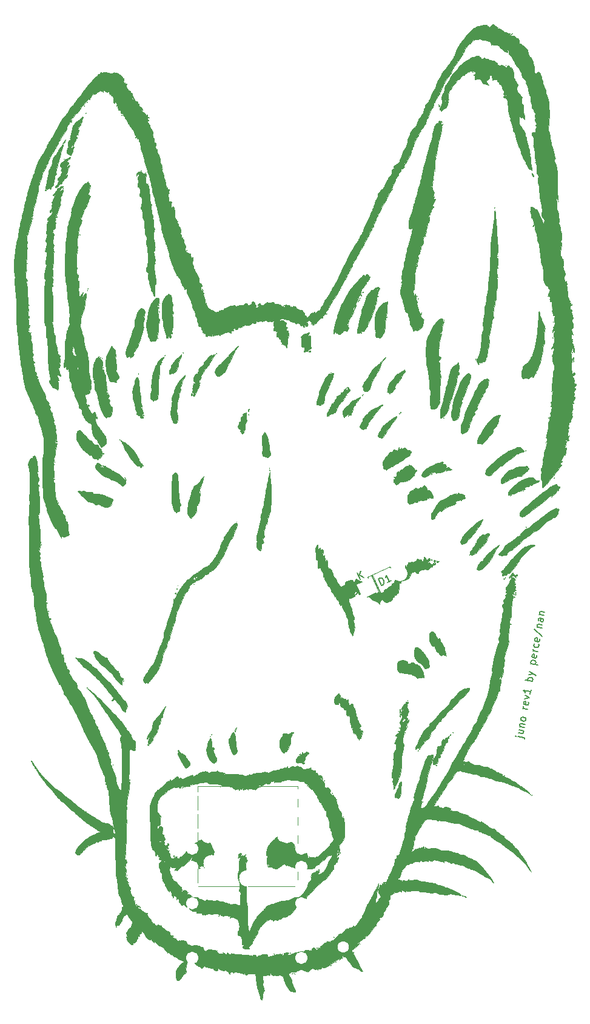
<source format=gto>
G04 #@! TF.GenerationSoftware,KiCad,Pcbnew,(5.1.5)-1*
G04 #@! TF.CreationDate,2021-06-10T20:45:23-04:00*
G04 #@! TF.ProjectId,meishi2,6d656973-6869-4322-9e6b-696361645f70,rev?*
G04 #@! TF.SameCoordinates,Original*
G04 #@! TF.FileFunction,Legend,Top*
G04 #@! TF.FilePolarity,Positive*
%FSLAX46Y46*%
G04 Gerber Fmt 4.6, Leading zero omitted, Abs format (unit mm)*
G04 Created by KiCad (PCBNEW (5.1.5)-1) date 2021-06-10 20:45:23*
%MOMM*%
%LPD*%
G04 APERTURE LIST*
%ADD10C,0.150000*%
%ADD11C,0.010000*%
%ADD12C,0.120000*%
%ADD13C,1.702000*%
%ADD14R,1.702000X1.702000*%
%ADD15C,0.100000*%
%ADD16C,2.102000*%
%ADD17C,2.302000*%
%ADD18C,4.102000*%
%ADD19C,1.802000*%
%ADD20C,2.002000*%
%ADD21C,1.602000*%
G04 APERTURE END LIST*
D10*
X165636943Y-122477372D02*
X166481063Y-122626213D01*
X166566586Y-122689647D01*
X166596943Y-122791707D01*
X166588674Y-122838603D01*
X165308673Y-122419489D02*
X165347300Y-122474654D01*
X165402465Y-122436027D01*
X165363838Y-122380863D01*
X165308673Y-122419489D01*
X165402465Y-122436027D01*
X165794053Y-121586356D02*
X166450591Y-121702121D01*
X165719632Y-122008416D02*
X166235484Y-122099375D01*
X166337544Y-122069017D01*
X166400978Y-121983495D01*
X166425784Y-121842808D01*
X166395427Y-121740748D01*
X166356800Y-121685583D01*
X165876742Y-121117400D02*
X166533281Y-121233165D01*
X165970534Y-121133937D02*
X165931907Y-121078773D01*
X165901549Y-120976713D01*
X165926356Y-120836026D01*
X165989790Y-120750504D01*
X166091850Y-120720146D01*
X166607702Y-120811105D01*
X166715198Y-120201462D02*
X166651765Y-120286984D01*
X166596600Y-120325611D01*
X166494540Y-120355968D01*
X166213166Y-120306354D01*
X166127644Y-120242921D01*
X166089017Y-120187756D01*
X166058660Y-120085696D01*
X166083466Y-119945009D01*
X166146900Y-119859487D01*
X166202065Y-119820860D01*
X166304125Y-119790503D01*
X166585498Y-119840117D01*
X166671021Y-119903550D01*
X166709647Y-119958715D01*
X166740005Y-120060775D01*
X166715198Y-120201462D01*
X166979805Y-118700802D02*
X166323266Y-118585037D01*
X166510849Y-118618113D02*
X166425326Y-118554679D01*
X166386700Y-118499514D01*
X166356342Y-118397454D01*
X166372880Y-118303663D01*
X167106557Y-117707725D02*
X167136915Y-117809786D01*
X167103839Y-117997368D01*
X167040406Y-118082890D01*
X166938346Y-118113248D01*
X166563181Y-118047096D01*
X166477658Y-117983663D01*
X166447301Y-117881603D01*
X166480377Y-117694020D01*
X166543810Y-117608498D01*
X166645870Y-117578140D01*
X166739661Y-117594678D01*
X166750763Y-118080172D01*
X166563066Y-117225064D02*
X167260949Y-117106352D01*
X166645756Y-116756108D01*
X167459405Y-115980857D02*
X167360177Y-116543604D01*
X167409791Y-116262231D02*
X166424983Y-116088582D01*
X166549132Y-116207181D01*
X166626385Y-116317510D01*
X166656743Y-116419570D01*
X167666129Y-114808467D02*
X166681321Y-114634819D01*
X167056486Y-114700970D02*
X167026128Y-114598910D01*
X167059204Y-114411328D01*
X167122637Y-114325805D01*
X167177802Y-114287179D01*
X167279862Y-114256821D01*
X167561236Y-114306435D01*
X167646758Y-114369868D01*
X167685385Y-114425033D01*
X167715742Y-114527093D01*
X167682666Y-114714676D01*
X167619233Y-114800198D01*
X167150162Y-113895476D02*
X167848046Y-113776763D01*
X167232852Y-113426520D02*
X167848046Y-113776763D01*
X168065986Y-113911899D01*
X168104612Y-113967064D01*
X168134970Y-114069124D01*
X167431307Y-112301025D02*
X168416115Y-112474674D01*
X167478203Y-112309294D02*
X167447845Y-112207234D01*
X167480921Y-112019652D01*
X167544354Y-111934129D01*
X167599519Y-111895503D01*
X167701579Y-111865145D01*
X167982953Y-111914759D01*
X168068475Y-111978192D01*
X168107102Y-112033357D01*
X168137459Y-112135417D01*
X168104383Y-112323000D01*
X168040950Y-112408522D01*
X168264212Y-111142340D02*
X168294570Y-111244401D01*
X168261494Y-111431983D01*
X168198060Y-111517505D01*
X168096000Y-111547863D01*
X167720835Y-111481711D01*
X167635313Y-111418278D01*
X167604955Y-111316218D01*
X167638031Y-111128635D01*
X167701465Y-111043113D01*
X167803525Y-111012755D01*
X167897316Y-111029293D01*
X167908418Y-111514787D01*
X168393797Y-110681653D02*
X167737259Y-110565888D01*
X167924841Y-110598964D02*
X167839319Y-110535530D01*
X167800692Y-110480366D01*
X167770334Y-110378305D01*
X167786872Y-110284514D01*
X168528819Y-109641681D02*
X168559176Y-109743741D01*
X168526100Y-109931324D01*
X168462667Y-110016846D01*
X168407502Y-110055473D01*
X168305442Y-110085830D01*
X168024069Y-110036216D01*
X167938546Y-109972783D01*
X167899920Y-109917618D01*
X167869562Y-109815558D01*
X167902638Y-109627976D01*
X167966071Y-109542453D01*
X168669391Y-108844456D02*
X168699749Y-108946516D01*
X168666673Y-109134098D01*
X168603239Y-109219621D01*
X168501179Y-109249978D01*
X168126014Y-109183827D01*
X168040492Y-109120393D01*
X168010134Y-109018333D01*
X168043210Y-108830750D01*
X168106644Y-108745228D01*
X168208704Y-108714870D01*
X168302495Y-108731408D01*
X168313597Y-109216902D01*
X167891307Y-107498417D02*
X169008647Y-108565800D01*
X168324355Y-107236300D02*
X168980893Y-107352065D01*
X168418146Y-107252838D02*
X168379519Y-107197673D01*
X168349162Y-107095613D01*
X168373969Y-106954926D01*
X168437402Y-106869404D01*
X168539462Y-106839046D01*
X169055314Y-106930005D01*
X169212424Y-106038988D02*
X168696573Y-105948030D01*
X168594512Y-105978387D01*
X168531079Y-106063910D01*
X168498003Y-106251492D01*
X168528361Y-106353552D01*
X169165529Y-106030719D02*
X169195886Y-106132779D01*
X169154542Y-106367257D01*
X169091108Y-106452780D01*
X168989048Y-106483137D01*
X168895257Y-106466599D01*
X168809734Y-106403166D01*
X168779377Y-106301106D01*
X168820721Y-106066628D01*
X168790364Y-105964568D01*
X168638575Y-105454267D02*
X169295114Y-105570032D01*
X168732367Y-105470805D02*
X168693740Y-105415640D01*
X168663382Y-105313580D01*
X168688189Y-105172893D01*
X168751623Y-105087371D01*
X168853683Y-105057013D01*
X169369534Y-105147972D01*
D11*
G36*
X124133428Y-129467429D02*
G01*
X124097142Y-129503715D01*
X124060857Y-129467429D01*
X124097142Y-129431143D01*
X124133428Y-129467429D01*
G37*
X124133428Y-129467429D02*
X124097142Y-129503715D01*
X124060857Y-129467429D01*
X124097142Y-129431143D01*
X124133428Y-129467429D01*
G36*
X118908285Y-129540000D02*
G01*
X118872000Y-129576286D01*
X118835714Y-129540000D01*
X118872000Y-129503715D01*
X118908285Y-129540000D01*
G37*
X118908285Y-129540000D02*
X118872000Y-129576286D01*
X118835714Y-129540000D01*
X118872000Y-129503715D01*
X118908285Y-129540000D01*
G36*
X118738952Y-129600477D02*
G01*
X118747637Y-129686602D01*
X118738952Y-129697238D01*
X118695808Y-129687277D01*
X118690571Y-129648857D01*
X118717124Y-129589123D01*
X118738952Y-129600477D01*
G37*
X118738952Y-129600477D02*
X118747637Y-129686602D01*
X118738952Y-129697238D01*
X118695808Y-129687277D01*
X118690571Y-129648857D01*
X118717124Y-129589123D01*
X118738952Y-129600477D01*
G36*
X127979714Y-129902857D02*
G01*
X127943428Y-129939143D01*
X127907142Y-129902857D01*
X127943428Y-129866572D01*
X127979714Y-129902857D01*
G37*
X127979714Y-129902857D02*
X127943428Y-129939143D01*
X127907142Y-129902857D01*
X127943428Y-129866572D01*
X127979714Y-129902857D01*
G36*
X126746000Y-129975429D02*
G01*
X126709714Y-130011715D01*
X126673428Y-129975429D01*
X126709714Y-129939143D01*
X126746000Y-129975429D01*
G37*
X126746000Y-129975429D02*
X126709714Y-130011715D01*
X126673428Y-129975429D01*
X126709714Y-129939143D01*
X126746000Y-129975429D01*
G36*
X121883714Y-136869715D02*
G01*
X121847428Y-136906000D01*
X121811142Y-136869715D01*
X121847428Y-136833429D01*
X121883714Y-136869715D01*
G37*
X121883714Y-136869715D02*
X121847428Y-136906000D01*
X121811142Y-136869715D01*
X121847428Y-136833429D01*
X121883714Y-136869715D01*
G36*
X134075714Y-137232572D02*
G01*
X134039428Y-137268857D01*
X134003142Y-137232572D01*
X134039428Y-137196286D01*
X134075714Y-137232572D01*
G37*
X134075714Y-137232572D02*
X134039428Y-137268857D01*
X134003142Y-137232572D01*
X134039428Y-137196286D01*
X134075714Y-137232572D01*
G36*
X134581605Y-137904654D02*
G01*
X134583714Y-137922000D01*
X134528489Y-137992463D01*
X134511142Y-137994572D01*
X134440680Y-137939347D01*
X134438571Y-137922000D01*
X134493796Y-137851538D01*
X134511142Y-137849429D01*
X134581605Y-137904654D01*
G37*
X134581605Y-137904654D02*
X134583714Y-137922000D01*
X134528489Y-137992463D01*
X134511142Y-137994572D01*
X134440680Y-137939347D01*
X134438571Y-137922000D01*
X134493796Y-137851538D01*
X134511142Y-137849429D01*
X134581605Y-137904654D01*
G36*
X116779523Y-138091334D02*
G01*
X116769562Y-138134477D01*
X116731143Y-138139715D01*
X116671408Y-138113162D01*
X116682762Y-138091334D01*
X116768887Y-138082648D01*
X116779523Y-138091334D01*
G37*
X116779523Y-138091334D02*
X116769562Y-138134477D01*
X116731143Y-138139715D01*
X116671408Y-138113162D01*
X116682762Y-138091334D01*
X116768887Y-138082648D01*
X116779523Y-138091334D01*
G36*
X134917112Y-138247468D02*
G01*
X134910285Y-138284857D01*
X134817506Y-138354661D01*
X134797145Y-138357429D01*
X134730811Y-138302076D01*
X134728857Y-138284857D01*
X134787927Y-138221168D01*
X134841997Y-138212286D01*
X134917112Y-138247468D01*
G37*
X134917112Y-138247468D02*
X134910285Y-138284857D01*
X134817506Y-138354661D01*
X134797145Y-138357429D01*
X134730811Y-138302076D01*
X134728857Y-138284857D01*
X134787927Y-138221168D01*
X134841997Y-138212286D01*
X134917112Y-138247468D01*
G36*
X136470571Y-139264572D02*
G01*
X136434285Y-139300857D01*
X136398000Y-139264572D01*
X136434285Y-139228286D01*
X136470571Y-139264572D01*
G37*
X136470571Y-139264572D02*
X136434285Y-139300857D01*
X136398000Y-139264572D01*
X136434285Y-139228286D01*
X136470571Y-139264572D01*
G36*
X118037428Y-139264572D02*
G01*
X118001143Y-139300857D01*
X117964857Y-139264572D01*
X118001143Y-139228286D01*
X118037428Y-139264572D01*
G37*
X118037428Y-139264572D02*
X118001143Y-139300857D01*
X117964857Y-139264572D01*
X118001143Y-139228286D01*
X118037428Y-139264572D01*
G36*
X117631709Y-139084344D02*
G01*
X117658030Y-139193214D01*
X117652489Y-139340968D01*
X117611192Y-139361784D01*
X117553800Y-139259694D01*
X117550097Y-139125501D01*
X117576635Y-139079479D01*
X117631709Y-139084344D01*
G37*
X117631709Y-139084344D02*
X117658030Y-139193214D01*
X117652489Y-139340968D01*
X117611192Y-139361784D01*
X117553800Y-139259694D01*
X117550097Y-139125501D01*
X117576635Y-139079479D01*
X117631709Y-139084344D01*
G36*
X130737428Y-140425715D02*
G01*
X130701142Y-140462000D01*
X130664857Y-140425715D01*
X130701142Y-140389429D01*
X130737428Y-140425715D01*
G37*
X130737428Y-140425715D02*
X130701142Y-140462000D01*
X130664857Y-140425715D01*
X130701142Y-140389429D01*
X130737428Y-140425715D01*
G36*
X118835714Y-140570857D02*
G01*
X118799428Y-140607143D01*
X118763143Y-140570857D01*
X118799428Y-140534572D01*
X118835714Y-140570857D01*
G37*
X118835714Y-140570857D02*
X118799428Y-140607143D01*
X118763143Y-140570857D01*
X118799428Y-140534572D01*
X118835714Y-140570857D01*
G36*
X121811142Y-140788572D02*
G01*
X121774857Y-140824857D01*
X121738571Y-140788572D01*
X121774857Y-140752286D01*
X121811142Y-140788572D01*
G37*
X121811142Y-140788572D02*
X121774857Y-140824857D01*
X121738571Y-140788572D01*
X121774857Y-140752286D01*
X121811142Y-140788572D01*
G36*
X121164134Y-140805434D02*
G01*
X121261367Y-140848438D01*
X121224270Y-140902699D01*
X121218563Y-140906386D01*
X121076572Y-140965261D01*
X121016017Y-140907064D01*
X121012857Y-140867937D01*
X121066046Y-140796888D01*
X121164134Y-140805434D01*
G37*
X121164134Y-140805434D02*
X121261367Y-140848438D01*
X121224270Y-140902699D01*
X121218563Y-140906386D01*
X121076572Y-140965261D01*
X121016017Y-140907064D01*
X121012857Y-140867937D01*
X121066046Y-140796888D01*
X121164134Y-140805434D01*
G36*
X117747143Y-141151429D02*
G01*
X117710857Y-141187715D01*
X117674571Y-141151429D01*
X117710857Y-141115143D01*
X117747143Y-141151429D01*
G37*
X117747143Y-141151429D02*
X117710857Y-141187715D01*
X117674571Y-141151429D01*
X117710857Y-141115143D01*
X117747143Y-141151429D01*
G36*
X119561428Y-144272000D02*
G01*
X119525143Y-144308286D01*
X119488857Y-144272000D01*
X119525143Y-144235715D01*
X119561428Y-144272000D01*
G37*
X119561428Y-144272000D02*
X119525143Y-144308286D01*
X119488857Y-144272000D01*
X119525143Y-144235715D01*
X119561428Y-144272000D01*
G36*
X164828243Y-24383478D02*
G01*
X164775821Y-24456572D01*
X164686675Y-24578914D01*
X164648821Y-24631953D01*
X164629270Y-24608100D01*
X164628285Y-24586410D01*
X164679699Y-24485291D01*
X164755285Y-24411029D01*
X164840163Y-24349190D01*
X164828243Y-24383478D01*
G37*
X164828243Y-24383478D02*
X164775821Y-24456572D01*
X164686675Y-24578914D01*
X164648821Y-24631953D01*
X164629270Y-24608100D01*
X164628285Y-24586410D01*
X164679699Y-24485291D01*
X164755285Y-24411029D01*
X164840163Y-24349190D01*
X164828243Y-24383478D01*
G36*
X163950952Y-28798762D02*
G01*
X163959637Y-28884888D01*
X163950952Y-28895524D01*
X163907808Y-28885562D01*
X163902571Y-28847143D01*
X163929124Y-28787409D01*
X163950952Y-28798762D01*
G37*
X163950952Y-28798762D02*
X163959637Y-28884888D01*
X163950952Y-28895524D01*
X163907808Y-28885562D01*
X163902571Y-28847143D01*
X163929124Y-28787409D01*
X163950952Y-28798762D01*
G36*
X159330571Y-29754286D02*
G01*
X159294285Y-29790572D01*
X159258000Y-29754286D01*
X159294285Y-29718000D01*
X159330571Y-29754286D01*
G37*
X159330571Y-29754286D02*
X159294285Y-29790572D01*
X159258000Y-29754286D01*
X159294285Y-29718000D01*
X159330571Y-29754286D01*
G36*
X159524095Y-30105048D02*
G01*
X159532780Y-30191173D01*
X159524095Y-30201810D01*
X159480951Y-30191848D01*
X159475714Y-30153429D01*
X159502267Y-30093694D01*
X159524095Y-30105048D01*
G37*
X159524095Y-30105048D02*
X159532780Y-30191173D01*
X159524095Y-30201810D01*
X159480951Y-30191848D01*
X159475714Y-30153429D01*
X159502267Y-30093694D01*
X159524095Y-30105048D01*
G36*
X107732285Y-32512000D02*
G01*
X107696000Y-32548286D01*
X107659714Y-32512000D01*
X107696000Y-32475715D01*
X107732285Y-32512000D01*
G37*
X107732285Y-32512000D02*
X107696000Y-32548286D01*
X107659714Y-32512000D01*
X107696000Y-32475715D01*
X107732285Y-32512000D01*
G36*
X105895231Y-33538592D02*
G01*
X105881714Y-33564286D01*
X105813336Y-33633592D01*
X105800577Y-33636857D01*
X105795625Y-33589980D01*
X105809142Y-33564286D01*
X105877520Y-33494980D01*
X105890280Y-33491715D01*
X105895231Y-33538592D01*
G37*
X105895231Y-33538592D02*
X105881714Y-33564286D01*
X105813336Y-33633592D01*
X105800577Y-33636857D01*
X105795625Y-33589980D01*
X105809142Y-33564286D01*
X105877520Y-33494980D01*
X105890280Y-33491715D01*
X105895231Y-33538592D01*
G36*
X155918882Y-33910720D02*
G01*
X155919714Y-33927143D01*
X155863924Y-33996926D01*
X155842860Y-33999715D01*
X155799517Y-33955255D01*
X155810857Y-33927143D01*
X155876070Y-33857911D01*
X155887711Y-33854572D01*
X155918882Y-33910720D01*
G37*
X155918882Y-33910720D02*
X155919714Y-33927143D01*
X155863924Y-33996926D01*
X155842860Y-33999715D01*
X155799517Y-33955255D01*
X155810857Y-33927143D01*
X155876070Y-33857911D01*
X155887711Y-33854572D01*
X155918882Y-33910720D01*
G36*
X105482571Y-33963429D02*
G01*
X105446285Y-33999715D01*
X105410000Y-33963429D01*
X105446285Y-33927143D01*
X105482571Y-33963429D01*
G37*
X105482571Y-33963429D02*
X105446285Y-33999715D01*
X105410000Y-33963429D01*
X105446285Y-33927143D01*
X105482571Y-33963429D01*
G36*
X154613428Y-34326286D02*
G01*
X154577143Y-34362572D01*
X154540857Y-34326286D01*
X154577143Y-34290000D01*
X154613428Y-34326286D01*
G37*
X154613428Y-34326286D02*
X154577143Y-34362572D01*
X154540857Y-34326286D01*
X154577143Y-34290000D01*
X154613428Y-34326286D01*
G36*
X109666768Y-34407032D02*
G01*
X109655428Y-34435143D01*
X109590215Y-34504375D01*
X109578574Y-34507715D01*
X109547403Y-34451567D01*
X109546571Y-34435143D01*
X109602361Y-34365361D01*
X109623425Y-34362572D01*
X109666768Y-34407032D01*
G37*
X109666768Y-34407032D02*
X109655428Y-34435143D01*
X109590215Y-34504375D01*
X109578574Y-34507715D01*
X109547403Y-34451567D01*
X109546571Y-34435143D01*
X109602361Y-34365361D01*
X109623425Y-34362572D01*
X109666768Y-34407032D01*
G36*
X105119714Y-34471429D02*
G01*
X105083428Y-34507715D01*
X105047142Y-34471429D01*
X105083428Y-34435143D01*
X105119714Y-34471429D01*
G37*
X105119714Y-34471429D02*
X105083428Y-34507715D01*
X105047142Y-34471429D01*
X105083428Y-34435143D01*
X105119714Y-34471429D01*
G36*
X154729112Y-34470325D02*
G01*
X154722285Y-34507715D01*
X154629506Y-34577518D01*
X154609145Y-34580286D01*
X154542811Y-34524933D01*
X154540857Y-34507715D01*
X154599927Y-34444025D01*
X154653997Y-34435143D01*
X154729112Y-34470325D01*
G37*
X154729112Y-34470325D02*
X154722285Y-34507715D01*
X154629506Y-34577518D01*
X154609145Y-34580286D01*
X154542811Y-34524933D01*
X154540857Y-34507715D01*
X154599927Y-34444025D01*
X154653997Y-34435143D01*
X154729112Y-34470325D01*
G36*
X153815143Y-34689143D02*
G01*
X153778857Y-34725429D01*
X153742571Y-34689143D01*
X153778857Y-34652857D01*
X153815143Y-34689143D01*
G37*
X153815143Y-34689143D02*
X153778857Y-34725429D01*
X153742571Y-34689143D01*
X153778857Y-34652857D01*
X153815143Y-34689143D01*
G36*
X105337428Y-35487429D02*
G01*
X105301142Y-35523715D01*
X105264857Y-35487429D01*
X105301142Y-35451143D01*
X105337428Y-35487429D01*
G37*
X105337428Y-35487429D02*
X105301142Y-35523715D01*
X105264857Y-35487429D01*
X105301142Y-35451143D01*
X105337428Y-35487429D01*
G36*
X110344857Y-35777715D02*
G01*
X110308571Y-35814000D01*
X110272285Y-35777715D01*
X110308571Y-35741429D01*
X110344857Y-35777715D01*
G37*
X110344857Y-35777715D02*
X110308571Y-35814000D01*
X110272285Y-35777715D01*
X110308571Y-35741429D01*
X110344857Y-35777715D01*
G36*
X112280095Y-38813619D02*
G01*
X112288780Y-38899745D01*
X112280095Y-38910381D01*
X112236951Y-38900419D01*
X112231714Y-38862000D01*
X112258267Y-38802266D01*
X112280095Y-38813619D01*
G37*
X112280095Y-38813619D02*
X112288780Y-38899745D01*
X112280095Y-38910381D01*
X112236951Y-38900419D01*
X112231714Y-38862000D01*
X112258267Y-38802266D01*
X112280095Y-38813619D01*
G36*
X102387689Y-39470431D02*
G01*
X102286611Y-39636769D01*
X102189265Y-39727315D01*
X102167130Y-39732857D01*
X102079312Y-39707317D01*
X102071714Y-39690989D01*
X102118423Y-39618591D01*
X102235746Y-39486491D01*
X102292273Y-39428563D01*
X102512831Y-39208004D01*
X102387689Y-39470431D01*
G37*
X102387689Y-39470431D02*
X102286611Y-39636769D01*
X102189265Y-39727315D01*
X102167130Y-39732857D01*
X102079312Y-39707317D01*
X102071714Y-39690989D01*
X102118423Y-39618591D01*
X102235746Y-39486491D01*
X102292273Y-39428563D01*
X102512831Y-39208004D01*
X102387689Y-39470431D01*
G36*
X104930179Y-36020637D02*
G01*
X104920209Y-36131968D01*
X104875051Y-36235405D01*
X104799024Y-36421687D01*
X104717412Y-36674750D01*
X104681092Y-36808257D01*
X104595716Y-37060730D01*
X104485243Y-37278957D01*
X104427536Y-37356682D01*
X104267689Y-37555312D01*
X104160414Y-37739180D01*
X104125148Y-37871500D01*
X104138066Y-37904543D01*
X104208672Y-37895914D01*
X104242703Y-37855957D01*
X104300653Y-37805909D01*
X104346783Y-37879970D01*
X104355576Y-37960220D01*
X104310075Y-37947841D01*
X104257096Y-37956488D01*
X104264886Y-38090899D01*
X104265650Y-38094934D01*
X104262104Y-38270747D01*
X104197516Y-38333534D01*
X104130699Y-38380741D01*
X104188343Y-38435560D01*
X104226795Y-38482782D01*
X104129796Y-38498000D01*
X104126140Y-38498032D01*
X103950845Y-38554019D01*
X103855563Y-38725043D01*
X103838265Y-38825715D01*
X103840113Y-38904671D01*
X103860356Y-38880143D01*
X103945610Y-38799423D01*
X104050016Y-38805502D01*
X104103616Y-38893165D01*
X104103714Y-38898286D01*
X104046789Y-38994526D01*
X103997134Y-39007143D01*
X103923328Y-39056589D01*
X103929510Y-39108660D01*
X103920729Y-39226435D01*
X103889763Y-39258817D01*
X103842880Y-39345637D01*
X103852813Y-39375015D01*
X103842114Y-39438211D01*
X103817711Y-39442572D01*
X103749553Y-39501283D01*
X103740857Y-39551429D01*
X103697571Y-39647939D01*
X103660521Y-39660286D01*
X103610466Y-39712480D01*
X103619251Y-39762089D01*
X103610351Y-39895469D01*
X103556752Y-39997946D01*
X103477375Y-40076259D01*
X103452879Y-40032400D01*
X103430836Y-39970292D01*
X103347488Y-40018397D01*
X103340075Y-40024503D01*
X103264823Y-40170967D01*
X103275279Y-40260191D01*
X103288360Y-40359655D01*
X103233391Y-40350045D01*
X103183494Y-40337146D01*
X103213777Y-40421903D01*
X103234475Y-40461595D01*
X103323145Y-40627277D01*
X103419640Y-40397781D01*
X103505089Y-40243209D01*
X103586146Y-40169343D01*
X103594074Y-40168286D01*
X103620844Y-40223155D01*
X103566635Y-40371767D01*
X103558326Y-40388132D01*
X103492097Y-40554567D01*
X103482193Y-40667299D01*
X103485217Y-40673634D01*
X103486960Y-40785513D01*
X103433605Y-40964737D01*
X103348387Y-41156461D01*
X103254539Y-41305837D01*
X103196238Y-41355800D01*
X103073379Y-41338947D01*
X103011562Y-41288830D01*
X102890816Y-41199170D01*
X102829718Y-41184286D01*
X102729372Y-41122521D01*
X102679544Y-40962453D01*
X102680441Y-40741926D01*
X102732272Y-40498781D01*
X102824799Y-40288186D01*
X102869321Y-40167107D01*
X102825798Y-40119880D01*
X102777201Y-40033784D01*
X102782513Y-39864241D01*
X102787605Y-39841715D01*
X103450571Y-39841715D01*
X103486857Y-39878000D01*
X103523142Y-39841715D01*
X103486857Y-39805429D01*
X103450571Y-39841715D01*
X102787605Y-39841715D01*
X102829377Y-39656935D01*
X102905436Y-39457553D01*
X102998332Y-39311779D01*
X103055816Y-39269501D01*
X103122588Y-39179974D01*
X103110443Y-39106843D01*
X103099769Y-39023770D01*
X103129810Y-39024673D01*
X103147087Y-39007143D01*
X103305428Y-39007143D01*
X103331981Y-39066878D01*
X103353809Y-39055524D01*
X103362495Y-38969399D01*
X103353809Y-38958762D01*
X103310666Y-38968724D01*
X103305428Y-39007143D01*
X103147087Y-39007143D01*
X103167824Y-38986104D01*
X103179403Y-38898286D01*
X103668285Y-38898286D01*
X103704571Y-38934572D01*
X103740857Y-38898286D01*
X103704571Y-38862000D01*
X103668285Y-38898286D01*
X103179403Y-38898286D01*
X103187260Y-38838705D01*
X103187786Y-38736551D01*
X103204368Y-38487362D01*
X103256477Y-38267109D01*
X103278053Y-38217259D01*
X103353307Y-38007329D01*
X103377553Y-37838687D01*
X103400101Y-37639996D01*
X103455528Y-37433630D01*
X103526772Y-37268499D01*
X103596773Y-37193516D01*
X103602813Y-37192858D01*
X103657759Y-37132647D01*
X103668285Y-37061362D01*
X103721108Y-36949501D01*
X103846888Y-36806157D01*
X103996595Y-36678494D01*
X104121196Y-36613675D01*
X104135151Y-36612286D01*
X104201717Y-36564923D01*
X104338869Y-36441240D01*
X104502414Y-36282338D01*
X104709354Y-36097325D01*
X104855918Y-36009591D01*
X104930179Y-36020637D01*
G37*
X104930179Y-36020637D02*
X104920209Y-36131968D01*
X104875051Y-36235405D01*
X104799024Y-36421687D01*
X104717412Y-36674750D01*
X104681092Y-36808257D01*
X104595716Y-37060730D01*
X104485243Y-37278957D01*
X104427536Y-37356682D01*
X104267689Y-37555312D01*
X104160414Y-37739180D01*
X104125148Y-37871500D01*
X104138066Y-37904543D01*
X104208672Y-37895914D01*
X104242703Y-37855957D01*
X104300653Y-37805909D01*
X104346783Y-37879970D01*
X104355576Y-37960220D01*
X104310075Y-37947841D01*
X104257096Y-37956488D01*
X104264886Y-38090899D01*
X104265650Y-38094934D01*
X104262104Y-38270747D01*
X104197516Y-38333534D01*
X104130699Y-38380741D01*
X104188343Y-38435560D01*
X104226795Y-38482782D01*
X104129796Y-38498000D01*
X104126140Y-38498032D01*
X103950845Y-38554019D01*
X103855563Y-38725043D01*
X103838265Y-38825715D01*
X103840113Y-38904671D01*
X103860356Y-38880143D01*
X103945610Y-38799423D01*
X104050016Y-38805502D01*
X104103616Y-38893165D01*
X104103714Y-38898286D01*
X104046789Y-38994526D01*
X103997134Y-39007143D01*
X103923328Y-39056589D01*
X103929510Y-39108660D01*
X103920729Y-39226435D01*
X103889763Y-39258817D01*
X103842880Y-39345637D01*
X103852813Y-39375015D01*
X103842114Y-39438211D01*
X103817711Y-39442572D01*
X103749553Y-39501283D01*
X103740857Y-39551429D01*
X103697571Y-39647939D01*
X103660521Y-39660286D01*
X103610466Y-39712480D01*
X103619251Y-39762089D01*
X103610351Y-39895469D01*
X103556752Y-39997946D01*
X103477375Y-40076259D01*
X103452879Y-40032400D01*
X103430836Y-39970292D01*
X103347488Y-40018397D01*
X103340075Y-40024503D01*
X103264823Y-40170967D01*
X103275279Y-40260191D01*
X103288360Y-40359655D01*
X103233391Y-40350045D01*
X103183494Y-40337146D01*
X103213777Y-40421903D01*
X103234475Y-40461595D01*
X103323145Y-40627277D01*
X103419640Y-40397781D01*
X103505089Y-40243209D01*
X103586146Y-40169343D01*
X103594074Y-40168286D01*
X103620844Y-40223155D01*
X103566635Y-40371767D01*
X103558326Y-40388132D01*
X103492097Y-40554567D01*
X103482193Y-40667299D01*
X103485217Y-40673634D01*
X103486960Y-40785513D01*
X103433605Y-40964737D01*
X103348387Y-41156461D01*
X103254539Y-41305837D01*
X103196238Y-41355800D01*
X103073379Y-41338947D01*
X103011562Y-41288830D01*
X102890816Y-41199170D01*
X102829718Y-41184286D01*
X102729372Y-41122521D01*
X102679544Y-40962453D01*
X102680441Y-40741926D01*
X102732272Y-40498781D01*
X102824799Y-40288186D01*
X102869321Y-40167107D01*
X102825798Y-40119880D01*
X102777201Y-40033784D01*
X102782513Y-39864241D01*
X102787605Y-39841715D01*
X103450571Y-39841715D01*
X103486857Y-39878000D01*
X103523142Y-39841715D01*
X103486857Y-39805429D01*
X103450571Y-39841715D01*
X102787605Y-39841715D01*
X102829377Y-39656935D01*
X102905436Y-39457553D01*
X102998332Y-39311779D01*
X103055816Y-39269501D01*
X103122588Y-39179974D01*
X103110443Y-39106843D01*
X103099769Y-39023770D01*
X103129810Y-39024673D01*
X103147087Y-39007143D01*
X103305428Y-39007143D01*
X103331981Y-39066878D01*
X103353809Y-39055524D01*
X103362495Y-38969399D01*
X103353809Y-38958762D01*
X103310666Y-38968724D01*
X103305428Y-39007143D01*
X103147087Y-39007143D01*
X103167824Y-38986104D01*
X103179403Y-38898286D01*
X103668285Y-38898286D01*
X103704571Y-38934572D01*
X103740857Y-38898286D01*
X103704571Y-38862000D01*
X103668285Y-38898286D01*
X103179403Y-38898286D01*
X103187260Y-38838705D01*
X103187786Y-38736551D01*
X103204368Y-38487362D01*
X103256477Y-38267109D01*
X103278053Y-38217259D01*
X103353307Y-38007329D01*
X103377553Y-37838687D01*
X103400101Y-37639996D01*
X103455528Y-37433630D01*
X103526772Y-37268499D01*
X103596773Y-37193516D01*
X103602813Y-37192858D01*
X103657759Y-37132647D01*
X103668285Y-37061362D01*
X103721108Y-36949501D01*
X103846888Y-36806157D01*
X103996595Y-36678494D01*
X104121196Y-36613675D01*
X104135151Y-36612286D01*
X104201717Y-36564923D01*
X104338869Y-36441240D01*
X104502414Y-36282338D01*
X104709354Y-36097325D01*
X104855918Y-36009591D01*
X104930179Y-36020637D01*
G36*
X102337809Y-41861619D02*
G01*
X102327847Y-41904763D01*
X102289428Y-41910000D01*
X102229694Y-41883448D01*
X102241047Y-41861619D01*
X102327173Y-41852934D01*
X102337809Y-41861619D01*
G37*
X102337809Y-41861619D02*
X102327847Y-41904763D01*
X102289428Y-41910000D01*
X102229694Y-41883448D01*
X102241047Y-41861619D01*
X102327173Y-41852934D01*
X102337809Y-41861619D01*
G36*
X168111714Y-42381715D02*
G01*
X168075428Y-42418000D01*
X168039142Y-42381715D01*
X168075428Y-42345429D01*
X168111714Y-42381715D01*
G37*
X168111714Y-42381715D02*
X168075428Y-42418000D01*
X168039142Y-42381715D01*
X168075428Y-42345429D01*
X168111714Y-42381715D01*
G36*
X115932857Y-42744572D02*
G01*
X115896571Y-42780857D01*
X115860285Y-42744572D01*
X115896571Y-42708286D01*
X115932857Y-42744572D01*
G37*
X115932857Y-42744572D02*
X115896571Y-42780857D01*
X115860285Y-42744572D01*
X115896571Y-42708286D01*
X115932857Y-42744572D01*
G36*
X160181025Y-27525025D02*
G01*
X160217177Y-27571577D01*
X160328576Y-27670343D01*
X160394227Y-27686000D01*
X160473387Y-27731914D01*
X160465470Y-27794858D01*
X160475468Y-27880710D01*
X160590753Y-27903715D01*
X160743275Y-27883833D01*
X160808291Y-27853233D01*
X160917074Y-27792687D01*
X161017096Y-27795342D01*
X161049117Y-27857386D01*
X161045628Y-27868506D01*
X161053395Y-27929556D01*
X161159865Y-27944566D01*
X161294963Y-27932625D01*
X161495145Y-27925275D01*
X161564246Y-27968370D01*
X161563094Y-27981934D01*
X161608699Y-28064689D01*
X161791213Y-28123239D01*
X162061579Y-28155255D01*
X162245034Y-28200860D01*
X162448529Y-28296032D01*
X162625731Y-28413065D01*
X162730305Y-28524250D01*
X162741428Y-28561799D01*
X162681227Y-28622207D01*
X162614428Y-28635667D01*
X162569255Y-28654124D01*
X162661998Y-28694823D01*
X162673095Y-28698243D01*
X162884077Y-28776894D01*
X163017809Y-28839702D01*
X163136221Y-28883232D01*
X163176857Y-28865443D01*
X163234432Y-28811768D01*
X163376101Y-28809899D01*
X163555280Y-28848481D01*
X163725385Y-28916156D01*
X163839832Y-29001566D01*
X163857303Y-29031334D01*
X163938252Y-29129534D01*
X164030240Y-29096034D01*
X164083636Y-28993432D01*
X164174293Y-28884967D01*
X164306986Y-28873882D01*
X164425413Y-28950809D01*
X164470602Y-29057827D01*
X164505317Y-29166598D01*
X164577469Y-29148685D01*
X164597602Y-29132779D01*
X164671334Y-29096013D01*
X164701267Y-29170238D01*
X164705957Y-29255543D01*
X164715287Y-29385678D01*
X164740310Y-29382178D01*
X164766398Y-29322568D01*
X164809052Y-29243903D01*
X164849983Y-29277585D01*
X164902106Y-29411678D01*
X164942439Y-29594616D01*
X164914237Y-29684393D01*
X164857467Y-29784902D01*
X164851729Y-29849283D01*
X164870170Y-29915940D01*
X164894062Y-29881286D01*
X164956139Y-29785747D01*
X165004080Y-29818716D01*
X165030538Y-29963719D01*
X165029418Y-30184730D01*
X165025236Y-30430306D01*
X165054673Y-30565931D01*
X165117631Y-30621867D01*
X165191008Y-30680389D01*
X165183588Y-30710888D01*
X165183010Y-30796700D01*
X165218372Y-30854323D01*
X165264157Y-30935792D01*
X165251092Y-30951715D01*
X165263075Y-30997622D01*
X165352460Y-31111794D01*
X165388149Y-31151286D01*
X165569466Y-31390233D01*
X165621736Y-31582624D01*
X165561681Y-31725803D01*
X165476012Y-31925123D01*
X165465435Y-32181832D01*
X165530513Y-32428772D01*
X165555395Y-32475715D01*
X165679633Y-32642652D01*
X165852749Y-32830800D01*
X165898722Y-32874857D01*
X166065576Y-33052969D01*
X166168703Y-33209275D01*
X166193484Y-33315858D01*
X166145725Y-33346572D01*
X166108678Y-33392940D01*
X166125384Y-33434328D01*
X166154668Y-33556969D01*
X166163181Y-33759459D01*
X166160031Y-33840633D01*
X166163905Y-34067735D01*
X166220383Y-34203218D01*
X166280542Y-34257313D01*
X166363968Y-34339785D01*
X166391807Y-34459306D01*
X166373613Y-34664426D01*
X166368048Y-34702000D01*
X166362693Y-35116121D01*
X166418562Y-35340565D01*
X166484270Y-35596115D01*
X166528612Y-35896629D01*
X166536549Y-36010304D01*
X166551428Y-36388036D01*
X166389858Y-36191733D01*
X166274319Y-36068427D01*
X166200844Y-36052131D01*
X166148476Y-36104286D01*
X166068382Y-36165669D01*
X166035286Y-36132720D01*
X165965688Y-36015551D01*
X165891169Y-35915006D01*
X165822356Y-35839501D01*
X165800848Y-35862937D01*
X165817463Y-36004946D01*
X165825535Y-36055359D01*
X165837812Y-36256265D01*
X165810940Y-36400689D01*
X165800078Y-36418216D01*
X165761753Y-36558860D01*
X165780639Y-36774307D01*
X165844774Y-37011763D01*
X165942193Y-37218433D01*
X165998100Y-37292090D01*
X166107316Y-37430471D01*
X166152285Y-37531001D01*
X166201267Y-37631147D01*
X166297967Y-37737631D01*
X166451538Y-37921629D01*
X166581629Y-38152226D01*
X166654522Y-38365619D01*
X166660285Y-38423207D01*
X166611695Y-38578892D01*
X166573200Y-38629772D01*
X166529969Y-38700310D01*
X166606074Y-38716858D01*
X166700579Y-38782306D01*
X166788006Y-38950712D01*
X166852348Y-39180163D01*
X166877595Y-39427745D01*
X166899619Y-39572795D01*
X166957761Y-39810295D01*
X167040737Y-40095511D01*
X167066496Y-40176630D01*
X167148296Y-40445737D01*
X167202956Y-40658354D01*
X167222056Y-40780232D01*
X167218604Y-40795301D01*
X167222299Y-40877964D01*
X167281657Y-41023362D01*
X167339260Y-41185075D01*
X167301680Y-41264118D01*
X167262367Y-41358376D01*
X167283947Y-41412029D01*
X167325350Y-41490213D01*
X167354602Y-41589329D01*
X167377406Y-41743564D01*
X167399463Y-41987101D01*
X167415435Y-42200286D01*
X167447000Y-42499771D01*
X167493194Y-42785429D01*
X167531192Y-42948162D01*
X167577224Y-43169842D01*
X167585299Y-43359187D01*
X167581832Y-43383591D01*
X167555246Y-43470484D01*
X167541025Y-43447096D01*
X167472293Y-43379090D01*
X167373382Y-43374524D01*
X167276514Y-43363727D01*
X167182683Y-43283943D01*
X167069747Y-43110725D01*
X166974239Y-42933827D01*
X166855431Y-42696754D01*
X166769255Y-42508114D01*
X166733072Y-42406095D01*
X166732857Y-42402842D01*
X166693234Y-42305767D01*
X166594903Y-42148685D01*
X166563539Y-42104730D01*
X166422652Y-41875171D01*
X166284012Y-41588550D01*
X166167927Y-41294390D01*
X166094705Y-41042212D01*
X166079714Y-40924891D01*
X166051475Y-40775082D01*
X166007142Y-40712572D01*
X165946178Y-40610212D01*
X165934571Y-40526860D01*
X165905436Y-40411247D01*
X165866890Y-40386000D01*
X165797382Y-40325175D01*
X165753819Y-40222715D01*
X165713509Y-40084344D01*
X165642501Y-39846734D01*
X165552651Y-39549413D01*
X165498046Y-39370000D01*
X165401500Y-39040158D01*
X165318194Y-38731082D01*
X165260473Y-38489683D01*
X165244972Y-38408429D01*
X165187741Y-38212563D01*
X165102299Y-38136531D01*
X165096711Y-38136286D01*
X165004454Y-38076467D01*
X164985247Y-38009286D01*
X164952606Y-37702027D01*
X164888297Y-37357853D01*
X164805110Y-37032556D01*
X164715831Y-36781924D01*
X164693448Y-36736334D01*
X164654418Y-36598724D01*
X164666396Y-36536763D01*
X164645063Y-36477083D01*
X164578140Y-36461414D01*
X164507252Y-36442751D01*
X164537571Y-36419081D01*
X164616094Y-36332460D01*
X164616606Y-36218871D01*
X164562410Y-36164762D01*
X164513060Y-36083443D01*
X164478308Y-35915734D01*
X164475473Y-35886572D01*
X164442244Y-35687440D01*
X164389874Y-35546074D01*
X164385290Y-35539411D01*
X164349741Y-35451143D01*
X165789428Y-35451143D01*
X165815981Y-35510878D01*
X165837809Y-35499524D01*
X165846495Y-35413399D01*
X165837809Y-35402762D01*
X165794666Y-35412724D01*
X165789428Y-35451143D01*
X164349741Y-35451143D01*
X164330793Y-35404096D01*
X164297704Y-35212840D01*
X164250405Y-34642239D01*
X164206858Y-34200372D01*
X164162620Y-33871061D01*
X164113252Y-33638128D01*
X164054311Y-33485395D01*
X163981357Y-33396685D01*
X163889947Y-33355819D01*
X163785367Y-33346572D01*
X163647399Y-33309038D01*
X163612285Y-33201429D01*
X163646349Y-33083565D01*
X163693743Y-33056286D01*
X163736068Y-33025802D01*
X163690739Y-32954561D01*
X163864779Y-32954561D01*
X163870985Y-32991319D01*
X163933845Y-33051655D01*
X163988535Y-32979549D01*
X163999968Y-32951125D01*
X163996711Y-32877452D01*
X163935578Y-32886158D01*
X163864779Y-32954561D01*
X163690739Y-32954561D01*
X163690618Y-32954371D01*
X163641429Y-32803596D01*
X163654047Y-32661161D01*
X163648960Y-32441980D01*
X163589490Y-32345479D01*
X163510730Y-32197315D01*
X163450175Y-31977541D01*
X163438302Y-31900694D01*
X163376179Y-31636462D01*
X163261988Y-31495563D01*
X163122428Y-31460826D01*
X163071469Y-31423429D01*
X165426571Y-31423429D01*
X165462857Y-31459715D01*
X165499142Y-31423429D01*
X165462857Y-31387143D01*
X165426571Y-31423429D01*
X163071469Y-31423429D01*
X163041514Y-31401447D01*
X163031714Y-31353411D01*
X162992981Y-31275774D01*
X165155578Y-31275774D01*
X165168663Y-31308248D01*
X165226452Y-31380359D01*
X165248183Y-31326613D01*
X165250326Y-31243037D01*
X165226274Y-31151672D01*
X165185115Y-31164142D01*
X165155578Y-31275774D01*
X162992981Y-31275774D01*
X162974093Y-31237915D01*
X162886571Y-31169429D01*
X162770155Y-31046016D01*
X162741428Y-30940701D01*
X162713496Y-30832330D01*
X162602993Y-30817094D01*
X162562531Y-30823850D01*
X162418294Y-30821976D01*
X162356619Y-30777881D01*
X162293408Y-30744791D01*
X162208944Y-30797315D01*
X162113902Y-30860073D01*
X162080209Y-30818837D01*
X162077232Y-30797315D01*
X162055168Y-30652965D01*
X162049317Y-30625143D01*
X162016757Y-30484519D01*
X162015714Y-30480000D01*
X161994060Y-30344448D01*
X161989200Y-30298572D01*
X161916374Y-30211161D01*
X161788058Y-30182504D01*
X161658004Y-30190576D01*
X161627363Y-30257474D01*
X161657121Y-30386012D01*
X161656191Y-30611947D01*
X161522920Y-30797336D01*
X161338884Y-30900552D01*
X161255037Y-30982711D01*
X161218071Y-31107633D01*
X161236899Y-31213080D01*
X161290000Y-31242000D01*
X161355673Y-31300202D01*
X161362571Y-31343093D01*
X161421513Y-31452832D01*
X161481815Y-31489944D01*
X161565572Y-31544542D01*
X161565529Y-31571233D01*
X161483206Y-31567850D01*
X161318989Y-31516978D01*
X161246714Y-31488398D01*
X161068712Y-31417456D01*
X160959158Y-31380296D01*
X160945285Y-31378589D01*
X160846011Y-31377074D01*
X160727510Y-31272408D01*
X160572793Y-31049250D01*
X160562990Y-31033387D01*
X160432614Y-30833042D01*
X160330016Y-30729677D01*
X160210838Y-30694323D01*
X160047870Y-30696995D01*
X159847668Y-30728118D01*
X159713622Y-30784389D01*
X159695236Y-30803647D01*
X159640342Y-30837984D01*
X159603026Y-30759012D01*
X159586400Y-30597845D01*
X159593576Y-30385596D01*
X159627667Y-30153376D01*
X159629375Y-30145321D01*
X159671608Y-29916367D01*
X159670881Y-29783750D01*
X159623645Y-29704120D01*
X159591101Y-29677515D01*
X159416322Y-29606413D01*
X159194740Y-29585021D01*
X158984024Y-29611310D01*
X158841845Y-29683254D01*
X158825830Y-29704421D01*
X158767678Y-29770821D01*
X158752206Y-29732465D01*
X158705549Y-29718882D01*
X158588604Y-29794116D01*
X158514143Y-29859129D01*
X158358926Y-29993315D01*
X158244653Y-30071973D01*
X158219574Y-30080522D01*
X158193262Y-30126396D01*
X158205714Y-30153429D01*
X158189262Y-30215557D01*
X158137425Y-30226000D01*
X158038241Y-30181655D01*
X158024285Y-30140779D01*
X157979974Y-30126753D01*
X157870613Y-30200928D01*
X157842857Y-30226000D01*
X157719193Y-30366723D01*
X157661909Y-30480301D01*
X157661428Y-30487383D01*
X157608920Y-30590749D01*
X157481139Y-30719913D01*
X157467472Y-30730889D01*
X157322506Y-30825302D01*
X157238855Y-30819400D01*
X157214583Y-30790585D01*
X157168672Y-30759660D01*
X157154539Y-30856587D01*
X157108534Y-30997477D01*
X156991198Y-31192505D01*
X156881285Y-31335063D01*
X156616015Y-31651631D01*
X156436767Y-31879008D01*
X156331012Y-32034559D01*
X156286223Y-32135650D01*
X156282571Y-32164896D01*
X156224150Y-32247335D01*
X156173714Y-32258000D01*
X156085985Y-32286720D01*
X156080275Y-32312429D01*
X156061234Y-32412541D01*
X156016020Y-32512000D01*
X155960417Y-32665601D01*
X155914586Y-32883358D01*
X155882704Y-33123682D01*
X155868949Y-33344980D01*
X155877501Y-33505663D01*
X155910311Y-33564286D01*
X155959975Y-33606290D01*
X155929333Y-33698229D01*
X155842272Y-33788990D01*
X155793110Y-33815054D01*
X155653684Y-33815130D01*
X155602779Y-33784379D01*
X155485395Y-33713119D01*
X155418363Y-33763411D01*
X155411714Y-33816008D01*
X155457911Y-33888550D01*
X155532476Y-33876247D01*
X155613926Y-33864076D01*
X155593835Y-33926023D01*
X155573983Y-33988436D01*
X155609992Y-33975441D01*
X155713806Y-33973860D01*
X155792646Y-34076708D01*
X155824567Y-34243302D01*
X155813162Y-34352074D01*
X155761173Y-34484572D01*
X155674792Y-34625757D01*
X155581573Y-34740953D01*
X155509071Y-34795483D01*
X155484285Y-34765967D01*
X155442122Y-34782284D01*
X155334477Y-34884152D01*
X155253218Y-34972434D01*
X155070556Y-35159590D01*
X154957648Y-35226488D01*
X154907646Y-35176156D01*
X154903714Y-35126849D01*
X154857462Y-35054290D01*
X154783349Y-35066458D01*
X154706363Y-35077166D01*
X154689983Y-35003423D01*
X154711682Y-34869161D01*
X154788629Y-34657364D01*
X154861601Y-34552886D01*
X155339143Y-34552886D01*
X155374444Y-34574609D01*
X155470918Y-34481383D01*
X155493542Y-34453286D01*
X155556305Y-34367326D01*
X155518725Y-34385346D01*
X155466143Y-34425886D01*
X155365634Y-34515410D01*
X155339143Y-34552886D01*
X154861601Y-34552886D01*
X154904618Y-34491297D01*
X154998295Y-34338298D01*
X155053877Y-34122002D01*
X155054647Y-34108572D01*
X155339143Y-34108572D01*
X155375428Y-34144857D01*
X155411714Y-34108572D01*
X155375428Y-34072286D01*
X155339143Y-34108572D01*
X155054647Y-34108572D01*
X155066871Y-33895586D01*
X155032786Y-33712226D01*
X154976789Y-33636857D01*
X154935026Y-33528440D01*
X154967024Y-33317120D01*
X155068564Y-33022412D01*
X155149371Y-32838572D01*
X155270071Y-32543878D01*
X155372869Y-32230143D01*
X155412222Y-32073701D01*
X155489489Y-31819626D01*
X155597611Y-31597245D01*
X155649546Y-31525567D01*
X155938907Y-31140272D01*
X156056405Y-30915429D01*
X156245673Y-30498506D01*
X156400023Y-30195254D01*
X156533800Y-29982816D01*
X156661349Y-29838333D01*
X156793352Y-29741099D01*
X156937830Y-29642237D01*
X157002842Y-29572857D01*
X164700857Y-29572857D01*
X164727410Y-29632592D01*
X164749238Y-29621238D01*
X164757923Y-29535113D01*
X164749238Y-29524477D01*
X164706094Y-29534438D01*
X164700857Y-29572857D01*
X157002842Y-29572857D01*
X157007215Y-29568191D01*
X157008285Y-29562394D01*
X157054185Y-29476755D01*
X157135285Y-29383653D01*
X157232822Y-29267492D01*
X157262285Y-29205112D01*
X157313905Y-29122472D01*
X157448778Y-28976468D01*
X157636922Y-28794536D01*
X157848356Y-28604109D01*
X158053098Y-28432624D01*
X158221167Y-28307516D01*
X158284505Y-28269702D01*
X158477503Y-28160210D01*
X158623000Y-28058883D01*
X158720107Y-28000363D01*
X158750000Y-28014902D01*
X158795360Y-28008506D01*
X158909643Y-27920716D01*
X158969916Y-27865319D01*
X159140739Y-27729005D01*
X159317126Y-27671288D01*
X159532345Y-27664795D01*
X159723247Y-27662811D01*
X159771198Y-27641379D01*
X159730923Y-27619164D01*
X159662491Y-27579559D01*
X159708650Y-27546330D01*
X159870066Y-27510259D01*
X160071412Y-27488089D01*
X160181025Y-27525025D01*
G37*
X160181025Y-27525025D02*
X160217177Y-27571577D01*
X160328576Y-27670343D01*
X160394227Y-27686000D01*
X160473387Y-27731914D01*
X160465470Y-27794858D01*
X160475468Y-27880710D01*
X160590753Y-27903715D01*
X160743275Y-27883833D01*
X160808291Y-27853233D01*
X160917074Y-27792687D01*
X161017096Y-27795342D01*
X161049117Y-27857386D01*
X161045628Y-27868506D01*
X161053395Y-27929556D01*
X161159865Y-27944566D01*
X161294963Y-27932625D01*
X161495145Y-27925275D01*
X161564246Y-27968370D01*
X161563094Y-27981934D01*
X161608699Y-28064689D01*
X161791213Y-28123239D01*
X162061579Y-28155255D01*
X162245034Y-28200860D01*
X162448529Y-28296032D01*
X162625731Y-28413065D01*
X162730305Y-28524250D01*
X162741428Y-28561799D01*
X162681227Y-28622207D01*
X162614428Y-28635667D01*
X162569255Y-28654124D01*
X162661998Y-28694823D01*
X162673095Y-28698243D01*
X162884077Y-28776894D01*
X163017809Y-28839702D01*
X163136221Y-28883232D01*
X163176857Y-28865443D01*
X163234432Y-28811768D01*
X163376101Y-28809899D01*
X163555280Y-28848481D01*
X163725385Y-28916156D01*
X163839832Y-29001566D01*
X163857303Y-29031334D01*
X163938252Y-29129534D01*
X164030240Y-29096034D01*
X164083636Y-28993432D01*
X164174293Y-28884967D01*
X164306986Y-28873882D01*
X164425413Y-28950809D01*
X164470602Y-29057827D01*
X164505317Y-29166598D01*
X164577469Y-29148685D01*
X164597602Y-29132779D01*
X164671334Y-29096013D01*
X164701267Y-29170238D01*
X164705957Y-29255543D01*
X164715287Y-29385678D01*
X164740310Y-29382178D01*
X164766398Y-29322568D01*
X164809052Y-29243903D01*
X164849983Y-29277585D01*
X164902106Y-29411678D01*
X164942439Y-29594616D01*
X164914237Y-29684393D01*
X164857467Y-29784902D01*
X164851729Y-29849283D01*
X164870170Y-29915940D01*
X164894062Y-29881286D01*
X164956139Y-29785747D01*
X165004080Y-29818716D01*
X165030538Y-29963719D01*
X165029418Y-30184730D01*
X165025236Y-30430306D01*
X165054673Y-30565931D01*
X165117631Y-30621867D01*
X165191008Y-30680389D01*
X165183588Y-30710888D01*
X165183010Y-30796700D01*
X165218372Y-30854323D01*
X165264157Y-30935792D01*
X165251092Y-30951715D01*
X165263075Y-30997622D01*
X165352460Y-31111794D01*
X165388149Y-31151286D01*
X165569466Y-31390233D01*
X165621736Y-31582624D01*
X165561681Y-31725803D01*
X165476012Y-31925123D01*
X165465435Y-32181832D01*
X165530513Y-32428772D01*
X165555395Y-32475715D01*
X165679633Y-32642652D01*
X165852749Y-32830800D01*
X165898722Y-32874857D01*
X166065576Y-33052969D01*
X166168703Y-33209275D01*
X166193484Y-33315858D01*
X166145725Y-33346572D01*
X166108678Y-33392940D01*
X166125384Y-33434328D01*
X166154668Y-33556969D01*
X166163181Y-33759459D01*
X166160031Y-33840633D01*
X166163905Y-34067735D01*
X166220383Y-34203218D01*
X166280542Y-34257313D01*
X166363968Y-34339785D01*
X166391807Y-34459306D01*
X166373613Y-34664426D01*
X166368048Y-34702000D01*
X166362693Y-35116121D01*
X166418562Y-35340565D01*
X166484270Y-35596115D01*
X166528612Y-35896629D01*
X166536549Y-36010304D01*
X166551428Y-36388036D01*
X166389858Y-36191733D01*
X166274319Y-36068427D01*
X166200844Y-36052131D01*
X166148476Y-36104286D01*
X166068382Y-36165669D01*
X166035286Y-36132720D01*
X165965688Y-36015551D01*
X165891169Y-35915006D01*
X165822356Y-35839501D01*
X165800848Y-35862937D01*
X165817463Y-36004946D01*
X165825535Y-36055359D01*
X165837812Y-36256265D01*
X165810940Y-36400689D01*
X165800078Y-36418216D01*
X165761753Y-36558860D01*
X165780639Y-36774307D01*
X165844774Y-37011763D01*
X165942193Y-37218433D01*
X165998100Y-37292090D01*
X166107316Y-37430471D01*
X166152285Y-37531001D01*
X166201267Y-37631147D01*
X166297967Y-37737631D01*
X166451538Y-37921629D01*
X166581629Y-38152226D01*
X166654522Y-38365619D01*
X166660285Y-38423207D01*
X166611695Y-38578892D01*
X166573200Y-38629772D01*
X166529969Y-38700310D01*
X166606074Y-38716858D01*
X166700579Y-38782306D01*
X166788006Y-38950712D01*
X166852348Y-39180163D01*
X166877595Y-39427745D01*
X166899619Y-39572795D01*
X166957761Y-39810295D01*
X167040737Y-40095511D01*
X167066496Y-40176630D01*
X167148296Y-40445737D01*
X167202956Y-40658354D01*
X167222056Y-40780232D01*
X167218604Y-40795301D01*
X167222299Y-40877964D01*
X167281657Y-41023362D01*
X167339260Y-41185075D01*
X167301680Y-41264118D01*
X167262367Y-41358376D01*
X167283947Y-41412029D01*
X167325350Y-41490213D01*
X167354602Y-41589329D01*
X167377406Y-41743564D01*
X167399463Y-41987101D01*
X167415435Y-42200286D01*
X167447000Y-42499771D01*
X167493194Y-42785429D01*
X167531192Y-42948162D01*
X167577224Y-43169842D01*
X167585299Y-43359187D01*
X167581832Y-43383591D01*
X167555246Y-43470484D01*
X167541025Y-43447096D01*
X167472293Y-43379090D01*
X167373382Y-43374524D01*
X167276514Y-43363727D01*
X167182683Y-43283943D01*
X167069747Y-43110725D01*
X166974239Y-42933827D01*
X166855431Y-42696754D01*
X166769255Y-42508114D01*
X166733072Y-42406095D01*
X166732857Y-42402842D01*
X166693234Y-42305767D01*
X166594903Y-42148685D01*
X166563539Y-42104730D01*
X166422652Y-41875171D01*
X166284012Y-41588550D01*
X166167927Y-41294390D01*
X166094705Y-41042212D01*
X166079714Y-40924891D01*
X166051475Y-40775082D01*
X166007142Y-40712572D01*
X165946178Y-40610212D01*
X165934571Y-40526860D01*
X165905436Y-40411247D01*
X165866890Y-40386000D01*
X165797382Y-40325175D01*
X165753819Y-40222715D01*
X165713509Y-40084344D01*
X165642501Y-39846734D01*
X165552651Y-39549413D01*
X165498046Y-39370000D01*
X165401500Y-39040158D01*
X165318194Y-38731082D01*
X165260473Y-38489683D01*
X165244972Y-38408429D01*
X165187741Y-38212563D01*
X165102299Y-38136531D01*
X165096711Y-38136286D01*
X165004454Y-38076467D01*
X164985247Y-38009286D01*
X164952606Y-37702027D01*
X164888297Y-37357853D01*
X164805110Y-37032556D01*
X164715831Y-36781924D01*
X164693448Y-36736334D01*
X164654418Y-36598724D01*
X164666396Y-36536763D01*
X164645063Y-36477083D01*
X164578140Y-36461414D01*
X164507252Y-36442751D01*
X164537571Y-36419081D01*
X164616094Y-36332460D01*
X164616606Y-36218871D01*
X164562410Y-36164762D01*
X164513060Y-36083443D01*
X164478308Y-35915734D01*
X164475473Y-35886572D01*
X164442244Y-35687440D01*
X164389874Y-35546074D01*
X164385290Y-35539411D01*
X164349741Y-35451143D01*
X165789428Y-35451143D01*
X165815981Y-35510878D01*
X165837809Y-35499524D01*
X165846495Y-35413399D01*
X165837809Y-35402762D01*
X165794666Y-35412724D01*
X165789428Y-35451143D01*
X164349741Y-35451143D01*
X164330793Y-35404096D01*
X164297704Y-35212840D01*
X164250405Y-34642239D01*
X164206858Y-34200372D01*
X164162620Y-33871061D01*
X164113252Y-33638128D01*
X164054311Y-33485395D01*
X163981357Y-33396685D01*
X163889947Y-33355819D01*
X163785367Y-33346572D01*
X163647399Y-33309038D01*
X163612285Y-33201429D01*
X163646349Y-33083565D01*
X163693743Y-33056286D01*
X163736068Y-33025802D01*
X163690739Y-32954561D01*
X163864779Y-32954561D01*
X163870985Y-32991319D01*
X163933845Y-33051655D01*
X163988535Y-32979549D01*
X163999968Y-32951125D01*
X163996711Y-32877452D01*
X163935578Y-32886158D01*
X163864779Y-32954561D01*
X163690739Y-32954561D01*
X163690618Y-32954371D01*
X163641429Y-32803596D01*
X163654047Y-32661161D01*
X163648960Y-32441980D01*
X163589490Y-32345479D01*
X163510730Y-32197315D01*
X163450175Y-31977541D01*
X163438302Y-31900694D01*
X163376179Y-31636462D01*
X163261988Y-31495563D01*
X163122428Y-31460826D01*
X163071469Y-31423429D01*
X165426571Y-31423429D01*
X165462857Y-31459715D01*
X165499142Y-31423429D01*
X165462857Y-31387143D01*
X165426571Y-31423429D01*
X163071469Y-31423429D01*
X163041514Y-31401447D01*
X163031714Y-31353411D01*
X162992981Y-31275774D01*
X165155578Y-31275774D01*
X165168663Y-31308248D01*
X165226452Y-31380359D01*
X165248183Y-31326613D01*
X165250326Y-31243037D01*
X165226274Y-31151672D01*
X165185115Y-31164142D01*
X165155578Y-31275774D01*
X162992981Y-31275774D01*
X162974093Y-31237915D01*
X162886571Y-31169429D01*
X162770155Y-31046016D01*
X162741428Y-30940701D01*
X162713496Y-30832330D01*
X162602993Y-30817094D01*
X162562531Y-30823850D01*
X162418294Y-30821976D01*
X162356619Y-30777881D01*
X162293408Y-30744791D01*
X162208944Y-30797315D01*
X162113902Y-30860073D01*
X162080209Y-30818837D01*
X162077232Y-30797315D01*
X162055168Y-30652965D01*
X162049317Y-30625143D01*
X162016757Y-30484519D01*
X162015714Y-30480000D01*
X161994060Y-30344448D01*
X161989200Y-30298572D01*
X161916374Y-30211161D01*
X161788058Y-30182504D01*
X161658004Y-30190576D01*
X161627363Y-30257474D01*
X161657121Y-30386012D01*
X161656191Y-30611947D01*
X161522920Y-30797336D01*
X161338884Y-30900552D01*
X161255037Y-30982711D01*
X161218071Y-31107633D01*
X161236899Y-31213080D01*
X161290000Y-31242000D01*
X161355673Y-31300202D01*
X161362571Y-31343093D01*
X161421513Y-31452832D01*
X161481815Y-31489944D01*
X161565572Y-31544542D01*
X161565529Y-31571233D01*
X161483206Y-31567850D01*
X161318989Y-31516978D01*
X161246714Y-31488398D01*
X161068712Y-31417456D01*
X160959158Y-31380296D01*
X160945285Y-31378589D01*
X160846011Y-31377074D01*
X160727510Y-31272408D01*
X160572793Y-31049250D01*
X160562990Y-31033387D01*
X160432614Y-30833042D01*
X160330016Y-30729677D01*
X160210838Y-30694323D01*
X160047870Y-30696995D01*
X159847668Y-30728118D01*
X159713622Y-30784389D01*
X159695236Y-30803647D01*
X159640342Y-30837984D01*
X159603026Y-30759012D01*
X159586400Y-30597845D01*
X159593576Y-30385596D01*
X159627667Y-30153376D01*
X159629375Y-30145321D01*
X159671608Y-29916367D01*
X159670881Y-29783750D01*
X159623645Y-29704120D01*
X159591101Y-29677515D01*
X159416322Y-29606413D01*
X159194740Y-29585021D01*
X158984024Y-29611310D01*
X158841845Y-29683254D01*
X158825830Y-29704421D01*
X158767678Y-29770821D01*
X158752206Y-29732465D01*
X158705549Y-29718882D01*
X158588604Y-29794116D01*
X158514143Y-29859129D01*
X158358926Y-29993315D01*
X158244653Y-30071973D01*
X158219574Y-30080522D01*
X158193262Y-30126396D01*
X158205714Y-30153429D01*
X158189262Y-30215557D01*
X158137425Y-30226000D01*
X158038241Y-30181655D01*
X158024285Y-30140779D01*
X157979974Y-30126753D01*
X157870613Y-30200928D01*
X157842857Y-30226000D01*
X157719193Y-30366723D01*
X157661909Y-30480301D01*
X157661428Y-30487383D01*
X157608920Y-30590749D01*
X157481139Y-30719913D01*
X157467472Y-30730889D01*
X157322506Y-30825302D01*
X157238855Y-30819400D01*
X157214583Y-30790585D01*
X157168672Y-30759660D01*
X157154539Y-30856587D01*
X157108534Y-30997477D01*
X156991198Y-31192505D01*
X156881285Y-31335063D01*
X156616015Y-31651631D01*
X156436767Y-31879008D01*
X156331012Y-32034559D01*
X156286223Y-32135650D01*
X156282571Y-32164896D01*
X156224150Y-32247335D01*
X156173714Y-32258000D01*
X156085985Y-32286720D01*
X156080275Y-32312429D01*
X156061234Y-32412541D01*
X156016020Y-32512000D01*
X155960417Y-32665601D01*
X155914586Y-32883358D01*
X155882704Y-33123682D01*
X155868949Y-33344980D01*
X155877501Y-33505663D01*
X155910311Y-33564286D01*
X155959975Y-33606290D01*
X155929333Y-33698229D01*
X155842272Y-33788990D01*
X155793110Y-33815054D01*
X155653684Y-33815130D01*
X155602779Y-33784379D01*
X155485395Y-33713119D01*
X155418363Y-33763411D01*
X155411714Y-33816008D01*
X155457911Y-33888550D01*
X155532476Y-33876247D01*
X155613926Y-33864076D01*
X155593835Y-33926023D01*
X155573983Y-33988436D01*
X155609992Y-33975441D01*
X155713806Y-33973860D01*
X155792646Y-34076708D01*
X155824567Y-34243302D01*
X155813162Y-34352074D01*
X155761173Y-34484572D01*
X155674792Y-34625757D01*
X155581573Y-34740953D01*
X155509071Y-34795483D01*
X155484285Y-34765967D01*
X155442122Y-34782284D01*
X155334477Y-34884152D01*
X155253218Y-34972434D01*
X155070556Y-35159590D01*
X154957648Y-35226488D01*
X154907646Y-35176156D01*
X154903714Y-35126849D01*
X154857462Y-35054290D01*
X154783349Y-35066458D01*
X154706363Y-35077166D01*
X154689983Y-35003423D01*
X154711682Y-34869161D01*
X154788629Y-34657364D01*
X154861601Y-34552886D01*
X155339143Y-34552886D01*
X155374444Y-34574609D01*
X155470918Y-34481383D01*
X155493542Y-34453286D01*
X155556305Y-34367326D01*
X155518725Y-34385346D01*
X155466143Y-34425886D01*
X155365634Y-34515410D01*
X155339143Y-34552886D01*
X154861601Y-34552886D01*
X154904618Y-34491297D01*
X154998295Y-34338298D01*
X155053877Y-34122002D01*
X155054647Y-34108572D01*
X155339143Y-34108572D01*
X155375428Y-34144857D01*
X155411714Y-34108572D01*
X155375428Y-34072286D01*
X155339143Y-34108572D01*
X155054647Y-34108572D01*
X155066871Y-33895586D01*
X155032786Y-33712226D01*
X154976789Y-33636857D01*
X154935026Y-33528440D01*
X154967024Y-33317120D01*
X155068564Y-33022412D01*
X155149371Y-32838572D01*
X155270071Y-32543878D01*
X155372869Y-32230143D01*
X155412222Y-32073701D01*
X155489489Y-31819626D01*
X155597611Y-31597245D01*
X155649546Y-31525567D01*
X155938907Y-31140272D01*
X156056405Y-30915429D01*
X156245673Y-30498506D01*
X156400023Y-30195254D01*
X156533800Y-29982816D01*
X156661349Y-29838333D01*
X156793352Y-29741099D01*
X156937830Y-29642237D01*
X157002842Y-29572857D01*
X164700857Y-29572857D01*
X164727410Y-29632592D01*
X164749238Y-29621238D01*
X164757923Y-29535113D01*
X164749238Y-29524477D01*
X164706094Y-29534438D01*
X164700857Y-29572857D01*
X157002842Y-29572857D01*
X157007215Y-29568191D01*
X157008285Y-29562394D01*
X157054185Y-29476755D01*
X157135285Y-29383653D01*
X157232822Y-29267492D01*
X157262285Y-29205112D01*
X157313905Y-29122472D01*
X157448778Y-28976468D01*
X157636922Y-28794536D01*
X157848356Y-28604109D01*
X158053098Y-28432624D01*
X158221167Y-28307516D01*
X158284505Y-28269702D01*
X158477503Y-28160210D01*
X158623000Y-28058883D01*
X158720107Y-28000363D01*
X158750000Y-28014902D01*
X158795360Y-28008506D01*
X158909643Y-27920716D01*
X158969916Y-27865319D01*
X159140739Y-27729005D01*
X159317126Y-27671288D01*
X159532345Y-27664795D01*
X159723247Y-27662811D01*
X159771198Y-27641379D01*
X159730923Y-27619164D01*
X159662491Y-27579559D01*
X159708650Y-27546330D01*
X159870066Y-27510259D01*
X160071412Y-27488089D01*
X160181025Y-27525025D01*
G36*
X154032857Y-43542857D02*
G01*
X153996571Y-43579143D01*
X153960285Y-43542857D01*
X153996571Y-43506572D01*
X154032857Y-43542857D01*
G37*
X154032857Y-43542857D02*
X153996571Y-43579143D01*
X153960285Y-43542857D01*
X153996571Y-43506572D01*
X154032857Y-43542857D01*
G36*
X113030000Y-43542857D02*
G01*
X112993714Y-43579143D01*
X112957428Y-43542857D01*
X112993714Y-43506572D01*
X113030000Y-43542857D01*
G37*
X113030000Y-43542857D02*
X112993714Y-43579143D01*
X112957428Y-43542857D01*
X112993714Y-43506572D01*
X113030000Y-43542857D01*
G36*
X113683143Y-43833143D02*
G01*
X113646857Y-43869429D01*
X113610571Y-43833143D01*
X113646857Y-43796857D01*
X113683143Y-43833143D01*
G37*
X113683143Y-43833143D02*
X113646857Y-43869429D01*
X113610571Y-43833143D01*
X113646857Y-43796857D01*
X113683143Y-43833143D01*
G36*
X167662308Y-43929647D02*
G01*
X167739465Y-44069174D01*
X167795808Y-44226323D01*
X167805046Y-44339406D01*
X167796941Y-44353535D01*
X167744345Y-44326666D01*
X167678174Y-44200912D01*
X167676137Y-44195609D01*
X167608357Y-44029532D01*
X167560966Y-43931545D01*
X167571950Y-43872315D01*
X167590627Y-43869429D01*
X167662308Y-43929647D01*
G37*
X167662308Y-43929647D02*
X167739465Y-44069174D01*
X167795808Y-44226323D01*
X167805046Y-44339406D01*
X167796941Y-44353535D01*
X167744345Y-44326666D01*
X167678174Y-44200912D01*
X167676137Y-44195609D01*
X167608357Y-44029532D01*
X167560966Y-43931545D01*
X167571950Y-43872315D01*
X167590627Y-43869429D01*
X167662308Y-43929647D01*
G36*
X103142801Y-41666437D02*
G01*
X103131764Y-41734507D01*
X103093340Y-41850194D01*
X103087714Y-41879650D01*
X103026484Y-41904110D01*
X102938288Y-41910000D01*
X102836396Y-41935821D01*
X102830098Y-41976721D01*
X102817651Y-42073229D01*
X102752315Y-42162461D01*
X102675844Y-42255707D01*
X102719490Y-42301854D01*
X102787933Y-42321918D01*
X102904991Y-42361880D01*
X102929671Y-42422377D01*
X102864782Y-42543135D01*
X102809327Y-42624512D01*
X102672155Y-42828413D01*
X102613404Y-42936400D01*
X102625208Y-42969268D01*
X102684802Y-42953690D01*
X102783031Y-42887132D01*
X102797428Y-42854129D01*
X102857784Y-42792926D01*
X102944634Y-42759290D01*
X103019434Y-42748604D01*
X103036586Y-42787026D01*
X102991340Y-42900222D01*
X102879068Y-43113637D01*
X102779531Y-43309446D01*
X102728346Y-43435384D01*
X102734771Y-43464159D01*
X102777093Y-43477069D01*
X102767147Y-43578291D01*
X102718029Y-43726546D01*
X102642832Y-43880554D01*
X102570190Y-43982963D01*
X102457629Y-44129599D01*
X102449462Y-44197903D01*
X102545109Y-44177136D01*
X102579714Y-44159715D01*
X102691662Y-44116528D01*
X102724857Y-44127821D01*
X102690579Y-44221257D01*
X102610385Y-44366585D01*
X102518239Y-44508466D01*
X102448100Y-44591562D01*
X102437067Y-44596757D01*
X102359936Y-44639474D01*
X102225802Y-44740847D01*
X102216857Y-44748197D01*
X102124940Y-44832264D01*
X102129823Y-44848370D01*
X102144285Y-44841510D01*
X102214416Y-44814033D01*
X102183553Y-44870109D01*
X102154205Y-44906985D01*
X102045290Y-44985225D01*
X101978587Y-44981582D01*
X101933196Y-44988158D01*
X101950316Y-45060345D01*
X101941225Y-45207801D01*
X101843450Y-45340771D01*
X101714040Y-45393429D01*
X101639431Y-45445604D01*
X101636285Y-45466000D01*
X101577506Y-45530384D01*
X101527428Y-45538572D01*
X101431185Y-45595355D01*
X101418571Y-45644876D01*
X101361032Y-45761355D01*
X101278199Y-45826304D01*
X101129946Y-45892425D01*
X101067331Y-45867917D01*
X101055714Y-45767534D01*
X101106679Y-45619417D01*
X101199715Y-45503319D01*
X101334632Y-45351336D01*
X101473362Y-45152763D01*
X101487553Y-45129214D01*
X101569126Y-44959744D01*
X101549151Y-44880574D01*
X101421650Y-44872767D01*
X101407180Y-44874584D01*
X101368108Y-44831909D01*
X101401684Y-44705891D01*
X101496073Y-44531209D01*
X101551940Y-44450405D01*
X101689652Y-44305867D01*
X101819913Y-44232326D01*
X101838029Y-44230079D01*
X101922368Y-44220978D01*
X101880649Y-44180613D01*
X101834169Y-44152957D01*
X101753960Y-44092574D01*
X101759924Y-44020388D01*
X101854850Y-43888151D01*
X101949350Y-43747699D01*
X101950348Y-43656840D01*
X101900969Y-43595010D01*
X101836920Y-43499369D01*
X101857886Y-43382300D01*
X101897749Y-43299595D01*
X101958248Y-43160897D01*
X101935857Y-43096800D01*
X101870336Y-43071143D01*
X101773117Y-42978305D01*
X101747815Y-42817143D01*
X101999142Y-42817143D01*
X102035428Y-42853429D01*
X102071714Y-42817143D01*
X102035428Y-42780857D01*
X101999142Y-42817143D01*
X101747815Y-42817143D01*
X101746330Y-42807687D01*
X101788520Y-42607601D01*
X101889485Y-42436143D01*
X102009397Y-42319294D01*
X102091933Y-42272857D01*
X102173857Y-42223695D01*
X102308145Y-42100101D01*
X102366091Y-42038970D01*
X102493592Y-41910860D01*
X102569989Y-41856271D01*
X102579714Y-41862809D01*
X102628292Y-41862940D01*
X102747557Y-41788077D01*
X102770929Y-41770125D01*
X102949031Y-41657438D01*
X103082331Y-41621953D01*
X103142801Y-41666437D01*
G37*
X103142801Y-41666437D02*
X103131764Y-41734507D01*
X103093340Y-41850194D01*
X103087714Y-41879650D01*
X103026484Y-41904110D01*
X102938288Y-41910000D01*
X102836396Y-41935821D01*
X102830098Y-41976721D01*
X102817651Y-42073229D01*
X102752315Y-42162461D01*
X102675844Y-42255707D01*
X102719490Y-42301854D01*
X102787933Y-42321918D01*
X102904991Y-42361880D01*
X102929671Y-42422377D01*
X102864782Y-42543135D01*
X102809327Y-42624512D01*
X102672155Y-42828413D01*
X102613404Y-42936400D01*
X102625208Y-42969268D01*
X102684802Y-42953690D01*
X102783031Y-42887132D01*
X102797428Y-42854129D01*
X102857784Y-42792926D01*
X102944634Y-42759290D01*
X103019434Y-42748604D01*
X103036586Y-42787026D01*
X102991340Y-42900222D01*
X102879068Y-43113637D01*
X102779531Y-43309446D01*
X102728346Y-43435384D01*
X102734771Y-43464159D01*
X102777093Y-43477069D01*
X102767147Y-43578291D01*
X102718029Y-43726546D01*
X102642832Y-43880554D01*
X102570190Y-43982963D01*
X102457629Y-44129599D01*
X102449462Y-44197903D01*
X102545109Y-44177136D01*
X102579714Y-44159715D01*
X102691662Y-44116528D01*
X102724857Y-44127821D01*
X102690579Y-44221257D01*
X102610385Y-44366585D01*
X102518239Y-44508466D01*
X102448100Y-44591562D01*
X102437067Y-44596757D01*
X102359936Y-44639474D01*
X102225802Y-44740847D01*
X102216857Y-44748197D01*
X102124940Y-44832264D01*
X102129823Y-44848370D01*
X102144285Y-44841510D01*
X102214416Y-44814033D01*
X102183553Y-44870109D01*
X102154205Y-44906985D01*
X102045290Y-44985225D01*
X101978587Y-44981582D01*
X101933196Y-44988158D01*
X101950316Y-45060345D01*
X101941225Y-45207801D01*
X101843450Y-45340771D01*
X101714040Y-45393429D01*
X101639431Y-45445604D01*
X101636285Y-45466000D01*
X101577506Y-45530384D01*
X101527428Y-45538572D01*
X101431185Y-45595355D01*
X101418571Y-45644876D01*
X101361032Y-45761355D01*
X101278199Y-45826304D01*
X101129946Y-45892425D01*
X101067331Y-45867917D01*
X101055714Y-45767534D01*
X101106679Y-45619417D01*
X101199715Y-45503319D01*
X101334632Y-45351336D01*
X101473362Y-45152763D01*
X101487553Y-45129214D01*
X101569126Y-44959744D01*
X101549151Y-44880574D01*
X101421650Y-44872767D01*
X101407180Y-44874584D01*
X101368108Y-44831909D01*
X101401684Y-44705891D01*
X101496073Y-44531209D01*
X101551940Y-44450405D01*
X101689652Y-44305867D01*
X101819913Y-44232326D01*
X101838029Y-44230079D01*
X101922368Y-44220978D01*
X101880649Y-44180613D01*
X101834169Y-44152957D01*
X101753960Y-44092574D01*
X101759924Y-44020388D01*
X101854850Y-43888151D01*
X101949350Y-43747699D01*
X101950348Y-43656840D01*
X101900969Y-43595010D01*
X101836920Y-43499369D01*
X101857886Y-43382300D01*
X101897749Y-43299595D01*
X101958248Y-43160897D01*
X101935857Y-43096800D01*
X101870336Y-43071143D01*
X101773117Y-42978305D01*
X101747815Y-42817143D01*
X101999142Y-42817143D01*
X102035428Y-42853429D01*
X102071714Y-42817143D01*
X102035428Y-42780857D01*
X101999142Y-42817143D01*
X101747815Y-42817143D01*
X101746330Y-42807687D01*
X101788520Y-42607601D01*
X101889485Y-42436143D01*
X102009397Y-42319294D01*
X102091933Y-42272857D01*
X102173857Y-42223695D01*
X102308145Y-42100101D01*
X102366091Y-42038970D01*
X102493592Y-41910860D01*
X102569989Y-41856271D01*
X102579714Y-41862809D01*
X102628292Y-41862940D01*
X102747557Y-41788077D01*
X102770929Y-41770125D01*
X102949031Y-41657438D01*
X103082331Y-41621953D01*
X103142801Y-41666437D01*
G36*
X102144285Y-46010286D02*
G01*
X102108000Y-46046572D01*
X102071714Y-46010286D01*
X102108000Y-45974000D01*
X102144285Y-46010286D01*
G37*
X102144285Y-46010286D02*
X102108000Y-46046572D01*
X102071714Y-46010286D01*
X102108000Y-45974000D01*
X102144285Y-46010286D01*
G36*
X102144054Y-39916959D02*
G01*
X102144285Y-39938614D01*
X102110330Y-40082287D01*
X102066766Y-40135058D01*
X102017096Y-40234638D01*
X102024810Y-40275641D01*
X102011842Y-40402959D01*
X101978957Y-40449729D01*
X101934363Y-40519535D01*
X101949316Y-40531143D01*
X101958023Y-40589462D01*
X101915235Y-40734335D01*
X101896122Y-40782367D01*
X101817680Y-41019410D01*
X101752969Y-41296838D01*
X101741226Y-41366534D01*
X101691081Y-41588578D01*
X101623448Y-41756636D01*
X101595532Y-41795244D01*
X101531831Y-41939926D01*
X101536274Y-42030623D01*
X101531029Y-42157264D01*
X101487123Y-42383769D01*
X101412666Y-42672602D01*
X101357848Y-42856547D01*
X101220749Y-43310882D01*
X101135355Y-43634180D01*
X101100776Y-43830681D01*
X101116120Y-43904625D01*
X101138769Y-43899236D01*
X101194614Y-43895793D01*
X101177840Y-43978388D01*
X101100659Y-44104158D01*
X101003691Y-44182657D01*
X100948197Y-44176729D01*
X100923489Y-44203724D01*
X100930947Y-44335981D01*
X100940518Y-44395572D01*
X100957396Y-44584235D01*
X100925368Y-44666275D01*
X100916781Y-44667715D01*
X100865323Y-44730210D01*
X100848417Y-44867286D01*
X100837853Y-45075366D01*
X100814762Y-45212000D01*
X100779528Y-45411383D01*
X100770981Y-45515382D01*
X100710593Y-45654927D01*
X100602142Y-45696810D01*
X100477224Y-45753854D01*
X100460472Y-45876857D01*
X100442809Y-46019937D01*
X100370418Y-46098096D01*
X100282215Y-46078279D01*
X100258544Y-46048377D01*
X100177710Y-45995915D01*
X100053714Y-46039079D01*
X99859812Y-46112812D01*
X99742427Y-46077018D01*
X99703101Y-46010286D01*
X99692591Y-45852101D01*
X99712443Y-45774429D01*
X99762035Y-45609332D01*
X99799720Y-45429715D01*
X99831193Y-45260326D01*
X99883960Y-44996240D01*
X99948528Y-44684601D01*
X99974084Y-44563977D01*
X100035972Y-44257559D01*
X100083537Y-43991165D01*
X100109538Y-43806732D01*
X100112285Y-43763644D01*
X100142660Y-43626498D01*
X100222854Y-43404779D01*
X100336475Y-43143073D01*
X100354307Y-43105382D01*
X100482827Y-42801450D01*
X100587332Y-42490540D01*
X100645243Y-42239842D01*
X100645310Y-42239352D01*
X100645840Y-42236572D01*
X101346000Y-42236572D01*
X101382285Y-42272857D01*
X101418571Y-42236572D01*
X101382285Y-42200286D01*
X101346000Y-42236572D01*
X100645840Y-42236572D01*
X100700476Y-41950474D01*
X100776124Y-41703638D01*
X100859227Y-41533527D01*
X100932570Y-41474572D01*
X100959495Y-41429165D01*
X100947371Y-41402832D01*
X100959052Y-41361593D01*
X101015659Y-41374310D01*
X101113002Y-41367361D01*
X101129899Y-41319050D01*
X101173044Y-41195587D01*
X101273428Y-41039143D01*
X101374300Y-40883173D01*
X101416957Y-40764062D01*
X101466742Y-40630593D01*
X101599307Y-40424972D01*
X101793998Y-40176861D01*
X101944714Y-40006166D01*
X102070807Y-39877336D01*
X102128693Y-39850498D01*
X102144054Y-39916959D01*
G37*
X102144054Y-39916959D02*
X102144285Y-39938614D01*
X102110330Y-40082287D01*
X102066766Y-40135058D01*
X102017096Y-40234638D01*
X102024810Y-40275641D01*
X102011842Y-40402959D01*
X101978957Y-40449729D01*
X101934363Y-40519535D01*
X101949316Y-40531143D01*
X101958023Y-40589462D01*
X101915235Y-40734335D01*
X101896122Y-40782367D01*
X101817680Y-41019410D01*
X101752969Y-41296838D01*
X101741226Y-41366534D01*
X101691081Y-41588578D01*
X101623448Y-41756636D01*
X101595532Y-41795244D01*
X101531831Y-41939926D01*
X101536274Y-42030623D01*
X101531029Y-42157264D01*
X101487123Y-42383769D01*
X101412666Y-42672602D01*
X101357848Y-42856547D01*
X101220749Y-43310882D01*
X101135355Y-43634180D01*
X101100776Y-43830681D01*
X101116120Y-43904625D01*
X101138769Y-43899236D01*
X101194614Y-43895793D01*
X101177840Y-43978388D01*
X101100659Y-44104158D01*
X101003691Y-44182657D01*
X100948197Y-44176729D01*
X100923489Y-44203724D01*
X100930947Y-44335981D01*
X100940518Y-44395572D01*
X100957396Y-44584235D01*
X100925368Y-44666275D01*
X100916781Y-44667715D01*
X100865323Y-44730210D01*
X100848417Y-44867286D01*
X100837853Y-45075366D01*
X100814762Y-45212000D01*
X100779528Y-45411383D01*
X100770981Y-45515382D01*
X100710593Y-45654927D01*
X100602142Y-45696810D01*
X100477224Y-45753854D01*
X100460472Y-45876857D01*
X100442809Y-46019937D01*
X100370418Y-46098096D01*
X100282215Y-46078279D01*
X100258544Y-46048377D01*
X100177710Y-45995915D01*
X100053714Y-46039079D01*
X99859812Y-46112812D01*
X99742427Y-46077018D01*
X99703101Y-46010286D01*
X99692591Y-45852101D01*
X99712443Y-45774429D01*
X99762035Y-45609332D01*
X99799720Y-45429715D01*
X99831193Y-45260326D01*
X99883960Y-44996240D01*
X99948528Y-44684601D01*
X99974084Y-44563977D01*
X100035972Y-44257559D01*
X100083537Y-43991165D01*
X100109538Y-43806732D01*
X100112285Y-43763644D01*
X100142660Y-43626498D01*
X100222854Y-43404779D01*
X100336475Y-43143073D01*
X100354307Y-43105382D01*
X100482827Y-42801450D01*
X100587332Y-42490540D01*
X100645243Y-42239842D01*
X100645310Y-42239352D01*
X100645840Y-42236572D01*
X101346000Y-42236572D01*
X101382285Y-42272857D01*
X101418571Y-42236572D01*
X101382285Y-42200286D01*
X101346000Y-42236572D01*
X100645840Y-42236572D01*
X100700476Y-41950474D01*
X100776124Y-41703638D01*
X100859227Y-41533527D01*
X100932570Y-41474572D01*
X100959495Y-41429165D01*
X100947371Y-41402832D01*
X100959052Y-41361593D01*
X101015659Y-41374310D01*
X101113002Y-41367361D01*
X101129899Y-41319050D01*
X101173044Y-41195587D01*
X101273428Y-41039143D01*
X101374300Y-40883173D01*
X101416957Y-40764062D01*
X101466742Y-40630593D01*
X101599307Y-40424972D01*
X101793998Y-40176861D01*
X101944714Y-40006166D01*
X102070807Y-39877336D01*
X102128693Y-39850498D01*
X102144054Y-39916959D01*
G36*
X99676857Y-46155429D02*
G01*
X99746660Y-46248208D01*
X99749428Y-46268569D01*
X99694075Y-46334903D01*
X99676857Y-46336857D01*
X99613167Y-46277787D01*
X99604285Y-46223717D01*
X99639467Y-46148602D01*
X99676857Y-46155429D01*
G37*
X99676857Y-46155429D02*
X99746660Y-46248208D01*
X99749428Y-46268569D01*
X99694075Y-46334903D01*
X99676857Y-46336857D01*
X99613167Y-46277787D01*
X99604285Y-46223717D01*
X99639467Y-46148602D01*
X99676857Y-46155429D01*
G36*
X171304857Y-47824572D02*
G01*
X171268571Y-47860857D01*
X171232285Y-47824572D01*
X171268571Y-47788286D01*
X171304857Y-47824572D01*
G37*
X171304857Y-47824572D02*
X171268571Y-47860857D01*
X171232285Y-47824572D01*
X171268571Y-47788286D01*
X171304857Y-47824572D01*
G36*
X162378571Y-48695429D02*
G01*
X162342285Y-48731715D01*
X162306000Y-48695429D01*
X162342285Y-48659143D01*
X162378571Y-48695429D01*
G37*
X162378571Y-48695429D02*
X162342285Y-48731715D01*
X162306000Y-48695429D01*
X162342285Y-48659143D01*
X162378571Y-48695429D01*
G36*
X153379714Y-49638857D02*
G01*
X153343428Y-49675143D01*
X153307143Y-49638857D01*
X153343428Y-49602572D01*
X153379714Y-49638857D01*
G37*
X153379714Y-49638857D02*
X153343428Y-49675143D01*
X153307143Y-49638857D01*
X153343428Y-49602572D01*
X153379714Y-49638857D01*
G36*
X100475142Y-49711429D02*
G01*
X100438857Y-49747715D01*
X100402571Y-49711429D01*
X100438857Y-49675143D01*
X100475142Y-49711429D01*
G37*
X100475142Y-49711429D02*
X100438857Y-49747715D01*
X100402571Y-49711429D01*
X100438857Y-49675143D01*
X100475142Y-49711429D01*
G36*
X101249238Y-49917048D02*
G01*
X101257923Y-50003173D01*
X101249238Y-50013810D01*
X101206094Y-50003848D01*
X101200857Y-49965429D01*
X101227410Y-49905694D01*
X101249238Y-49917048D01*
G37*
X101249238Y-49917048D02*
X101257923Y-50003173D01*
X101249238Y-50013810D01*
X101206094Y-50003848D01*
X101200857Y-49965429D01*
X101227410Y-49905694D01*
X101249238Y-49917048D01*
G36*
X97862571Y-50219429D02*
G01*
X97826285Y-50255715D01*
X97790000Y-50219429D01*
X97826285Y-50183143D01*
X97862571Y-50219429D01*
G37*
X97862571Y-50219429D02*
X97826285Y-50255715D01*
X97790000Y-50219429D01*
X97826285Y-50183143D01*
X97862571Y-50219429D01*
G36*
X167867591Y-51075973D02*
G01*
X167865160Y-51160979D01*
X167798966Y-51252708D01*
X167707642Y-51320790D01*
X167677397Y-51305409D01*
X167713616Y-51181064D01*
X167789859Y-51086117D01*
X167863306Y-51072224D01*
X167867591Y-51075973D01*
G37*
X167867591Y-51075973D02*
X167865160Y-51160979D01*
X167798966Y-51252708D01*
X167707642Y-51320790D01*
X167677397Y-51305409D01*
X167713616Y-51181064D01*
X167789859Y-51086117D01*
X167863306Y-51072224D01*
X167867591Y-51075973D01*
G36*
X104466571Y-52469143D02*
G01*
X104430285Y-52505429D01*
X104394000Y-52469143D01*
X104430285Y-52432858D01*
X104466571Y-52469143D01*
G37*
X104466571Y-52469143D02*
X104430285Y-52505429D01*
X104394000Y-52469143D01*
X104430285Y-52432858D01*
X104466571Y-52469143D01*
G36*
X152726571Y-52614286D02*
G01*
X152690285Y-52650572D01*
X152654000Y-52614286D01*
X152690285Y-52578000D01*
X152726571Y-52614286D01*
G37*
X152726571Y-52614286D02*
X152690285Y-52650572D01*
X152654000Y-52614286D01*
X152690285Y-52578000D01*
X152726571Y-52614286D01*
G36*
X119416285Y-54646286D02*
G01*
X119380000Y-54682572D01*
X119343714Y-54646286D01*
X119380000Y-54610000D01*
X119416285Y-54646286D01*
G37*
X119416285Y-54646286D02*
X119380000Y-54682572D01*
X119343714Y-54646286D01*
X119380000Y-54610000D01*
X119416285Y-54646286D01*
G36*
X97136857Y-56460572D02*
G01*
X97100571Y-56496858D01*
X97064285Y-56460572D01*
X97100571Y-56424286D01*
X97136857Y-56460572D01*
G37*
X97136857Y-56460572D02*
X97100571Y-56496858D01*
X97064285Y-56460572D01*
X97100571Y-56424286D01*
X97136857Y-56460572D01*
G36*
X151589480Y-56641952D02*
G01*
X151582770Y-56753054D01*
X151541745Y-56900872D01*
X151507705Y-56917716D01*
X151492878Y-56798368D01*
X151492857Y-56791426D01*
X151521141Y-56655946D01*
X151554945Y-56612194D01*
X151589480Y-56641952D01*
G37*
X151589480Y-56641952D02*
X151582770Y-56753054D01*
X151541745Y-56900872D01*
X151507705Y-56917716D01*
X151492878Y-56798368D01*
X151492857Y-56791426D01*
X151521141Y-56655946D01*
X151554945Y-56612194D01*
X151589480Y-56641952D01*
G36*
X104248857Y-58347429D02*
G01*
X104212571Y-58383715D01*
X104176285Y-58347429D01*
X104212571Y-58311143D01*
X104248857Y-58347429D01*
G37*
X104248857Y-58347429D02*
X104212571Y-58383715D01*
X104176285Y-58347429D01*
X104212571Y-58311143D01*
X104248857Y-58347429D01*
G36*
X97112666Y-58843334D02*
G01*
X97121352Y-58929459D01*
X97112666Y-58940096D01*
X97069523Y-58930134D01*
X97064285Y-58891715D01*
X97090838Y-58831980D01*
X97112666Y-58843334D01*
G37*
X97112666Y-58843334D02*
X97121352Y-58929459D01*
X97112666Y-58940096D01*
X97069523Y-58930134D01*
X97064285Y-58891715D01*
X97090838Y-58831980D01*
X97112666Y-58843334D01*
G36*
X100682213Y-59525070D02*
G01*
X100692857Y-59576860D01*
X100668940Y-59681714D01*
X100606101Y-59650282D01*
X100587099Y-59622443D01*
X100596200Y-59529238D01*
X100619102Y-59509303D01*
X100682213Y-59525070D01*
G37*
X100682213Y-59525070D02*
X100692857Y-59576860D01*
X100668940Y-59681714D01*
X100606101Y-59650282D01*
X100587099Y-59622443D01*
X100596200Y-59529238D01*
X100619102Y-59509303D01*
X100682213Y-59525070D01*
G36*
X105603523Y-59931905D02*
G01*
X105612209Y-60018030D01*
X105603523Y-60028667D01*
X105560380Y-60018705D01*
X105555142Y-59980286D01*
X105581695Y-59920552D01*
X105603523Y-59931905D01*
G37*
X105603523Y-59931905D02*
X105612209Y-60018030D01*
X105603523Y-60028667D01*
X105560380Y-60018705D01*
X105555142Y-59980286D01*
X105581695Y-59920552D01*
X105603523Y-59931905D01*
G36*
X121593428Y-60089143D02*
G01*
X121557142Y-60125429D01*
X121520857Y-60089143D01*
X121557142Y-60052858D01*
X121593428Y-60089143D01*
G37*
X121593428Y-60089143D02*
X121557142Y-60125429D01*
X121520857Y-60089143D01*
X121557142Y-60052858D01*
X121593428Y-60089143D01*
G36*
X121666000Y-60234286D02*
G01*
X121629714Y-60270572D01*
X121593428Y-60234286D01*
X121629714Y-60198000D01*
X121666000Y-60234286D01*
G37*
X121666000Y-60234286D02*
X121629714Y-60270572D01*
X121593428Y-60234286D01*
X121629714Y-60198000D01*
X121666000Y-60234286D01*
G36*
X105555142Y-60234286D02*
G01*
X105518857Y-60270572D01*
X105482571Y-60234286D01*
X105518857Y-60198000D01*
X105555142Y-60234286D01*
G37*
X105555142Y-60234286D02*
X105518857Y-60270572D01*
X105482571Y-60234286D01*
X105518857Y-60198000D01*
X105555142Y-60234286D01*
G36*
X144017168Y-60471863D02*
G01*
X144018000Y-60488286D01*
X143962210Y-60558069D01*
X143941145Y-60560858D01*
X143897803Y-60516398D01*
X143909142Y-60488286D01*
X143974356Y-60419054D01*
X143985997Y-60415715D01*
X144017168Y-60471863D01*
G37*
X144017168Y-60471863D02*
X144018000Y-60488286D01*
X143962210Y-60558069D01*
X143941145Y-60560858D01*
X143897803Y-60516398D01*
X143909142Y-60488286D01*
X143974356Y-60419054D01*
X143985997Y-60415715D01*
X144017168Y-60471863D01*
G36*
X143789641Y-60831356D02*
G01*
X143800285Y-60883146D01*
X143776369Y-60987999D01*
X143713530Y-60956567D01*
X143694527Y-60928729D01*
X143703628Y-60835524D01*
X143726530Y-60815589D01*
X143789641Y-60831356D01*
G37*
X143789641Y-60831356D02*
X143800285Y-60883146D01*
X143776369Y-60987999D01*
X143713530Y-60956567D01*
X143694527Y-60928729D01*
X143703628Y-60835524D01*
X143726530Y-60815589D01*
X143789641Y-60831356D01*
G36*
X151565428Y-61032572D02*
G01*
X151529143Y-61068858D01*
X151492857Y-61032572D01*
X151529143Y-60996286D01*
X151565428Y-61032572D01*
G37*
X151565428Y-61032572D02*
X151529143Y-61068858D01*
X151492857Y-61032572D01*
X151529143Y-60996286D01*
X151565428Y-61032572D01*
G36*
X112945828Y-43688828D02*
G01*
X113097843Y-43792130D01*
X113321047Y-43917242D01*
X113510785Y-43942000D01*
X113683025Y-43949491D01*
X113745064Y-43998142D01*
X113731835Y-44127221D01*
X113720590Y-44177857D01*
X113670394Y-44612649D01*
X113686396Y-45158945D01*
X113713187Y-45318156D01*
X113775823Y-45365012D01*
X113848456Y-45350741D01*
X113947236Y-45337813D01*
X113936933Y-45393768D01*
X113939550Y-45501714D01*
X113982274Y-45543783D01*
X114034500Y-45635445D01*
X114083156Y-45848881D01*
X114129740Y-46192418D01*
X114166810Y-46569812D01*
X114212695Y-47081595D01*
X114250427Y-47467283D01*
X114282884Y-47745505D01*
X114312946Y-47934890D01*
X114343491Y-48054065D01*
X114377398Y-48121660D01*
X114411445Y-48152743D01*
X114461661Y-48263501D01*
X114440788Y-48377940D01*
X114380192Y-48630924D01*
X114380025Y-48812742D01*
X114418024Y-48880009D01*
X114458146Y-48970265D01*
X114490471Y-49152787D01*
X114499456Y-49251922D01*
X114533424Y-49480602D01*
X114593031Y-49660606D01*
X114619029Y-49702342D01*
X114680051Y-49794144D01*
X114636419Y-49820757D01*
X114617314Y-49821397D01*
X114560761Y-49837340D01*
X114626571Y-49891754D01*
X114696378Y-49971323D01*
X114656339Y-50088415D01*
X114648129Y-50101904D01*
X114599192Y-50218116D01*
X114656748Y-50279096D01*
X114675729Y-50286898D01*
X114734721Y-50334296D01*
X114764079Y-50439383D01*
X114768069Y-50633101D01*
X114756065Y-50869552D01*
X114744052Y-51170466D01*
X114757938Y-51362664D01*
X114801980Y-51480948D01*
X114835904Y-51522517D01*
X114909968Y-51626728D01*
X114884431Y-51738630D01*
X114849170Y-51798861D01*
X114808294Y-51937031D01*
X114779111Y-52173191D01*
X114762644Y-52462631D01*
X114759913Y-52760640D01*
X114771939Y-53022509D01*
X114799744Y-53203527D01*
X114816158Y-53244343D01*
X114850063Y-53353912D01*
X114882329Y-53540772D01*
X114886959Y-53578265D01*
X114920111Y-53820861D01*
X114957760Y-54038963D01*
X114959526Y-54047572D01*
X114966203Y-54202234D01*
X114918340Y-54247143D01*
X114873842Y-54292466D01*
X114890995Y-54336582D01*
X114953015Y-54532135D01*
X114904600Y-54699133D01*
X114831514Y-54761978D01*
X114739255Y-54856440D01*
X114760985Y-54957762D01*
X114799705Y-55106964D01*
X114792146Y-55172429D01*
X114797685Y-55254731D01*
X114820095Y-55263250D01*
X114861706Y-55327964D01*
X114894197Y-55490325D01*
X114901502Y-55567602D01*
X114932914Y-55782147D01*
X114985359Y-55941687D01*
X115002232Y-55967999D01*
X115036670Y-56076104D01*
X114958722Y-56200407D01*
X114882580Y-56309440D01*
X114917064Y-56363583D01*
X114930563Y-56368672D01*
X114988634Y-56417323D01*
X114936095Y-56509315D01*
X114865229Y-56658578D01*
X114816320Y-56872740D01*
X114798703Y-57087666D01*
X114821711Y-57239224D01*
X114828159Y-57250907D01*
X114864633Y-57374029D01*
X114883291Y-57566152D01*
X114883691Y-57586195D01*
X114904919Y-57790864D01*
X114952234Y-57942364D01*
X114956263Y-57949052D01*
X114999710Y-58082245D01*
X115031403Y-58298084D01*
X115039488Y-58420000D01*
X115058227Y-58691468D01*
X115089103Y-58945922D01*
X115102699Y-59022435D01*
X115118043Y-59213145D01*
X115053312Y-59331494D01*
X115020192Y-59358492D01*
X114929078Y-59479146D01*
X114899235Y-59684351D01*
X114900616Y-59772058D01*
X114905861Y-60019858D01*
X114905273Y-60303507D01*
X114899853Y-60586617D01*
X114890601Y-60832796D01*
X114878517Y-61005656D01*
X114864982Y-61068858D01*
X114823287Y-61014008D01*
X114774267Y-60928486D01*
X114711476Y-60751194D01*
X114699143Y-60655657D01*
X114642401Y-60515350D01*
X114554000Y-60432557D01*
X114434562Y-60280998D01*
X114408410Y-60142957D01*
X114373527Y-59932925D01*
X114296635Y-59730510D01*
X114228168Y-59530659D01*
X114180704Y-59265635D01*
X114170082Y-59132410D01*
X114143420Y-58878307D01*
X114090007Y-58756927D01*
X114064143Y-58747186D01*
X114012548Y-58683327D01*
X113981433Y-58526551D01*
X113972088Y-58327807D01*
X113985803Y-58138047D01*
X114009523Y-58057143D01*
X114844285Y-58057143D01*
X114880571Y-58093429D01*
X114916857Y-58057143D01*
X114880571Y-58020858D01*
X114844285Y-58057143D01*
X114009523Y-58057143D01*
X114023868Y-58008220D01*
X114044848Y-57985283D01*
X114042850Y-57913850D01*
X113953555Y-57786205D01*
X113898102Y-57727879D01*
X113773225Y-57582176D01*
X113720536Y-57435404D01*
X113731140Y-57331429D01*
X114771714Y-57331429D01*
X114808000Y-57367715D01*
X114844285Y-57331429D01*
X114808000Y-57295143D01*
X114771714Y-57331429D01*
X113731140Y-57331429D01*
X113739406Y-57250386D01*
X113829206Y-56989946D01*
X113883398Y-56859715D01*
X113942945Y-56642613D01*
X113979514Y-56357805D01*
X113985526Y-56170286D01*
X113974651Y-55650679D01*
X113958206Y-55178300D01*
X113937411Y-54773783D01*
X113913485Y-54457761D01*
X113887649Y-54250865D01*
X113867870Y-54179909D01*
X113812566Y-54020760D01*
X113773329Y-53781317D01*
X113759514Y-53526277D01*
X113762182Y-53448858D01*
X113782294Y-53053538D01*
X113782222Y-52783926D01*
X113760381Y-52621785D01*
X113715184Y-52548877D01*
X113683143Y-52540183D01*
X113622627Y-52510055D01*
X113592967Y-52402821D01*
X113588398Y-52189916D01*
X113591603Y-52086611D01*
X113590539Y-51851178D01*
X113570434Y-51688020D01*
X113539858Y-51634572D01*
X113508789Y-51567029D01*
X113492169Y-51383487D01*
X113492244Y-51112575D01*
X113494315Y-51054000D01*
X113498047Y-50784610D01*
X113487185Y-50581652D01*
X113470897Y-50509715D01*
X114626571Y-50509715D01*
X114662857Y-50546000D01*
X114699143Y-50509715D01*
X114662857Y-50473429D01*
X114626571Y-50509715D01*
X113470897Y-50509715D01*
X113464025Y-50479370D01*
X113455345Y-50473429D01*
X113398584Y-50415148D01*
X113392857Y-50373458D01*
X113341616Y-50247563D01*
X113278944Y-50178947D01*
X113219349Y-50095581D01*
X113188653Y-49949637D01*
X113182489Y-49709368D01*
X113188229Y-49519265D01*
X113191341Y-49254550D01*
X113178862Y-49057389D01*
X113153415Y-48962142D01*
X113145381Y-48958278D01*
X113044157Y-48903301D01*
X112993261Y-48752189D01*
X113004618Y-48548777D01*
X113018978Y-48493585D01*
X113065966Y-48290079D01*
X113111158Y-48014436D01*
X113134790Y-47819927D01*
X113152875Y-47555856D01*
X113136036Y-47386759D01*
X113076960Y-47265119D01*
X113042851Y-47222533D01*
X112931435Y-47124515D01*
X112859346Y-47112273D01*
X112822872Y-47099170D01*
X112813179Y-46988230D01*
X112828033Y-46823826D01*
X112865201Y-46650335D01*
X112885694Y-46588654D01*
X112919049Y-46384848D01*
X112892536Y-46162176D01*
X112820267Y-45967254D01*
X112716356Y-45846693D01*
X112655655Y-45828857D01*
X112552665Y-45780157D01*
X112524790Y-45627956D01*
X112571297Y-45363104D01*
X112607767Y-45232859D01*
X112654828Y-45030292D01*
X112639137Y-44922841D01*
X112609601Y-44894718D01*
X112552213Y-44786161D01*
X112547033Y-44631429D01*
X112884857Y-44631429D01*
X112921143Y-44667715D01*
X112957428Y-44631429D01*
X112921143Y-44595143D01*
X112884857Y-44631429D01*
X112547033Y-44631429D01*
X112546241Y-44607795D01*
X112587299Y-44423796D01*
X112649000Y-44317817D01*
X112729441Y-44171674D01*
X112722680Y-44034263D01*
X112681820Y-43987357D01*
X112570580Y-43990536D01*
X112463572Y-44094655D01*
X112432473Y-44159715D01*
X112393075Y-44223730D01*
X112347001Y-44154997D01*
X112340219Y-44138869D01*
X112344412Y-43980292D01*
X112459955Y-43826694D01*
X112656090Y-43712591D01*
X112742511Y-43687386D01*
X112945828Y-43688828D01*
G37*
X112945828Y-43688828D02*
X113097843Y-43792130D01*
X113321047Y-43917242D01*
X113510785Y-43942000D01*
X113683025Y-43949491D01*
X113745064Y-43998142D01*
X113731835Y-44127221D01*
X113720590Y-44177857D01*
X113670394Y-44612649D01*
X113686396Y-45158945D01*
X113713187Y-45318156D01*
X113775823Y-45365012D01*
X113848456Y-45350741D01*
X113947236Y-45337813D01*
X113936933Y-45393768D01*
X113939550Y-45501714D01*
X113982274Y-45543783D01*
X114034500Y-45635445D01*
X114083156Y-45848881D01*
X114129740Y-46192418D01*
X114166810Y-46569812D01*
X114212695Y-47081595D01*
X114250427Y-47467283D01*
X114282884Y-47745505D01*
X114312946Y-47934890D01*
X114343491Y-48054065D01*
X114377398Y-48121660D01*
X114411445Y-48152743D01*
X114461661Y-48263501D01*
X114440788Y-48377940D01*
X114380192Y-48630924D01*
X114380025Y-48812742D01*
X114418024Y-48880009D01*
X114458146Y-48970265D01*
X114490471Y-49152787D01*
X114499456Y-49251922D01*
X114533424Y-49480602D01*
X114593031Y-49660606D01*
X114619029Y-49702342D01*
X114680051Y-49794144D01*
X114636419Y-49820757D01*
X114617314Y-49821397D01*
X114560761Y-49837340D01*
X114626571Y-49891754D01*
X114696378Y-49971323D01*
X114656339Y-50088415D01*
X114648129Y-50101904D01*
X114599192Y-50218116D01*
X114656748Y-50279096D01*
X114675729Y-50286898D01*
X114734721Y-50334296D01*
X114764079Y-50439383D01*
X114768069Y-50633101D01*
X114756065Y-50869552D01*
X114744052Y-51170466D01*
X114757938Y-51362664D01*
X114801980Y-51480948D01*
X114835904Y-51522517D01*
X114909968Y-51626728D01*
X114884431Y-51738630D01*
X114849170Y-51798861D01*
X114808294Y-51937031D01*
X114779111Y-52173191D01*
X114762644Y-52462631D01*
X114759913Y-52760640D01*
X114771939Y-53022509D01*
X114799744Y-53203527D01*
X114816158Y-53244343D01*
X114850063Y-53353912D01*
X114882329Y-53540772D01*
X114886959Y-53578265D01*
X114920111Y-53820861D01*
X114957760Y-54038963D01*
X114959526Y-54047572D01*
X114966203Y-54202234D01*
X114918340Y-54247143D01*
X114873842Y-54292466D01*
X114890995Y-54336582D01*
X114953015Y-54532135D01*
X114904600Y-54699133D01*
X114831514Y-54761978D01*
X114739255Y-54856440D01*
X114760985Y-54957762D01*
X114799705Y-55106964D01*
X114792146Y-55172429D01*
X114797685Y-55254731D01*
X114820095Y-55263250D01*
X114861706Y-55327964D01*
X114894197Y-55490325D01*
X114901502Y-55567602D01*
X114932914Y-55782147D01*
X114985359Y-55941687D01*
X115002232Y-55967999D01*
X115036670Y-56076104D01*
X114958722Y-56200407D01*
X114882580Y-56309440D01*
X114917064Y-56363583D01*
X114930563Y-56368672D01*
X114988634Y-56417323D01*
X114936095Y-56509315D01*
X114865229Y-56658578D01*
X114816320Y-56872740D01*
X114798703Y-57087666D01*
X114821711Y-57239224D01*
X114828159Y-57250907D01*
X114864633Y-57374029D01*
X114883291Y-57566152D01*
X114883691Y-57586195D01*
X114904919Y-57790864D01*
X114952234Y-57942364D01*
X114956263Y-57949052D01*
X114999710Y-58082245D01*
X115031403Y-58298084D01*
X115039488Y-58420000D01*
X115058227Y-58691468D01*
X115089103Y-58945922D01*
X115102699Y-59022435D01*
X115118043Y-59213145D01*
X115053312Y-59331494D01*
X115020192Y-59358492D01*
X114929078Y-59479146D01*
X114899235Y-59684351D01*
X114900616Y-59772058D01*
X114905861Y-60019858D01*
X114905273Y-60303507D01*
X114899853Y-60586617D01*
X114890601Y-60832796D01*
X114878517Y-61005656D01*
X114864982Y-61068858D01*
X114823287Y-61014008D01*
X114774267Y-60928486D01*
X114711476Y-60751194D01*
X114699143Y-60655657D01*
X114642401Y-60515350D01*
X114554000Y-60432557D01*
X114434562Y-60280998D01*
X114408410Y-60142957D01*
X114373527Y-59932925D01*
X114296635Y-59730510D01*
X114228168Y-59530659D01*
X114180704Y-59265635D01*
X114170082Y-59132410D01*
X114143420Y-58878307D01*
X114090007Y-58756927D01*
X114064143Y-58747186D01*
X114012548Y-58683327D01*
X113981433Y-58526551D01*
X113972088Y-58327807D01*
X113985803Y-58138047D01*
X114009523Y-58057143D01*
X114844285Y-58057143D01*
X114880571Y-58093429D01*
X114916857Y-58057143D01*
X114880571Y-58020858D01*
X114844285Y-58057143D01*
X114009523Y-58057143D01*
X114023868Y-58008220D01*
X114044848Y-57985283D01*
X114042850Y-57913850D01*
X113953555Y-57786205D01*
X113898102Y-57727879D01*
X113773225Y-57582176D01*
X113720536Y-57435404D01*
X113731140Y-57331429D01*
X114771714Y-57331429D01*
X114808000Y-57367715D01*
X114844285Y-57331429D01*
X114808000Y-57295143D01*
X114771714Y-57331429D01*
X113731140Y-57331429D01*
X113739406Y-57250386D01*
X113829206Y-56989946D01*
X113883398Y-56859715D01*
X113942945Y-56642613D01*
X113979514Y-56357805D01*
X113985526Y-56170286D01*
X113974651Y-55650679D01*
X113958206Y-55178300D01*
X113937411Y-54773783D01*
X113913485Y-54457761D01*
X113887649Y-54250865D01*
X113867870Y-54179909D01*
X113812566Y-54020760D01*
X113773329Y-53781317D01*
X113759514Y-53526277D01*
X113762182Y-53448858D01*
X113782294Y-53053538D01*
X113782222Y-52783926D01*
X113760381Y-52621785D01*
X113715184Y-52548877D01*
X113683143Y-52540183D01*
X113622627Y-52510055D01*
X113592967Y-52402821D01*
X113588398Y-52189916D01*
X113591603Y-52086611D01*
X113590539Y-51851178D01*
X113570434Y-51688020D01*
X113539858Y-51634572D01*
X113508789Y-51567029D01*
X113492169Y-51383487D01*
X113492244Y-51112575D01*
X113494315Y-51054000D01*
X113498047Y-50784610D01*
X113487185Y-50581652D01*
X113470897Y-50509715D01*
X114626571Y-50509715D01*
X114662857Y-50546000D01*
X114699143Y-50509715D01*
X114662857Y-50473429D01*
X114626571Y-50509715D01*
X113470897Y-50509715D01*
X113464025Y-50479370D01*
X113455345Y-50473429D01*
X113398584Y-50415148D01*
X113392857Y-50373458D01*
X113341616Y-50247563D01*
X113278944Y-50178947D01*
X113219349Y-50095581D01*
X113188653Y-49949637D01*
X113182489Y-49709368D01*
X113188229Y-49519265D01*
X113191341Y-49254550D01*
X113178862Y-49057389D01*
X113153415Y-48962142D01*
X113145381Y-48958278D01*
X113044157Y-48903301D01*
X112993261Y-48752189D01*
X113004618Y-48548777D01*
X113018978Y-48493585D01*
X113065966Y-48290079D01*
X113111158Y-48014436D01*
X113134790Y-47819927D01*
X113152875Y-47555856D01*
X113136036Y-47386759D01*
X113076960Y-47265119D01*
X113042851Y-47222533D01*
X112931435Y-47124515D01*
X112859346Y-47112273D01*
X112822872Y-47099170D01*
X112813179Y-46988230D01*
X112828033Y-46823826D01*
X112865201Y-46650335D01*
X112885694Y-46588654D01*
X112919049Y-46384848D01*
X112892536Y-46162176D01*
X112820267Y-45967254D01*
X112716356Y-45846693D01*
X112655655Y-45828857D01*
X112552665Y-45780157D01*
X112524790Y-45627956D01*
X112571297Y-45363104D01*
X112607767Y-45232859D01*
X112654828Y-45030292D01*
X112639137Y-44922841D01*
X112609601Y-44894718D01*
X112552213Y-44786161D01*
X112547033Y-44631429D01*
X112884857Y-44631429D01*
X112921143Y-44667715D01*
X112957428Y-44631429D01*
X112921143Y-44595143D01*
X112884857Y-44631429D01*
X112547033Y-44631429D01*
X112546241Y-44607795D01*
X112587299Y-44423796D01*
X112649000Y-44317817D01*
X112729441Y-44171674D01*
X112722680Y-44034263D01*
X112681820Y-43987357D01*
X112570580Y-43990536D01*
X112463572Y-44094655D01*
X112432473Y-44159715D01*
X112393075Y-44223730D01*
X112347001Y-44154997D01*
X112340219Y-44138869D01*
X112344412Y-43980292D01*
X112459955Y-43826694D01*
X112656090Y-43712591D01*
X112742511Y-43687386D01*
X112945828Y-43688828D01*
G36*
X146121739Y-61052434D02*
G01*
X146122571Y-61068858D01*
X146066782Y-61138640D01*
X146045717Y-61141429D01*
X146002374Y-61096969D01*
X146013714Y-61068858D01*
X146078927Y-60999626D01*
X146090568Y-60996286D01*
X146121739Y-61052434D01*
G37*
X146121739Y-61052434D02*
X146122571Y-61068858D01*
X146066782Y-61138640D01*
X146045717Y-61141429D01*
X146002374Y-61096969D01*
X146013714Y-61068858D01*
X146078927Y-60999626D01*
X146090568Y-60996286D01*
X146121739Y-61052434D01*
G36*
X143582571Y-61322857D02*
G01*
X143546285Y-61359143D01*
X143510000Y-61322857D01*
X143546285Y-61286572D01*
X143582571Y-61322857D01*
G37*
X143582571Y-61322857D02*
X143546285Y-61359143D01*
X143510000Y-61322857D01*
X143546285Y-61286572D01*
X143582571Y-61322857D01*
G36*
X151710571Y-61395429D02*
G01*
X151674285Y-61431715D01*
X151638000Y-61395429D01*
X151674285Y-61359143D01*
X151710571Y-61395429D01*
G37*
X151710571Y-61395429D02*
X151674285Y-61431715D01*
X151638000Y-61395429D01*
X151674285Y-61359143D01*
X151710571Y-61395429D01*
G36*
X170143714Y-61468000D02*
G01*
X170107428Y-61504286D01*
X170071142Y-61468000D01*
X170107428Y-61431715D01*
X170143714Y-61468000D01*
G37*
X170143714Y-61468000D02*
X170107428Y-61504286D01*
X170071142Y-61468000D01*
X170107428Y-61431715D01*
X170143714Y-61468000D01*
G36*
X143513885Y-61546187D02*
G01*
X143472984Y-61618772D01*
X143433800Y-61638543D01*
X143371888Y-61615716D01*
X143375742Y-61580486D01*
X143436800Y-61502615D01*
X143457385Y-61498843D01*
X143513885Y-61546187D01*
G37*
X143513885Y-61546187D02*
X143472984Y-61618772D01*
X143433800Y-61638543D01*
X143371888Y-61615716D01*
X143375742Y-61580486D01*
X143436800Y-61502615D01*
X143457385Y-61498843D01*
X143513885Y-61546187D01*
G36*
X143364857Y-61758286D02*
G01*
X143328571Y-61794572D01*
X143292285Y-61758286D01*
X143328571Y-61722000D01*
X143364857Y-61758286D01*
G37*
X143364857Y-61758286D02*
X143328571Y-61794572D01*
X143292285Y-61758286D01*
X143328571Y-61722000D01*
X143364857Y-61758286D01*
G36*
X173167523Y-62181619D02*
G01*
X173176209Y-62267745D01*
X173167523Y-62278381D01*
X173124380Y-62268419D01*
X173119142Y-62230000D01*
X173145695Y-62170266D01*
X173167523Y-62181619D01*
G37*
X173167523Y-62181619D02*
X173176209Y-62267745D01*
X173167523Y-62278381D01*
X173124380Y-62268419D01*
X173119142Y-62230000D01*
X173145695Y-62170266D01*
X173167523Y-62181619D01*
G36*
X97354571Y-62266286D02*
G01*
X97318285Y-62302572D01*
X97282000Y-62266286D01*
X97318285Y-62230000D01*
X97354571Y-62266286D01*
G37*
X97354571Y-62266286D02*
X97318285Y-62302572D01*
X97282000Y-62266286D01*
X97318285Y-62230000D01*
X97354571Y-62266286D01*
G36*
X133059714Y-62338857D02*
G01*
X133023428Y-62375143D01*
X132987142Y-62338857D01*
X133023428Y-62302572D01*
X133059714Y-62338857D01*
G37*
X133059714Y-62338857D02*
X133023428Y-62375143D01*
X132987142Y-62338857D01*
X133023428Y-62302572D01*
X133059714Y-62338857D01*
G36*
X115497428Y-62338857D02*
G01*
X115461143Y-62375143D01*
X115424857Y-62338857D01*
X115461143Y-62302572D01*
X115497428Y-62338857D01*
G37*
X115497428Y-62338857D02*
X115461143Y-62375143D01*
X115424857Y-62338857D01*
X115461143Y-62302572D01*
X115497428Y-62338857D01*
G36*
X115497428Y-62556572D02*
G01*
X115461143Y-62592857D01*
X115424857Y-62556572D01*
X115461143Y-62520286D01*
X115497428Y-62556572D01*
G37*
X115497428Y-62556572D02*
X115461143Y-62592857D01*
X115424857Y-62556572D01*
X115461143Y-62520286D01*
X115497428Y-62556572D01*
G36*
X115497428Y-62701715D02*
G01*
X115461143Y-62738000D01*
X115424857Y-62701715D01*
X115461143Y-62665429D01*
X115497428Y-62701715D01*
G37*
X115497428Y-62701715D02*
X115461143Y-62738000D01*
X115424857Y-62701715D01*
X115461143Y-62665429D01*
X115497428Y-62701715D01*
G36*
X142760095Y-62907334D02*
G01*
X142768780Y-62993459D01*
X142760095Y-63004096D01*
X142716951Y-62994134D01*
X142711714Y-62955715D01*
X142738267Y-62895980D01*
X142760095Y-62907334D01*
G37*
X142760095Y-62907334D02*
X142768780Y-62993459D01*
X142760095Y-63004096D01*
X142716951Y-62994134D01*
X142711714Y-62955715D01*
X142738267Y-62895980D01*
X142760095Y-62907334D01*
G36*
X115545809Y-63125048D02*
G01*
X115554495Y-63211173D01*
X115545809Y-63221810D01*
X115502666Y-63211848D01*
X115497428Y-63173429D01*
X115523981Y-63113694D01*
X115545809Y-63125048D01*
G37*
X115545809Y-63125048D02*
X115554495Y-63211173D01*
X115545809Y-63221810D01*
X115502666Y-63211848D01*
X115497428Y-63173429D01*
X115523981Y-63113694D01*
X115545809Y-63125048D01*
G36*
X152193625Y-63363032D02*
G01*
X152182285Y-63391143D01*
X152117072Y-63460375D01*
X152105431Y-63463715D01*
X152074260Y-63407567D01*
X152073428Y-63391143D01*
X152129218Y-63321361D01*
X152150283Y-63318572D01*
X152193625Y-63363032D01*
G37*
X152193625Y-63363032D02*
X152182285Y-63391143D01*
X152117072Y-63460375D01*
X152105431Y-63463715D01*
X152074260Y-63407567D01*
X152073428Y-63391143D01*
X152129218Y-63321361D01*
X152150283Y-63318572D01*
X152193625Y-63363032D01*
G36*
X138938000Y-63500000D02*
G01*
X138901714Y-63536286D01*
X138865428Y-63500000D01*
X138901714Y-63463715D01*
X138938000Y-63500000D01*
G37*
X138938000Y-63500000D02*
X138901714Y-63536286D01*
X138865428Y-63500000D01*
X138901714Y-63463715D01*
X138938000Y-63500000D01*
G36*
X147332095Y-63923334D02*
G01*
X147322133Y-63966477D01*
X147283714Y-63971715D01*
X147223979Y-63945162D01*
X147235333Y-63923334D01*
X147321458Y-63914648D01*
X147332095Y-63923334D01*
G37*
X147332095Y-63923334D02*
X147322133Y-63966477D01*
X147283714Y-63971715D01*
X147223979Y-63945162D01*
X147235333Y-63923334D01*
X147321458Y-63914648D01*
X147332095Y-63923334D01*
G36*
X155339143Y-64370857D02*
G01*
X155302857Y-64407143D01*
X155266571Y-64370857D01*
X155302857Y-64334572D01*
X155339143Y-64370857D01*
G37*
X155339143Y-64370857D02*
X155302857Y-64407143D01*
X155266571Y-64370857D01*
X155302857Y-64334572D01*
X155339143Y-64370857D01*
G36*
X170579142Y-64661143D02*
G01*
X170542857Y-64697429D01*
X170506571Y-64661143D01*
X170542857Y-64624857D01*
X170579142Y-64661143D01*
G37*
X170579142Y-64661143D02*
X170542857Y-64697429D01*
X170506571Y-64661143D01*
X170542857Y-64624857D01*
X170579142Y-64661143D01*
G36*
X115570000Y-64733715D02*
G01*
X115533714Y-64770000D01*
X115497428Y-64733715D01*
X115533714Y-64697429D01*
X115570000Y-64733715D01*
G37*
X115570000Y-64733715D02*
X115533714Y-64770000D01*
X115497428Y-64733715D01*
X115533714Y-64697429D01*
X115570000Y-64733715D01*
G36*
X136833428Y-64878857D02*
G01*
X136797142Y-64915143D01*
X136760857Y-64878857D01*
X136797142Y-64842572D01*
X136833428Y-64878857D01*
G37*
X136833428Y-64878857D02*
X136797142Y-64915143D01*
X136760857Y-64878857D01*
X136797142Y-64842572D01*
X136833428Y-64878857D01*
G36*
X141963231Y-65034592D02*
G01*
X141949714Y-65060286D01*
X141881336Y-65129592D01*
X141868577Y-65132857D01*
X141863625Y-65085980D01*
X141877142Y-65060286D01*
X141945520Y-64990980D01*
X141958280Y-64987715D01*
X141963231Y-65034592D01*
G37*
X141963231Y-65034592D02*
X141949714Y-65060286D01*
X141881336Y-65129592D01*
X141868577Y-65132857D01*
X141863625Y-65085980D01*
X141877142Y-65060286D01*
X141945520Y-64990980D01*
X141958280Y-64987715D01*
X141963231Y-65034592D01*
G36*
X127108857Y-65314286D02*
G01*
X127072571Y-65350572D01*
X127036285Y-65314286D01*
X127072571Y-65278000D01*
X127108857Y-65314286D01*
G37*
X127108857Y-65314286D02*
X127072571Y-65350572D01*
X127036285Y-65314286D01*
X127072571Y-65278000D01*
X127108857Y-65314286D01*
G36*
X113392857Y-65386857D02*
G01*
X113356571Y-65423143D01*
X113320285Y-65386857D01*
X113356571Y-65350572D01*
X113392857Y-65386857D01*
G37*
X113392857Y-65386857D02*
X113356571Y-65423143D01*
X113320285Y-65386857D01*
X113356571Y-65350572D01*
X113392857Y-65386857D01*
G36*
X126238000Y-65677143D02*
G01*
X126201714Y-65713429D01*
X126165428Y-65677143D01*
X126201714Y-65640857D01*
X126238000Y-65677143D01*
G37*
X126238000Y-65677143D02*
X126201714Y-65713429D01*
X126165428Y-65677143D01*
X126201714Y-65640857D01*
X126238000Y-65677143D01*
G36*
X97354571Y-65749715D02*
G01*
X97318285Y-65786000D01*
X97282000Y-65749715D01*
X97318285Y-65713429D01*
X97354571Y-65749715D01*
G37*
X97354571Y-65749715D02*
X97318285Y-65786000D01*
X97282000Y-65749715D01*
X97318285Y-65713429D01*
X97354571Y-65749715D01*
G36*
X125947714Y-65822286D02*
G01*
X125911428Y-65858572D01*
X125875142Y-65822286D01*
X125911428Y-65786000D01*
X125947714Y-65822286D01*
G37*
X125947714Y-65822286D02*
X125911428Y-65858572D01*
X125875142Y-65822286D01*
X125911428Y-65786000D01*
X125947714Y-65822286D01*
G36*
X154991439Y-36603684D02*
G01*
X154994428Y-36606843D01*
X155048750Y-36692966D01*
X154994428Y-36736262D01*
X154920331Y-36827144D01*
X154908851Y-36968547D01*
X154965869Y-37077400D01*
X154970087Y-37080170D01*
X155051212Y-37064911D01*
X155073215Y-37030024D01*
X155106099Y-36979942D01*
X155115699Y-37034755D01*
X155073259Y-37160798D01*
X155012571Y-37239511D01*
X154930361Y-37359461D01*
X154904616Y-37470154D01*
X154938371Y-37526149D01*
X154994428Y-37511237D01*
X155017569Y-37519820D01*
X154954782Y-37610668D01*
X154940000Y-37628286D01*
X154865011Y-37729398D01*
X154873058Y-37752344D01*
X154881088Y-37748105D01*
X154933399Y-37757287D01*
X154946634Y-37881231D01*
X154937952Y-38011124D01*
X154899309Y-38287917D01*
X154834339Y-38619581D01*
X154753114Y-38966087D01*
X154665703Y-39287406D01*
X154582174Y-39543508D01*
X154515661Y-39689831D01*
X154446758Y-39889204D01*
X154445094Y-40063705D01*
X154459103Y-40198268D01*
X154431127Y-40207111D01*
X154398703Y-40168286D01*
X154349993Y-40125160D01*
X154343411Y-40197417D01*
X154359744Y-40313429D01*
X154361857Y-40541567D01*
X154316507Y-40855983D01*
X154259431Y-41102886D01*
X154196099Y-41375244D01*
X154159731Y-41602006D01*
X154157028Y-41739634D01*
X154159898Y-41749791D01*
X154164323Y-41823771D01*
X154129001Y-41815712D01*
X154093664Y-41861487D01*
X154071732Y-42048337D01*
X154063506Y-42372786D01*
X154064390Y-42565807D01*
X154066516Y-42914986D01*
X154060711Y-43144076D01*
X154042954Y-43278079D01*
X154009224Y-43341996D01*
X153955499Y-43360830D01*
X153936425Y-43361429D01*
X153844020Y-43384716D01*
X153834871Y-43481653D01*
X153853668Y-43561000D01*
X153893138Y-43965785D01*
X153809075Y-44402118D01*
X153794781Y-44443698D01*
X153744712Y-44616175D01*
X153760081Y-44699314D01*
X153802090Y-44723585D01*
X153839428Y-44773067D01*
X153746341Y-44861924D01*
X153744202Y-44863426D01*
X153641474Y-44958490D01*
X153655651Y-45048024D01*
X153684683Y-45087327D01*
X153738404Y-45165746D01*
X153691590Y-45151135D01*
X153688143Y-45149077D01*
X153608620Y-45138142D01*
X153597428Y-45165384D01*
X153644857Y-45255436D01*
X153654197Y-45260381D01*
X153680071Y-45339674D01*
X153663826Y-45497507D01*
X153662783Y-45502286D01*
X153614601Y-45720000D01*
X153606014Y-45508334D01*
X153590841Y-45357457D01*
X153561732Y-45348038D01*
X153516382Y-45481103D01*
X153497398Y-45556715D01*
X153481589Y-45705155D01*
X153540566Y-45755276D01*
X153559760Y-45756286D01*
X153649455Y-45818279D01*
X153670271Y-45919572D01*
X153707747Y-46090302D01*
X153799101Y-46292840D01*
X153813898Y-46317977D01*
X153907063Y-46516680D01*
X153905255Y-46682370D01*
X153887995Y-46735262D01*
X153851287Y-46867891D01*
X153862110Y-46917429D01*
X153859186Y-46962739D01*
X153811744Y-47030381D01*
X153763621Y-47114649D01*
X153784715Y-47130644D01*
X153915363Y-47130100D01*
X153921550Y-47198056D01*
X153895348Y-47234802D01*
X153842519Y-47359486D01*
X153861883Y-47470737D01*
X153932890Y-47520561D01*
X154005046Y-47490967D01*
X154084443Y-47441638D01*
X154094550Y-47489072D01*
X154033664Y-47643872D01*
X153953797Y-47809935D01*
X153804503Y-48134519D01*
X153727693Y-48359465D01*
X153725393Y-48476795D01*
X153782047Y-48486532D01*
X153872854Y-48501512D01*
X153887714Y-48560328D01*
X153842271Y-48640690D01*
X153778857Y-48632899D01*
X153694777Y-48641938D01*
X153670000Y-48770278D01*
X153646854Y-48905599D01*
X153603194Y-48949429D01*
X153542703Y-49011991D01*
X153489513Y-49162910D01*
X153488571Y-49167143D01*
X153440320Y-49319358D01*
X153390184Y-49384808D01*
X153389068Y-49384857D01*
X153323753Y-49445840D01*
X153244110Y-49592171D01*
X153173093Y-49768927D01*
X153133654Y-49921182D01*
X153138079Y-49985435D01*
X153205752Y-49997012D01*
X153247669Y-49955034D01*
X153271787Y-49970910D01*
X153278712Y-50089455D01*
X153271416Y-50269605D01*
X153252872Y-50470292D01*
X153226054Y-50650453D01*
X153193933Y-50769020D01*
X153187914Y-50780496D01*
X153120389Y-50825541D01*
X153072188Y-50771566D01*
X153071209Y-50664438D01*
X153089428Y-50618572D01*
X153123444Y-50494972D01*
X153101720Y-50444740D01*
X153053170Y-50453897D01*
X153024115Y-50567245D01*
X153010607Y-50803066D01*
X153009338Y-50872572D01*
X152981536Y-51100303D01*
X152912831Y-51401915D01*
X152818200Y-51717333D01*
X152757577Y-51882334D01*
X152736116Y-51978267D01*
X152786810Y-51968765D01*
X152848704Y-51940390D01*
X152862586Y-51973805D01*
X152823808Y-52090427D01*
X152727727Y-52311670D01*
X152698297Y-52376821D01*
X152527769Y-52757601D01*
X152414798Y-53022237D01*
X152353950Y-53185347D01*
X152339788Y-53261549D01*
X152366879Y-53265459D01*
X152368202Y-53264655D01*
X152420621Y-53275777D01*
X152424260Y-53383571D01*
X152388250Y-53551625D01*
X152321726Y-53743522D01*
X152233822Y-53922850D01*
X152184634Y-53996515D01*
X152053916Y-54240649D01*
X152047554Y-54400190D01*
X152064762Y-54512894D01*
X152030154Y-54500202D01*
X152001042Y-54464858D01*
X151948494Y-54417254D01*
X151940713Y-54482459D01*
X151957368Y-54595465D01*
X151969127Y-54753045D01*
X151934398Y-54794564D01*
X151928024Y-54791267D01*
X151886863Y-54803609D01*
X151897179Y-54851328D01*
X151887590Y-54975763D01*
X151813902Y-55154186D01*
X151787762Y-55199811D01*
X151689875Y-55394131D01*
X151642488Y-55556699D01*
X151650190Y-55655329D01*
X151717569Y-55657835D01*
X151722904Y-55654664D01*
X151774851Y-55649499D01*
X151750123Y-55741095D01*
X151642140Y-56031363D01*
X151545595Y-56343882D01*
X151472616Y-56633385D01*
X151435333Y-56854605D01*
X151433605Y-56922313D01*
X151403859Y-57115844D01*
X151312132Y-57320864D01*
X151307136Y-57328622D01*
X151232764Y-57461193D01*
X151249486Y-57490368D01*
X151269332Y-57480003D01*
X151340052Y-57457359D01*
X151323761Y-57543174D01*
X151281823Y-57687614D01*
X151275143Y-57740790D01*
X151230331Y-57778590D01*
X151202571Y-57766858D01*
X151139505Y-57782150D01*
X151130000Y-57829098D01*
X151175484Y-57941080D01*
X151209257Y-57962610D01*
X151251569Y-57994753D01*
X151275125Y-58072353D01*
X151280506Y-58219046D01*
X151268296Y-58458472D01*
X151239075Y-58814268D01*
X151232124Y-58891715D01*
X151208276Y-59216178D01*
X151193739Y-59536039D01*
X151191594Y-59773386D01*
X151180985Y-60006114D01*
X151128206Y-60127441D01*
X151084645Y-60155153D01*
X151011224Y-60219877D01*
X151001177Y-60358616D01*
X151017594Y-60470910D01*
X151080960Y-60756268D01*
X151155025Y-60987639D01*
X151228225Y-61135205D01*
X151288520Y-61169447D01*
X151305352Y-61086269D01*
X151268616Y-60984091D01*
X151227255Y-60840107D01*
X151279066Y-60752638D01*
X151340234Y-60706509D01*
X151321623Y-60754231D01*
X151317411Y-60845296D01*
X151340716Y-60863088D01*
X151399936Y-60947281D01*
X151439761Y-61107334D01*
X151451090Y-61276825D01*
X151424823Y-61389335D01*
X151414167Y-61399210D01*
X151399682Y-61483357D01*
X151450710Y-61636935D01*
X151463903Y-61663607D01*
X151537025Y-61863363D01*
X151513655Y-62030410D01*
X151503065Y-62055147D01*
X151462001Y-62174487D01*
X151501298Y-62193752D01*
X151515792Y-62188796D01*
X151581268Y-62223019D01*
X151609629Y-62393347D01*
X151610728Y-62428137D01*
X151646213Y-62655595D01*
X151730121Y-62927910D01*
X151787446Y-63064572D01*
X151883568Y-63278570D01*
X151948434Y-63442010D01*
X151964809Y-63500000D01*
X152026403Y-63552677D01*
X152070868Y-63550334D01*
X152131683Y-63551691D01*
X152091565Y-63623179D01*
X152067570Y-63652850D01*
X152005190Y-63757073D01*
X152053141Y-63807396D01*
X152055738Y-63808286D01*
X152115941Y-63872631D01*
X152108133Y-63901700D01*
X152132025Y-63979258D01*
X152214875Y-64042308D01*
X152368412Y-64170670D01*
X152441862Y-64272421D01*
X152481917Y-64373060D01*
X152461669Y-64386545D01*
X152425403Y-64427893D01*
X152402218Y-64575837D01*
X152398014Y-64686216D01*
X152347780Y-65041550D01*
X152215125Y-65357039D01*
X152020651Y-65607681D01*
X151784958Y-65768471D01*
X151528647Y-65814405D01*
X151474453Y-65807181D01*
X151270880Y-65811086D01*
X151139765Y-65853345D01*
X151032093Y-65898825D01*
X151018787Y-65857174D01*
X151027723Y-65831306D01*
X151020634Y-65713238D01*
X150989804Y-65680201D01*
X150923357Y-65574375D01*
X150912285Y-65499196D01*
X150860262Y-65365850D01*
X150803428Y-65324328D01*
X150706941Y-65230723D01*
X150694571Y-65177468D01*
X150654050Y-65067899D01*
X150625082Y-65048191D01*
X150583431Y-64968664D01*
X150545758Y-64786707D01*
X150524221Y-64588572D01*
X150492305Y-64310043D01*
X150475243Y-64221432D01*
X152218571Y-64221432D01*
X152256461Y-64320725D01*
X152291143Y-64334572D01*
X152361637Y-64282485D01*
X152363714Y-64266283D01*
X152310962Y-64167997D01*
X152291143Y-64153143D01*
X152229014Y-64169595D01*
X152218571Y-64221432D01*
X150475243Y-64221432D01*
X150443605Y-64057121D01*
X150407180Y-63935429D01*
X150349705Y-63780804D01*
X150326460Y-63700942D01*
X150326612Y-63699572D01*
X150336724Y-63568044D01*
X150309371Y-63456480D01*
X150259940Y-63426950D01*
X150259143Y-63427429D01*
X150192269Y-63421675D01*
X150186571Y-63395426D01*
X150129322Y-63324113D01*
X150095429Y-63318572D01*
X149995906Y-63250123D01*
X149902093Y-63061136D01*
X149824081Y-62776149D01*
X149789918Y-62575582D01*
X149743555Y-62351595D01*
X149681092Y-62182437D01*
X149652459Y-62140153D01*
X149593218Y-62014891D01*
X149551655Y-61809381D01*
X149544019Y-61723873D01*
X149519736Y-61519294D01*
X149480030Y-61383358D01*
X149461497Y-61359539D01*
X149358634Y-61221328D01*
X149287582Y-60976261D01*
X149249893Y-60659435D01*
X149247117Y-60305946D01*
X149280806Y-59950892D01*
X149352512Y-59629370D01*
X149381313Y-59545636D01*
X149456739Y-59335252D01*
X149477644Y-59226260D01*
X149445874Y-59186301D01*
X149402048Y-59182000D01*
X149324329Y-59171167D01*
X149353353Y-59114902D01*
X149403435Y-59063177D01*
X149482636Y-58927727D01*
X149453689Y-58764004D01*
X149415045Y-58555376D01*
X149410885Y-58264270D01*
X149426903Y-58057143D01*
X151130000Y-58057143D01*
X151166285Y-58093429D01*
X151202571Y-58057143D01*
X151166285Y-58020858D01*
X151130000Y-58057143D01*
X149426903Y-58057143D01*
X149436086Y-57938411D01*
X149485528Y-57625527D01*
X149554090Y-57373342D01*
X149615999Y-57251430D01*
X149655432Y-57141236D01*
X149695856Y-56933838D01*
X149724849Y-56707145D01*
X149757815Y-56446435D01*
X149797122Y-56234110D01*
X149828959Y-56129513D01*
X149870288Y-55994458D01*
X149911481Y-55775916D01*
X149929916Y-55638859D01*
X149970217Y-55377211D01*
X150023251Y-55143701D01*
X150049154Y-55062775D01*
X150106280Y-54862762D01*
X150154895Y-54609257D01*
X150164698Y-54537429D01*
X150212891Y-54285135D01*
X150284299Y-54059250D01*
X150306078Y-54011286D01*
X150365101Y-53873589D01*
X150369168Y-53811949D01*
X150367310Y-53811715D01*
X150365845Y-53757911D01*
X150413081Y-53650136D01*
X150491742Y-53465853D01*
X150563177Y-53242130D01*
X150565603Y-53232850D01*
X150688939Y-52735626D01*
X150775519Y-52342965D01*
X150805776Y-52178858D01*
X150844917Y-51942402D01*
X150875119Y-51761572D01*
X150872404Y-51612187D01*
X150817867Y-51558283D01*
X150737180Y-51624386D01*
X150735067Y-51627759D01*
X150639493Y-51670416D01*
X150508586Y-51635388D01*
X150409378Y-51547887D01*
X150401946Y-51525715D01*
X150622000Y-51525715D01*
X150658285Y-51562000D01*
X150694571Y-51525715D01*
X150658285Y-51489429D01*
X150622000Y-51525715D01*
X150401946Y-51525715D01*
X150393026Y-51499108D01*
X150370494Y-51222283D01*
X150365385Y-50989383D01*
X150383220Y-50768177D01*
X150429520Y-50526432D01*
X150486007Y-50319226D01*
X153035713Y-50319226D01*
X153088876Y-50284444D01*
X153098433Y-50275067D01*
X153155756Y-50179917D01*
X153147984Y-50144937D01*
X153094000Y-50166716D01*
X153057808Y-50234442D01*
X153035713Y-50319226D01*
X150486007Y-50319226D01*
X150509809Y-50231917D01*
X150629607Y-49852400D01*
X150724143Y-49566286D01*
X150862384Y-49141947D01*
X150991248Y-48729731D01*
X151100177Y-48364644D01*
X151178610Y-48081687D01*
X151205810Y-47969715D01*
X151276789Y-47675216D01*
X151315963Y-47534286D01*
X153742571Y-47534286D01*
X153778857Y-47570572D01*
X153815143Y-47534286D01*
X153778857Y-47498000D01*
X153742571Y-47534286D01*
X151315963Y-47534286D01*
X151356585Y-47388150D01*
X151402765Y-47244000D01*
X151475737Y-47020453D01*
X151573808Y-46692963D01*
X151699918Y-46251309D01*
X151786948Y-45937715D01*
X153452285Y-45937715D01*
X153488571Y-45974000D01*
X153524857Y-45937715D01*
X153488571Y-45901429D01*
X153452285Y-45937715D01*
X151786948Y-45937715D01*
X151857007Y-45685274D01*
X151966572Y-45284572D01*
X152043830Y-45001906D01*
X152117421Y-44734456D01*
X152156076Y-44595143D01*
X152210286Y-44342662D01*
X152246471Y-44071009D01*
X152248049Y-44050857D01*
X152307016Y-43644508D01*
X152424477Y-43164012D01*
X152583915Y-42672000D01*
X152662675Y-42429586D01*
X152755462Y-42104630D01*
X152845591Y-41756449D01*
X152869696Y-41656000D01*
X153020018Y-41046635D01*
X153189274Y-40424283D01*
X153391368Y-39738809D01*
X153493654Y-39406286D01*
X153589146Y-39078860D01*
X153674323Y-38751582D01*
X153732514Y-38489015D01*
X153737252Y-38462858D01*
X153801871Y-38142924D01*
X153885163Y-37801073D01*
X153974909Y-37481702D01*
X154058890Y-37229211D01*
X154108147Y-37115206D01*
X154233775Y-36990081D01*
X154361523Y-36931847D01*
X154503495Y-36873019D01*
X154539640Y-36767552D01*
X154534658Y-36711114D01*
X154581025Y-36628958D01*
X154697664Y-36593102D01*
X154810566Y-36625323D01*
X154888246Y-36661167D01*
X154903714Y-36606658D01*
X154920369Y-36547091D01*
X154991439Y-36603684D01*
G37*
X154991439Y-36603684D02*
X154994428Y-36606843D01*
X155048750Y-36692966D01*
X154994428Y-36736262D01*
X154920331Y-36827144D01*
X154908851Y-36968547D01*
X154965869Y-37077400D01*
X154970087Y-37080170D01*
X155051212Y-37064911D01*
X155073215Y-37030024D01*
X155106099Y-36979942D01*
X155115699Y-37034755D01*
X155073259Y-37160798D01*
X155012571Y-37239511D01*
X154930361Y-37359461D01*
X154904616Y-37470154D01*
X154938371Y-37526149D01*
X154994428Y-37511237D01*
X155017569Y-37519820D01*
X154954782Y-37610668D01*
X154940000Y-37628286D01*
X154865011Y-37729398D01*
X154873058Y-37752344D01*
X154881088Y-37748105D01*
X154933399Y-37757287D01*
X154946634Y-37881231D01*
X154937952Y-38011124D01*
X154899309Y-38287917D01*
X154834339Y-38619581D01*
X154753114Y-38966087D01*
X154665703Y-39287406D01*
X154582174Y-39543508D01*
X154515661Y-39689831D01*
X154446758Y-39889204D01*
X154445094Y-40063705D01*
X154459103Y-40198268D01*
X154431127Y-40207111D01*
X154398703Y-40168286D01*
X154349993Y-40125160D01*
X154343411Y-40197417D01*
X154359744Y-40313429D01*
X154361857Y-40541567D01*
X154316507Y-40855983D01*
X154259431Y-41102886D01*
X154196099Y-41375244D01*
X154159731Y-41602006D01*
X154157028Y-41739634D01*
X154159898Y-41749791D01*
X154164323Y-41823771D01*
X154129001Y-41815712D01*
X154093664Y-41861487D01*
X154071732Y-42048337D01*
X154063506Y-42372786D01*
X154064390Y-42565807D01*
X154066516Y-42914986D01*
X154060711Y-43144076D01*
X154042954Y-43278079D01*
X154009224Y-43341996D01*
X153955499Y-43360830D01*
X153936425Y-43361429D01*
X153844020Y-43384716D01*
X153834871Y-43481653D01*
X153853668Y-43561000D01*
X153893138Y-43965785D01*
X153809075Y-44402118D01*
X153794781Y-44443698D01*
X153744712Y-44616175D01*
X153760081Y-44699314D01*
X153802090Y-44723585D01*
X153839428Y-44773067D01*
X153746341Y-44861924D01*
X153744202Y-44863426D01*
X153641474Y-44958490D01*
X153655651Y-45048024D01*
X153684683Y-45087327D01*
X153738404Y-45165746D01*
X153691590Y-45151135D01*
X153688143Y-45149077D01*
X153608620Y-45138142D01*
X153597428Y-45165384D01*
X153644857Y-45255436D01*
X153654197Y-45260381D01*
X153680071Y-45339674D01*
X153663826Y-45497507D01*
X153662783Y-45502286D01*
X153614601Y-45720000D01*
X153606014Y-45508334D01*
X153590841Y-45357457D01*
X153561732Y-45348038D01*
X153516382Y-45481103D01*
X153497398Y-45556715D01*
X153481589Y-45705155D01*
X153540566Y-45755276D01*
X153559760Y-45756286D01*
X153649455Y-45818279D01*
X153670271Y-45919572D01*
X153707747Y-46090302D01*
X153799101Y-46292840D01*
X153813898Y-46317977D01*
X153907063Y-46516680D01*
X153905255Y-46682370D01*
X153887995Y-46735262D01*
X153851287Y-46867891D01*
X153862110Y-46917429D01*
X153859186Y-46962739D01*
X153811744Y-47030381D01*
X153763621Y-47114649D01*
X153784715Y-47130644D01*
X153915363Y-47130100D01*
X153921550Y-47198056D01*
X153895348Y-47234802D01*
X153842519Y-47359486D01*
X153861883Y-47470737D01*
X153932890Y-47520561D01*
X154005046Y-47490967D01*
X154084443Y-47441638D01*
X154094550Y-47489072D01*
X154033664Y-47643872D01*
X153953797Y-47809935D01*
X153804503Y-48134519D01*
X153727693Y-48359465D01*
X153725393Y-48476795D01*
X153782047Y-48486532D01*
X153872854Y-48501512D01*
X153887714Y-48560328D01*
X153842271Y-48640690D01*
X153778857Y-48632899D01*
X153694777Y-48641938D01*
X153670000Y-48770278D01*
X153646854Y-48905599D01*
X153603194Y-48949429D01*
X153542703Y-49011991D01*
X153489513Y-49162910D01*
X153488571Y-49167143D01*
X153440320Y-49319358D01*
X153390184Y-49384808D01*
X153389068Y-49384857D01*
X153323753Y-49445840D01*
X153244110Y-49592171D01*
X153173093Y-49768927D01*
X153133654Y-49921182D01*
X153138079Y-49985435D01*
X153205752Y-49997012D01*
X153247669Y-49955034D01*
X153271787Y-49970910D01*
X153278712Y-50089455D01*
X153271416Y-50269605D01*
X153252872Y-50470292D01*
X153226054Y-50650453D01*
X153193933Y-50769020D01*
X153187914Y-50780496D01*
X153120389Y-50825541D01*
X153072188Y-50771566D01*
X153071209Y-50664438D01*
X153089428Y-50618572D01*
X153123444Y-50494972D01*
X153101720Y-50444740D01*
X153053170Y-50453897D01*
X153024115Y-50567245D01*
X153010607Y-50803066D01*
X153009338Y-50872572D01*
X152981536Y-51100303D01*
X152912831Y-51401915D01*
X152818200Y-51717333D01*
X152757577Y-51882334D01*
X152736116Y-51978267D01*
X152786810Y-51968765D01*
X152848704Y-51940390D01*
X152862586Y-51973805D01*
X152823808Y-52090427D01*
X152727727Y-52311670D01*
X152698297Y-52376821D01*
X152527769Y-52757601D01*
X152414798Y-53022237D01*
X152353950Y-53185347D01*
X152339788Y-53261549D01*
X152366879Y-53265459D01*
X152368202Y-53264655D01*
X152420621Y-53275777D01*
X152424260Y-53383571D01*
X152388250Y-53551625D01*
X152321726Y-53743522D01*
X152233822Y-53922850D01*
X152184634Y-53996515D01*
X152053916Y-54240649D01*
X152047554Y-54400190D01*
X152064762Y-54512894D01*
X152030154Y-54500202D01*
X152001042Y-54464858D01*
X151948494Y-54417254D01*
X151940713Y-54482459D01*
X151957368Y-54595465D01*
X151969127Y-54753045D01*
X151934398Y-54794564D01*
X151928024Y-54791267D01*
X151886863Y-54803609D01*
X151897179Y-54851328D01*
X151887590Y-54975763D01*
X151813902Y-55154186D01*
X151787762Y-55199811D01*
X151689875Y-55394131D01*
X151642488Y-55556699D01*
X151650190Y-55655329D01*
X151717569Y-55657835D01*
X151722904Y-55654664D01*
X151774851Y-55649499D01*
X151750123Y-55741095D01*
X151642140Y-56031363D01*
X151545595Y-56343882D01*
X151472616Y-56633385D01*
X151435333Y-56854605D01*
X151433605Y-56922313D01*
X151403859Y-57115844D01*
X151312132Y-57320864D01*
X151307136Y-57328622D01*
X151232764Y-57461193D01*
X151249486Y-57490368D01*
X151269332Y-57480003D01*
X151340052Y-57457359D01*
X151323761Y-57543174D01*
X151281823Y-57687614D01*
X151275143Y-57740790D01*
X151230331Y-57778590D01*
X151202571Y-57766858D01*
X151139505Y-57782150D01*
X151130000Y-57829098D01*
X151175484Y-57941080D01*
X151209257Y-57962610D01*
X151251569Y-57994753D01*
X151275125Y-58072353D01*
X151280506Y-58219046D01*
X151268296Y-58458472D01*
X151239075Y-58814268D01*
X151232124Y-58891715D01*
X151208276Y-59216178D01*
X151193739Y-59536039D01*
X151191594Y-59773386D01*
X151180985Y-60006114D01*
X151128206Y-60127441D01*
X151084645Y-60155153D01*
X151011224Y-60219877D01*
X151001177Y-60358616D01*
X151017594Y-60470910D01*
X151080960Y-60756268D01*
X151155025Y-60987639D01*
X151228225Y-61135205D01*
X151288520Y-61169447D01*
X151305352Y-61086269D01*
X151268616Y-60984091D01*
X151227255Y-60840107D01*
X151279066Y-60752638D01*
X151340234Y-60706509D01*
X151321623Y-60754231D01*
X151317411Y-60845296D01*
X151340716Y-60863088D01*
X151399936Y-60947281D01*
X151439761Y-61107334D01*
X151451090Y-61276825D01*
X151424823Y-61389335D01*
X151414167Y-61399210D01*
X151399682Y-61483357D01*
X151450710Y-61636935D01*
X151463903Y-61663607D01*
X151537025Y-61863363D01*
X151513655Y-62030410D01*
X151503065Y-62055147D01*
X151462001Y-62174487D01*
X151501298Y-62193752D01*
X151515792Y-62188796D01*
X151581268Y-62223019D01*
X151609629Y-62393347D01*
X151610728Y-62428137D01*
X151646213Y-62655595D01*
X151730121Y-62927910D01*
X151787446Y-63064572D01*
X151883568Y-63278570D01*
X151948434Y-63442010D01*
X151964809Y-63500000D01*
X152026403Y-63552677D01*
X152070868Y-63550334D01*
X152131683Y-63551691D01*
X152091565Y-63623179D01*
X152067570Y-63652850D01*
X152005190Y-63757073D01*
X152053141Y-63807396D01*
X152055738Y-63808286D01*
X152115941Y-63872631D01*
X152108133Y-63901700D01*
X152132025Y-63979258D01*
X152214875Y-64042308D01*
X152368412Y-64170670D01*
X152441862Y-64272421D01*
X152481917Y-64373060D01*
X152461669Y-64386545D01*
X152425403Y-64427893D01*
X152402218Y-64575837D01*
X152398014Y-64686216D01*
X152347780Y-65041550D01*
X152215125Y-65357039D01*
X152020651Y-65607681D01*
X151784958Y-65768471D01*
X151528647Y-65814405D01*
X151474453Y-65807181D01*
X151270880Y-65811086D01*
X151139765Y-65853345D01*
X151032093Y-65898825D01*
X151018787Y-65857174D01*
X151027723Y-65831306D01*
X151020634Y-65713238D01*
X150989804Y-65680201D01*
X150923357Y-65574375D01*
X150912285Y-65499196D01*
X150860262Y-65365850D01*
X150803428Y-65324328D01*
X150706941Y-65230723D01*
X150694571Y-65177468D01*
X150654050Y-65067899D01*
X150625082Y-65048191D01*
X150583431Y-64968664D01*
X150545758Y-64786707D01*
X150524221Y-64588572D01*
X150492305Y-64310043D01*
X150475243Y-64221432D01*
X152218571Y-64221432D01*
X152256461Y-64320725D01*
X152291143Y-64334572D01*
X152361637Y-64282485D01*
X152363714Y-64266283D01*
X152310962Y-64167997D01*
X152291143Y-64153143D01*
X152229014Y-64169595D01*
X152218571Y-64221432D01*
X150475243Y-64221432D01*
X150443605Y-64057121D01*
X150407180Y-63935429D01*
X150349705Y-63780804D01*
X150326460Y-63700942D01*
X150326612Y-63699572D01*
X150336724Y-63568044D01*
X150309371Y-63456480D01*
X150259940Y-63426950D01*
X150259143Y-63427429D01*
X150192269Y-63421675D01*
X150186571Y-63395426D01*
X150129322Y-63324113D01*
X150095429Y-63318572D01*
X149995906Y-63250123D01*
X149902093Y-63061136D01*
X149824081Y-62776149D01*
X149789918Y-62575582D01*
X149743555Y-62351595D01*
X149681092Y-62182437D01*
X149652459Y-62140153D01*
X149593218Y-62014891D01*
X149551655Y-61809381D01*
X149544019Y-61723873D01*
X149519736Y-61519294D01*
X149480030Y-61383358D01*
X149461497Y-61359539D01*
X149358634Y-61221328D01*
X149287582Y-60976261D01*
X149249893Y-60659435D01*
X149247117Y-60305946D01*
X149280806Y-59950892D01*
X149352512Y-59629370D01*
X149381313Y-59545636D01*
X149456739Y-59335252D01*
X149477644Y-59226260D01*
X149445874Y-59186301D01*
X149402048Y-59182000D01*
X149324329Y-59171167D01*
X149353353Y-59114902D01*
X149403435Y-59063177D01*
X149482636Y-58927727D01*
X149453689Y-58764004D01*
X149415045Y-58555376D01*
X149410885Y-58264270D01*
X149426903Y-58057143D01*
X151130000Y-58057143D01*
X151166285Y-58093429D01*
X151202571Y-58057143D01*
X151166285Y-58020858D01*
X151130000Y-58057143D01*
X149426903Y-58057143D01*
X149436086Y-57938411D01*
X149485528Y-57625527D01*
X149554090Y-57373342D01*
X149615999Y-57251430D01*
X149655432Y-57141236D01*
X149695856Y-56933838D01*
X149724849Y-56707145D01*
X149757815Y-56446435D01*
X149797122Y-56234110D01*
X149828959Y-56129513D01*
X149870288Y-55994458D01*
X149911481Y-55775916D01*
X149929916Y-55638859D01*
X149970217Y-55377211D01*
X150023251Y-55143701D01*
X150049154Y-55062775D01*
X150106280Y-54862762D01*
X150154895Y-54609257D01*
X150164698Y-54537429D01*
X150212891Y-54285135D01*
X150284299Y-54059250D01*
X150306078Y-54011286D01*
X150365101Y-53873589D01*
X150369168Y-53811949D01*
X150367310Y-53811715D01*
X150365845Y-53757911D01*
X150413081Y-53650136D01*
X150491742Y-53465853D01*
X150563177Y-53242130D01*
X150565603Y-53232850D01*
X150688939Y-52735626D01*
X150775519Y-52342965D01*
X150805776Y-52178858D01*
X150844917Y-51942402D01*
X150875119Y-51761572D01*
X150872404Y-51612187D01*
X150817867Y-51558283D01*
X150737180Y-51624386D01*
X150735067Y-51627759D01*
X150639493Y-51670416D01*
X150508586Y-51635388D01*
X150409378Y-51547887D01*
X150401946Y-51525715D01*
X150622000Y-51525715D01*
X150658285Y-51562000D01*
X150694571Y-51525715D01*
X150658285Y-51489429D01*
X150622000Y-51525715D01*
X150401946Y-51525715D01*
X150393026Y-51499108D01*
X150370494Y-51222283D01*
X150365385Y-50989383D01*
X150383220Y-50768177D01*
X150429520Y-50526432D01*
X150486007Y-50319226D01*
X153035713Y-50319226D01*
X153088876Y-50284444D01*
X153098433Y-50275067D01*
X153155756Y-50179917D01*
X153147984Y-50144937D01*
X153094000Y-50166716D01*
X153057808Y-50234442D01*
X153035713Y-50319226D01*
X150486007Y-50319226D01*
X150509809Y-50231917D01*
X150629607Y-49852400D01*
X150724143Y-49566286D01*
X150862384Y-49141947D01*
X150991248Y-48729731D01*
X151100177Y-48364644D01*
X151178610Y-48081687D01*
X151205810Y-47969715D01*
X151276789Y-47675216D01*
X151315963Y-47534286D01*
X153742571Y-47534286D01*
X153778857Y-47570572D01*
X153815143Y-47534286D01*
X153778857Y-47498000D01*
X153742571Y-47534286D01*
X151315963Y-47534286D01*
X151356585Y-47388150D01*
X151402765Y-47244000D01*
X151475737Y-47020453D01*
X151573808Y-46692963D01*
X151699918Y-46251309D01*
X151786948Y-45937715D01*
X153452285Y-45937715D01*
X153488571Y-45974000D01*
X153524857Y-45937715D01*
X153488571Y-45901429D01*
X153452285Y-45937715D01*
X151786948Y-45937715D01*
X151857007Y-45685274D01*
X151966572Y-45284572D01*
X152043830Y-45001906D01*
X152117421Y-44734456D01*
X152156076Y-44595143D01*
X152210286Y-44342662D01*
X152246471Y-44071009D01*
X152248049Y-44050857D01*
X152307016Y-43644508D01*
X152424477Y-43164012D01*
X152583915Y-42672000D01*
X152662675Y-42429586D01*
X152755462Y-42104630D01*
X152845591Y-41756449D01*
X152869696Y-41656000D01*
X153020018Y-41046635D01*
X153189274Y-40424283D01*
X153391368Y-39738809D01*
X153493654Y-39406286D01*
X153589146Y-39078860D01*
X153674323Y-38751582D01*
X153732514Y-38489015D01*
X153737252Y-38462858D01*
X153801871Y-38142924D01*
X153885163Y-37801073D01*
X153974909Y-37481702D01*
X154058890Y-37229211D01*
X154108147Y-37115206D01*
X154233775Y-36990081D01*
X154361523Y-36931847D01*
X154503495Y-36873019D01*
X154539640Y-36767552D01*
X154534658Y-36711114D01*
X154581025Y-36628958D01*
X154697664Y-36593102D01*
X154810566Y-36625323D01*
X154888246Y-36661167D01*
X154903714Y-36606658D01*
X154920369Y-36547091D01*
X154991439Y-36603684D01*
G36*
X143776095Y-66100477D02*
G01*
X143784780Y-66186602D01*
X143776095Y-66197238D01*
X143732951Y-66187277D01*
X143727714Y-66148857D01*
X143754267Y-66089123D01*
X143776095Y-66100477D01*
G37*
X143776095Y-66100477D02*
X143784780Y-66186602D01*
X143776095Y-66197238D01*
X143732951Y-66187277D01*
X143727714Y-66148857D01*
X143754267Y-66089123D01*
X143776095Y-66100477D01*
G36*
X146121653Y-59762081D02*
G01*
X146252195Y-59876750D01*
X146308870Y-60013823D01*
X146272206Y-60121361D01*
X146259735Y-60130360D01*
X146181120Y-60230962D01*
X146100378Y-60406765D01*
X146038052Y-60599862D01*
X146014684Y-60752345D01*
X146023926Y-60795095D01*
X146016865Y-60896100D01*
X145978492Y-60958718D01*
X145932115Y-61083894D01*
X145901606Y-61299099D01*
X145894489Y-61474004D01*
X145877113Y-61734519D01*
X145832335Y-61952600D01*
X145794484Y-62040894D01*
X145721863Y-62207960D01*
X145661290Y-62440806D01*
X145647821Y-62520286D01*
X145567152Y-62881222D01*
X145421834Y-63326866D01*
X145225695Y-63819830D01*
X144992566Y-64322725D01*
X144949929Y-64407143D01*
X144821756Y-64668412D01*
X144724692Y-64886744D01*
X144674726Y-65025424D01*
X144671296Y-65046985D01*
X144629869Y-65161714D01*
X144526905Y-65329619D01*
X144489714Y-65380407D01*
X144375146Y-65549195D01*
X144312356Y-65677827D01*
X144308285Y-65700463D01*
X144247148Y-65808884D01*
X144103755Y-65911894D01*
X143938129Y-65975409D01*
X143826960Y-65973783D01*
X143688446Y-65991237D01*
X143604570Y-66074660D01*
X143462791Y-66203488D01*
X143299082Y-66193076D01*
X143221812Y-66151690D01*
X143160588Y-66087093D01*
X143155144Y-65977089D01*
X143203505Y-65777035D01*
X143205009Y-65771801D01*
X143266398Y-65525690D01*
X143331329Y-65215112D01*
X143372162Y-64987715D01*
X143441003Y-64657599D01*
X143540244Y-64285807D01*
X143624822Y-64021818D01*
X143714095Y-63735711D01*
X143777280Y-63467014D01*
X143800285Y-63280030D01*
X143830196Y-63075240D01*
X143907169Y-62811277D01*
X143977720Y-62631212D01*
X144065766Y-62420885D01*
X144117073Y-62275621D01*
X144121889Y-62230000D01*
X144124394Y-62171612D01*
X144173324Y-62027763D01*
X144187009Y-61994143D01*
X144262702Y-61781265D01*
X144342881Y-61509335D01*
X144376650Y-61377286D01*
X144438242Y-61166155D01*
X144499744Y-61027801D01*
X144533238Y-60996286D01*
X144591325Y-60937442D01*
X144598571Y-60888044D01*
X144654610Y-60767754D01*
X144743714Y-60689158D01*
X144857035Y-60593910D01*
X144888857Y-60533580D01*
X144937464Y-60445120D01*
X145056557Y-60313619D01*
X145063705Y-60306858D01*
X145759714Y-60306858D01*
X145796000Y-60343143D01*
X145832285Y-60306858D01*
X145796000Y-60270572D01*
X145759714Y-60306858D01*
X145063705Y-60306858D01*
X145077316Y-60293986D01*
X145221938Y-60182862D01*
X145323103Y-60175410D01*
X145368127Y-60204272D01*
X145447944Y-60237837D01*
X145510791Y-60162030D01*
X145521746Y-60133995D01*
X145904857Y-60133995D01*
X145949570Y-60173341D01*
X145977428Y-60161715D01*
X146047290Y-60065578D01*
X146050000Y-60044292D01*
X146005286Y-60004946D01*
X145977428Y-60016572D01*
X145907566Y-60112708D01*
X145904857Y-60133995D01*
X145521746Y-60133995D01*
X145548086Y-60066591D01*
X145628476Y-59917363D01*
X145715280Y-59878395D01*
X145717363Y-59879143D01*
X145763190Y-59871429D01*
X146122571Y-59871429D01*
X146158857Y-59907715D01*
X146195143Y-59871429D01*
X146158857Y-59835143D01*
X146122571Y-59871429D01*
X145763190Y-59871429D01*
X145833577Y-59859581D01*
X145900850Y-59803685D01*
X146021882Y-59732491D01*
X146121653Y-59762081D01*
G37*
X146121653Y-59762081D02*
X146252195Y-59876750D01*
X146308870Y-60013823D01*
X146272206Y-60121361D01*
X146259735Y-60130360D01*
X146181120Y-60230962D01*
X146100378Y-60406765D01*
X146038052Y-60599862D01*
X146014684Y-60752345D01*
X146023926Y-60795095D01*
X146016865Y-60896100D01*
X145978492Y-60958718D01*
X145932115Y-61083894D01*
X145901606Y-61299099D01*
X145894489Y-61474004D01*
X145877113Y-61734519D01*
X145832335Y-61952600D01*
X145794484Y-62040894D01*
X145721863Y-62207960D01*
X145661290Y-62440806D01*
X145647821Y-62520286D01*
X145567152Y-62881222D01*
X145421834Y-63326866D01*
X145225695Y-63819830D01*
X144992566Y-64322725D01*
X144949929Y-64407143D01*
X144821756Y-64668412D01*
X144724692Y-64886744D01*
X144674726Y-65025424D01*
X144671296Y-65046985D01*
X144629869Y-65161714D01*
X144526905Y-65329619D01*
X144489714Y-65380407D01*
X144375146Y-65549195D01*
X144312356Y-65677827D01*
X144308285Y-65700463D01*
X144247148Y-65808884D01*
X144103755Y-65911894D01*
X143938129Y-65975409D01*
X143826960Y-65973783D01*
X143688446Y-65991237D01*
X143604570Y-66074660D01*
X143462791Y-66203488D01*
X143299082Y-66193076D01*
X143221812Y-66151690D01*
X143160588Y-66087093D01*
X143155144Y-65977089D01*
X143203505Y-65777035D01*
X143205009Y-65771801D01*
X143266398Y-65525690D01*
X143331329Y-65215112D01*
X143372162Y-64987715D01*
X143441003Y-64657599D01*
X143540244Y-64285807D01*
X143624822Y-64021818D01*
X143714095Y-63735711D01*
X143777280Y-63467014D01*
X143800285Y-63280030D01*
X143830196Y-63075240D01*
X143907169Y-62811277D01*
X143977720Y-62631212D01*
X144065766Y-62420885D01*
X144117073Y-62275621D01*
X144121889Y-62230000D01*
X144124394Y-62171612D01*
X144173324Y-62027763D01*
X144187009Y-61994143D01*
X144262702Y-61781265D01*
X144342881Y-61509335D01*
X144376650Y-61377286D01*
X144438242Y-61166155D01*
X144499744Y-61027801D01*
X144533238Y-60996286D01*
X144591325Y-60937442D01*
X144598571Y-60888044D01*
X144654610Y-60767754D01*
X144743714Y-60689158D01*
X144857035Y-60593910D01*
X144888857Y-60533580D01*
X144937464Y-60445120D01*
X145056557Y-60313619D01*
X145063705Y-60306858D01*
X145759714Y-60306858D01*
X145796000Y-60343143D01*
X145832285Y-60306858D01*
X145796000Y-60270572D01*
X145759714Y-60306858D01*
X145063705Y-60306858D01*
X145077316Y-60293986D01*
X145221938Y-60182862D01*
X145323103Y-60175410D01*
X145368127Y-60204272D01*
X145447944Y-60237837D01*
X145510791Y-60162030D01*
X145521746Y-60133995D01*
X145904857Y-60133995D01*
X145949570Y-60173341D01*
X145977428Y-60161715D01*
X146047290Y-60065578D01*
X146050000Y-60044292D01*
X146005286Y-60004946D01*
X145977428Y-60016572D01*
X145907566Y-60112708D01*
X145904857Y-60133995D01*
X145521746Y-60133995D01*
X145548086Y-60066591D01*
X145628476Y-59917363D01*
X145715280Y-59878395D01*
X145717363Y-59879143D01*
X145763190Y-59871429D01*
X146122571Y-59871429D01*
X146158857Y-59907715D01*
X146195143Y-59871429D01*
X146158857Y-59835143D01*
X146122571Y-59871429D01*
X145763190Y-59871429D01*
X145833577Y-59859581D01*
X145900850Y-59803685D01*
X146021882Y-59732491D01*
X146121653Y-59762081D01*
G36*
X97644025Y-66132434D02*
G01*
X97644857Y-66148857D01*
X97589067Y-66218640D01*
X97568002Y-66221429D01*
X97524660Y-66176969D01*
X97536000Y-66148857D01*
X97601213Y-66079626D01*
X97612854Y-66076286D01*
X97644025Y-66132434D01*
G37*
X97644025Y-66132434D02*
X97644857Y-66148857D01*
X97589067Y-66218640D01*
X97568002Y-66221429D01*
X97524660Y-66176969D01*
X97536000Y-66148857D01*
X97601213Y-66079626D01*
X97612854Y-66076286D01*
X97644025Y-66132434D01*
G36*
X121811142Y-66257715D02*
G01*
X121774857Y-66294000D01*
X121738571Y-66257715D01*
X121774857Y-66221429D01*
X121811142Y-66257715D01*
G37*
X121811142Y-66257715D02*
X121774857Y-66294000D01*
X121738571Y-66257715D01*
X121774857Y-66221429D01*
X121811142Y-66257715D01*
G36*
X173336857Y-66402857D02*
G01*
X173300571Y-66439143D01*
X173264285Y-66402857D01*
X173300571Y-66366572D01*
X173336857Y-66402857D01*
G37*
X173336857Y-66402857D02*
X173300571Y-66439143D01*
X173264285Y-66402857D01*
X173300571Y-66366572D01*
X173336857Y-66402857D01*
G36*
X144656028Y-58003592D02*
G01*
X144771002Y-58125249D01*
X144816285Y-58237671D01*
X144858795Y-58287558D01*
X144883842Y-58277957D01*
X144977048Y-58287057D01*
X144996982Y-58309959D01*
X144989959Y-58377572D01*
X144961428Y-58383715D01*
X144912108Y-58426113D01*
X144921527Y-58450435D01*
X144910318Y-58548207D01*
X144853238Y-58626680D01*
X144763788Y-58747406D01*
X144743714Y-58809844D01*
X144690176Y-58902945D01*
X144589031Y-58991829D01*
X144480049Y-59119990D01*
X144477896Y-59213658D01*
X144470690Y-59310621D01*
X144414865Y-59327143D01*
X144319946Y-59377802D01*
X144308285Y-59419827D01*
X144262534Y-59526594D01*
X144147512Y-59685298D01*
X144090571Y-59750877D01*
X143959005Y-59902493D01*
X143881560Y-60006369D01*
X143872857Y-60026234D01*
X143827742Y-60100662D01*
X143757729Y-60178353D01*
X143676496Y-60344155D01*
X143675094Y-60463455D01*
X143677758Y-60592785D01*
X143645079Y-60633429D01*
X143593204Y-60693900D01*
X143582571Y-60769686D01*
X143529863Y-60930031D01*
X143473714Y-60996286D01*
X143381383Y-61122066D01*
X143364857Y-61190778D01*
X143331255Y-61310972D01*
X143245536Y-61502148D01*
X143182151Y-61622183D01*
X143086900Y-61822550D01*
X143043051Y-61977212D01*
X143048221Y-62028362D01*
X143051900Y-62072812D01*
X143013213Y-62055502D01*
X142941376Y-62062171D01*
X142929428Y-62116860D01*
X142964715Y-62216192D01*
X142996934Y-62230000D01*
X143025370Y-62287245D01*
X143006922Y-62424327D01*
X142955463Y-62589267D01*
X142884863Y-62730087D01*
X142852988Y-62769391D01*
X142806268Y-62786391D01*
X142815401Y-62682207D01*
X142826651Y-62633949D01*
X142854712Y-62494484D01*
X142829589Y-62473307D01*
X142766162Y-62525091D01*
X142675474Y-62624083D01*
X142654684Y-62665429D01*
X142642344Y-62738000D01*
X142596035Y-62929601D01*
X142613993Y-63063550D01*
X142670725Y-63100857D01*
X142712153Y-63135512D01*
X142686102Y-63252115D01*
X142587792Y-63469628D01*
X142567563Y-63510059D01*
X142450530Y-63730805D01*
X142352342Y-63896118D01*
X142300578Y-63963631D01*
X142208107Y-64074037D01*
X142102474Y-64257357D01*
X142007350Y-64463133D01*
X141946404Y-64640909D01*
X141939520Y-64733319D01*
X141933142Y-64804860D01*
X141882984Y-64798486D01*
X141789202Y-64813906D01*
X141745586Y-64913356D01*
X141758879Y-65042372D01*
X141835825Y-65146487D01*
X141839594Y-65148911D01*
X141929862Y-65259730D01*
X141930140Y-65339126D01*
X141927630Y-65409993D01*
X141966906Y-65398658D01*
X142008002Y-65407385D01*
X141988571Y-65530532D01*
X141968139Y-65600962D01*
X141871816Y-65801349D01*
X141749509Y-65904162D01*
X141627939Y-65889353D01*
X141607271Y-65871729D01*
X141488688Y-65830212D01*
X141336062Y-65852399D01*
X141216284Y-65920599D01*
X141187714Y-65982683D01*
X141126854Y-66085731D01*
X141042571Y-66127830D01*
X140924659Y-66198900D01*
X140897428Y-66261896D01*
X140852314Y-66380821D01*
X140724298Y-66385331D01*
X140641878Y-66348659D01*
X140505922Y-66255398D01*
X140451181Y-66198913D01*
X140353071Y-66158911D01*
X140291591Y-66170872D01*
X140211747Y-66173117D01*
X140219776Y-66108053D01*
X140217795Y-66034241D01*
X140149119Y-66044788D01*
X140026439Y-66146028D01*
X139991993Y-66206863D01*
X139937478Y-66289039D01*
X139894138Y-66256012D01*
X139869888Y-66137682D01*
X139872644Y-65963954D01*
X139893121Y-65833383D01*
X139949361Y-65569919D01*
X140012494Y-65269011D01*
X140033181Y-65169143D01*
X140129343Y-64739412D01*
X140215816Y-64426876D01*
X140289650Y-64240932D01*
X140340465Y-64189429D01*
X140375805Y-64136172D01*
X140364046Y-64082817D01*
X140366354Y-63946915D01*
X140422688Y-63790286D01*
X142276285Y-63790286D01*
X142312571Y-63826572D01*
X142348857Y-63790286D01*
X142312571Y-63754000D01*
X142276285Y-63790286D01*
X140422688Y-63790286D01*
X140428406Y-63774388D01*
X140505425Y-63576346D01*
X140534124Y-63413569D01*
X140561546Y-63268983D01*
X140601008Y-63213506D01*
X140611123Y-63197619D01*
X142518190Y-63197619D01*
X142528152Y-63240763D01*
X142566571Y-63246000D01*
X142626306Y-63219448D01*
X142614952Y-63197619D01*
X142528827Y-63188934D01*
X142518190Y-63197619D01*
X140611123Y-63197619D01*
X140655451Y-63128003D01*
X140734189Y-62943429D01*
X140819740Y-62701041D01*
X140942989Y-62380135D01*
X141101009Y-62047299D01*
X141214044Y-61848819D01*
X141597754Y-61213366D01*
X141941231Y-60583620D01*
X142027847Y-60411483D01*
X142164704Y-60174894D01*
X142319198Y-59965602D01*
X142377350Y-59903483D01*
X142502000Y-59772981D01*
X142563878Y-59684315D01*
X142565317Y-59677334D01*
X142613280Y-59606603D01*
X142740171Y-59460038D01*
X142922330Y-59264479D01*
X143002000Y-59182000D01*
X143199345Y-58972357D01*
X143350034Y-58798318D01*
X143430319Y-58687884D01*
X143437428Y-58668524D01*
X143496290Y-58608972D01*
X143546285Y-58601429D01*
X143642498Y-58543338D01*
X143655142Y-58492572D01*
X143710726Y-58396302D01*
X143759109Y-58383715D01*
X143862587Y-58323275D01*
X143909142Y-58238572D01*
X143987908Y-58138417D01*
X144106402Y-58094496D01*
X144206891Y-58116781D01*
X144235714Y-58182148D01*
X144269138Y-58197273D01*
X144348686Y-58109577D01*
X144457109Y-57989738D01*
X144535298Y-57948286D01*
X144656028Y-58003592D01*
G37*
X144656028Y-58003592D02*
X144771002Y-58125249D01*
X144816285Y-58237671D01*
X144858795Y-58287558D01*
X144883842Y-58277957D01*
X144977048Y-58287057D01*
X144996982Y-58309959D01*
X144989959Y-58377572D01*
X144961428Y-58383715D01*
X144912108Y-58426113D01*
X144921527Y-58450435D01*
X144910318Y-58548207D01*
X144853238Y-58626680D01*
X144763788Y-58747406D01*
X144743714Y-58809844D01*
X144690176Y-58902945D01*
X144589031Y-58991829D01*
X144480049Y-59119990D01*
X144477896Y-59213658D01*
X144470690Y-59310621D01*
X144414865Y-59327143D01*
X144319946Y-59377802D01*
X144308285Y-59419827D01*
X144262534Y-59526594D01*
X144147512Y-59685298D01*
X144090571Y-59750877D01*
X143959005Y-59902493D01*
X143881560Y-60006369D01*
X143872857Y-60026234D01*
X143827742Y-60100662D01*
X143757729Y-60178353D01*
X143676496Y-60344155D01*
X143675094Y-60463455D01*
X143677758Y-60592785D01*
X143645079Y-60633429D01*
X143593204Y-60693900D01*
X143582571Y-60769686D01*
X143529863Y-60930031D01*
X143473714Y-60996286D01*
X143381383Y-61122066D01*
X143364857Y-61190778D01*
X143331255Y-61310972D01*
X143245536Y-61502148D01*
X143182151Y-61622183D01*
X143086900Y-61822550D01*
X143043051Y-61977212D01*
X143048221Y-62028362D01*
X143051900Y-62072812D01*
X143013213Y-62055502D01*
X142941376Y-62062171D01*
X142929428Y-62116860D01*
X142964715Y-62216192D01*
X142996934Y-62230000D01*
X143025370Y-62287245D01*
X143006922Y-62424327D01*
X142955463Y-62589267D01*
X142884863Y-62730087D01*
X142852988Y-62769391D01*
X142806268Y-62786391D01*
X142815401Y-62682207D01*
X142826651Y-62633949D01*
X142854712Y-62494484D01*
X142829589Y-62473307D01*
X142766162Y-62525091D01*
X142675474Y-62624083D01*
X142654684Y-62665429D01*
X142642344Y-62738000D01*
X142596035Y-62929601D01*
X142613993Y-63063550D01*
X142670725Y-63100857D01*
X142712153Y-63135512D01*
X142686102Y-63252115D01*
X142587792Y-63469628D01*
X142567563Y-63510059D01*
X142450530Y-63730805D01*
X142352342Y-63896118D01*
X142300578Y-63963631D01*
X142208107Y-64074037D01*
X142102474Y-64257357D01*
X142007350Y-64463133D01*
X141946404Y-64640909D01*
X141939520Y-64733319D01*
X141933142Y-64804860D01*
X141882984Y-64798486D01*
X141789202Y-64813906D01*
X141745586Y-64913356D01*
X141758879Y-65042372D01*
X141835825Y-65146487D01*
X141839594Y-65148911D01*
X141929862Y-65259730D01*
X141930140Y-65339126D01*
X141927630Y-65409993D01*
X141966906Y-65398658D01*
X142008002Y-65407385D01*
X141988571Y-65530532D01*
X141968139Y-65600962D01*
X141871816Y-65801349D01*
X141749509Y-65904162D01*
X141627939Y-65889353D01*
X141607271Y-65871729D01*
X141488688Y-65830212D01*
X141336062Y-65852399D01*
X141216284Y-65920599D01*
X141187714Y-65982683D01*
X141126854Y-66085731D01*
X141042571Y-66127830D01*
X140924659Y-66198900D01*
X140897428Y-66261896D01*
X140852314Y-66380821D01*
X140724298Y-66385331D01*
X140641878Y-66348659D01*
X140505922Y-66255398D01*
X140451181Y-66198913D01*
X140353071Y-66158911D01*
X140291591Y-66170872D01*
X140211747Y-66173117D01*
X140219776Y-66108053D01*
X140217795Y-66034241D01*
X140149119Y-66044788D01*
X140026439Y-66146028D01*
X139991993Y-66206863D01*
X139937478Y-66289039D01*
X139894138Y-66256012D01*
X139869888Y-66137682D01*
X139872644Y-65963954D01*
X139893121Y-65833383D01*
X139949361Y-65569919D01*
X140012494Y-65269011D01*
X140033181Y-65169143D01*
X140129343Y-64739412D01*
X140215816Y-64426876D01*
X140289650Y-64240932D01*
X140340465Y-64189429D01*
X140375805Y-64136172D01*
X140364046Y-64082817D01*
X140366354Y-63946915D01*
X140422688Y-63790286D01*
X142276285Y-63790286D01*
X142312571Y-63826572D01*
X142348857Y-63790286D01*
X142312571Y-63754000D01*
X142276285Y-63790286D01*
X140422688Y-63790286D01*
X140428406Y-63774388D01*
X140505425Y-63576346D01*
X140534124Y-63413569D01*
X140561546Y-63268983D01*
X140601008Y-63213506D01*
X140611123Y-63197619D01*
X142518190Y-63197619D01*
X142528152Y-63240763D01*
X142566571Y-63246000D01*
X142626306Y-63219448D01*
X142614952Y-63197619D01*
X142528827Y-63188934D01*
X142518190Y-63197619D01*
X140611123Y-63197619D01*
X140655451Y-63128003D01*
X140734189Y-62943429D01*
X140819740Y-62701041D01*
X140942989Y-62380135D01*
X141101009Y-62047299D01*
X141214044Y-61848819D01*
X141597754Y-61213366D01*
X141941231Y-60583620D01*
X142027847Y-60411483D01*
X142164704Y-60174894D01*
X142319198Y-59965602D01*
X142377350Y-59903483D01*
X142502000Y-59772981D01*
X142563878Y-59684315D01*
X142565317Y-59677334D01*
X142613280Y-59606603D01*
X142740171Y-59460038D01*
X142922330Y-59264479D01*
X143002000Y-59182000D01*
X143199345Y-58972357D01*
X143350034Y-58798318D01*
X143430319Y-58687884D01*
X143437428Y-58668524D01*
X143496290Y-58608972D01*
X143546285Y-58601429D01*
X143642498Y-58543338D01*
X143655142Y-58492572D01*
X143710726Y-58396302D01*
X143759109Y-58383715D01*
X143862587Y-58323275D01*
X143909142Y-58238572D01*
X143987908Y-58138417D01*
X144106402Y-58094496D01*
X144206891Y-58116781D01*
X144235714Y-58182148D01*
X144269138Y-58197273D01*
X144348686Y-58109577D01*
X144457109Y-57989738D01*
X144535298Y-57948286D01*
X144656028Y-58003592D01*
G36*
X122077238Y-66535905D02*
G01*
X122085923Y-66622030D01*
X122077238Y-66632667D01*
X122034094Y-66622705D01*
X122028857Y-66584286D01*
X122055410Y-66524552D01*
X122077238Y-66535905D01*
G37*
X122077238Y-66535905D02*
X122085923Y-66622030D01*
X122077238Y-66632667D01*
X122034094Y-66622705D01*
X122028857Y-66584286D01*
X122055410Y-66524552D01*
X122077238Y-66535905D01*
G36*
X170506571Y-66838286D02*
G01*
X170470285Y-66874572D01*
X170434000Y-66838286D01*
X170470285Y-66802000D01*
X170506571Y-66838286D01*
G37*
X170506571Y-66838286D02*
X170470285Y-66874572D01*
X170434000Y-66838286D01*
X170470285Y-66802000D01*
X170506571Y-66838286D01*
G36*
X147387202Y-62482028D02*
G01*
X147365467Y-62970584D01*
X147324960Y-63365047D01*
X147268108Y-63648018D01*
X147204464Y-63793635D01*
X147164615Y-63913499D01*
X147147303Y-64102821D01*
X147147297Y-64120206D01*
X147143289Y-64297289D01*
X147130928Y-64575929D01*
X147112318Y-64912919D01*
X147096792Y-65158945D01*
X147070954Y-65511759D01*
X147041587Y-65760143D01*
X146997352Y-65944597D01*
X146926912Y-66105624D01*
X146818928Y-66283725D01*
X146754768Y-66380677D01*
X146546181Y-66665019D01*
X146380944Y-66831248D01*
X146265179Y-66874459D01*
X146211783Y-66815637D01*
X146137868Y-66768565D01*
X146058378Y-66797516D01*
X145908723Y-66826421D01*
X145837209Y-66805043D01*
X145781380Y-66714275D01*
X145763682Y-66520809D01*
X145773070Y-66303614D01*
X145781101Y-66068535D01*
X145769893Y-65900786D01*
X145746645Y-65841936D01*
X145713488Y-65765537D01*
X145677922Y-65580561D01*
X145646521Y-65323293D01*
X145640392Y-65255504D01*
X145629099Y-64726739D01*
X145674602Y-64171603D01*
X145769558Y-63639617D01*
X145906626Y-63180297D01*
X145970242Y-63030857D01*
X146157254Y-62710065D01*
X146396063Y-62404123D01*
X146658203Y-62141290D01*
X146915205Y-61949823D01*
X147138604Y-61857982D01*
X147153963Y-61855809D01*
X147401475Y-61826913D01*
X147387202Y-62482028D01*
G37*
X147387202Y-62482028D02*
X147365467Y-62970584D01*
X147324960Y-63365047D01*
X147268108Y-63648018D01*
X147204464Y-63793635D01*
X147164615Y-63913499D01*
X147147303Y-64102821D01*
X147147297Y-64120206D01*
X147143289Y-64297289D01*
X147130928Y-64575929D01*
X147112318Y-64912919D01*
X147096792Y-65158945D01*
X147070954Y-65511759D01*
X147041587Y-65760143D01*
X146997352Y-65944597D01*
X146926912Y-66105624D01*
X146818928Y-66283725D01*
X146754768Y-66380677D01*
X146546181Y-66665019D01*
X146380944Y-66831248D01*
X146265179Y-66874459D01*
X146211783Y-66815637D01*
X146137868Y-66768565D01*
X146058378Y-66797516D01*
X145908723Y-66826421D01*
X145837209Y-66805043D01*
X145781380Y-66714275D01*
X145763682Y-66520809D01*
X145773070Y-66303614D01*
X145781101Y-66068535D01*
X145769893Y-65900786D01*
X145746645Y-65841936D01*
X145713488Y-65765537D01*
X145677922Y-65580561D01*
X145646521Y-65323293D01*
X145640392Y-65255504D01*
X145629099Y-64726739D01*
X145674602Y-64171603D01*
X145769558Y-63639617D01*
X145906626Y-63180297D01*
X145970242Y-63030857D01*
X146157254Y-62710065D01*
X146396063Y-62404123D01*
X146658203Y-62141290D01*
X146915205Y-61949823D01*
X147138604Y-61857982D01*
X147153963Y-61855809D01*
X147401475Y-61826913D01*
X147387202Y-62482028D01*
G36*
X116927251Y-60742872D02*
G01*
X117046367Y-60822525D01*
X117167763Y-60942562D01*
X117204525Y-61046120D01*
X117203183Y-61050715D01*
X117213365Y-61132833D01*
X117239142Y-61141429D01*
X117276659Y-61194902D01*
X117264422Y-61252798D01*
X117254674Y-61389308D01*
X117281974Y-61596092D01*
X117298657Y-61670084D01*
X117377182Y-62007883D01*
X117419832Y-62249598D01*
X117425089Y-62381819D01*
X117391433Y-62391134D01*
X117378502Y-62375143D01*
X117331028Y-62329735D01*
X117331438Y-62404399D01*
X117346995Y-62484000D01*
X117380236Y-62702592D01*
X117402410Y-62962480D01*
X117404513Y-63010143D01*
X117432702Y-63229135D01*
X117499138Y-63316202D01*
X117517040Y-63318572D01*
X117573036Y-63342059D01*
X117541437Y-63432598D01*
X117494497Y-63508118D01*
X117406740Y-63735550D01*
X117416527Y-63961690D01*
X117446975Y-64180401D01*
X117459148Y-64359065D01*
X117458996Y-64370857D01*
X117441338Y-64903291D01*
X117418862Y-65302091D01*
X117390491Y-65578715D01*
X117355149Y-65744625D01*
X117324501Y-65802242D01*
X117251226Y-65924624D01*
X117250313Y-66035351D01*
X117311714Y-66076286D01*
X117374849Y-66135580D01*
X117384285Y-66192908D01*
X117339097Y-66275625D01*
X117282579Y-66270501D01*
X117183180Y-66295176D01*
X117144230Y-66371593D01*
X117143719Y-66484518D01*
X117178413Y-66511715D01*
X117224693Y-66571951D01*
X117226047Y-66675000D01*
X117164217Y-66793416D01*
X117057293Y-66843009D01*
X116958922Y-66817364D01*
X116922650Y-66711286D01*
X116882426Y-66604463D01*
X116827046Y-66584286D01*
X116753905Y-66633325D01*
X116764701Y-66720835D01*
X116754751Y-66836405D01*
X116679337Y-66910164D01*
X116589909Y-66910125D01*
X116548577Y-66855205D01*
X116532167Y-66710159D01*
X116539138Y-66627123D01*
X116523948Y-66473162D01*
X116457767Y-66269853D01*
X116439131Y-66227980D01*
X116348901Y-65999797D01*
X116261165Y-65717860D01*
X116185787Y-65423353D01*
X116132631Y-65157461D01*
X116111562Y-64961368D01*
X116119196Y-64892228D01*
X116121669Y-64769467D01*
X116086511Y-64559915D01*
X116037779Y-64368061D01*
X115968237Y-64030524D01*
X115924890Y-63579757D01*
X115906298Y-63000767D01*
X115906279Y-62998841D01*
X115896571Y-62048572D01*
X116186857Y-61486454D01*
X116364750Y-61170851D01*
X116506381Y-60981479D01*
X116600536Y-60924026D01*
X116737845Y-60866501D01*
X116790712Y-60804382D01*
X116848792Y-60730822D01*
X116927251Y-60742872D01*
G37*
X116927251Y-60742872D02*
X117046367Y-60822525D01*
X117167763Y-60942562D01*
X117204525Y-61046120D01*
X117203183Y-61050715D01*
X117213365Y-61132833D01*
X117239142Y-61141429D01*
X117276659Y-61194902D01*
X117264422Y-61252798D01*
X117254674Y-61389308D01*
X117281974Y-61596092D01*
X117298657Y-61670084D01*
X117377182Y-62007883D01*
X117419832Y-62249598D01*
X117425089Y-62381819D01*
X117391433Y-62391134D01*
X117378502Y-62375143D01*
X117331028Y-62329735D01*
X117331438Y-62404399D01*
X117346995Y-62484000D01*
X117380236Y-62702592D01*
X117402410Y-62962480D01*
X117404513Y-63010143D01*
X117432702Y-63229135D01*
X117499138Y-63316202D01*
X117517040Y-63318572D01*
X117573036Y-63342059D01*
X117541437Y-63432598D01*
X117494497Y-63508118D01*
X117406740Y-63735550D01*
X117416527Y-63961690D01*
X117446975Y-64180401D01*
X117459148Y-64359065D01*
X117458996Y-64370857D01*
X117441338Y-64903291D01*
X117418862Y-65302091D01*
X117390491Y-65578715D01*
X117355149Y-65744625D01*
X117324501Y-65802242D01*
X117251226Y-65924624D01*
X117250313Y-66035351D01*
X117311714Y-66076286D01*
X117374849Y-66135580D01*
X117384285Y-66192908D01*
X117339097Y-66275625D01*
X117282579Y-66270501D01*
X117183180Y-66295176D01*
X117144230Y-66371593D01*
X117143719Y-66484518D01*
X117178413Y-66511715D01*
X117224693Y-66571951D01*
X117226047Y-66675000D01*
X117164217Y-66793416D01*
X117057293Y-66843009D01*
X116958922Y-66817364D01*
X116922650Y-66711286D01*
X116882426Y-66604463D01*
X116827046Y-66584286D01*
X116753905Y-66633325D01*
X116764701Y-66720835D01*
X116754751Y-66836405D01*
X116679337Y-66910164D01*
X116589909Y-66910125D01*
X116548577Y-66855205D01*
X116532167Y-66710159D01*
X116539138Y-66627123D01*
X116523948Y-66473162D01*
X116457767Y-66269853D01*
X116439131Y-66227980D01*
X116348901Y-65999797D01*
X116261165Y-65717860D01*
X116185787Y-65423353D01*
X116132631Y-65157461D01*
X116111562Y-64961368D01*
X116119196Y-64892228D01*
X116121669Y-64769467D01*
X116086511Y-64559915D01*
X116037779Y-64368061D01*
X115968237Y-64030524D01*
X115924890Y-63579757D01*
X115906298Y-63000767D01*
X115906279Y-62998841D01*
X115896571Y-62048572D01*
X116186857Y-61486454D01*
X116364750Y-61170851D01*
X116506381Y-60981479D01*
X116600536Y-60924026D01*
X116737845Y-60866501D01*
X116790712Y-60804382D01*
X116848792Y-60730822D01*
X116927251Y-60742872D01*
G36*
X115352285Y-66910857D02*
G01*
X115316000Y-66947143D01*
X115279714Y-66910857D01*
X115316000Y-66874572D01*
X115352285Y-66910857D01*
G37*
X115352285Y-66910857D02*
X115316000Y-66947143D01*
X115279714Y-66910857D01*
X115316000Y-66874572D01*
X115352285Y-66910857D01*
G36*
X115358733Y-61252332D02*
G01*
X115456229Y-61309442D01*
X115484146Y-61425024D01*
X115471809Y-61564543D01*
X115469869Y-61773921D01*
X115514717Y-61925647D01*
X115521192Y-61934496D01*
X115564757Y-62006263D01*
X115497070Y-61998189D01*
X115461143Y-61985288D01*
X115366206Y-61959431D01*
X115389492Y-62004796D01*
X115404189Y-62019975D01*
X115452807Y-62114520D01*
X115393374Y-62187561D01*
X115309874Y-62287615D01*
X115249317Y-62414068D01*
X115225347Y-62522063D01*
X115251607Y-62566743D01*
X115281466Y-62555489D01*
X115330687Y-62556445D01*
X115347785Y-62655365D01*
X115335813Y-62873403D01*
X115332500Y-62909285D01*
X115322003Y-63138989D01*
X115335453Y-63304696D01*
X115359259Y-63359167D01*
X115393227Y-63447215D01*
X115418687Y-63638532D01*
X115429957Y-63885283D01*
X115438761Y-64139035D01*
X115459153Y-64254162D01*
X115492352Y-64236811D01*
X115497428Y-64225715D01*
X115537779Y-64158481D01*
X115558134Y-64211127D01*
X115564899Y-64356998D01*
X115553635Y-64522340D01*
X115519298Y-64595808D01*
X115505727Y-64593701D01*
X115444736Y-64619976D01*
X115403647Y-64776855D01*
X115384170Y-65050947D01*
X115388015Y-65428857D01*
X115390738Y-65494311D01*
X115384886Y-65936225D01*
X115318754Y-66380099D01*
X115252428Y-66656857D01*
X115172364Y-66951901D01*
X115111015Y-67134353D01*
X115050685Y-67232125D01*
X114973682Y-67273127D01*
X114862311Y-67285270D01*
X114853768Y-67285710D01*
X114662530Y-67303427D01*
X114532120Y-67329275D01*
X114531644Y-67329448D01*
X114385112Y-67337475D01*
X114354428Y-67329548D01*
X114276723Y-67239650D01*
X114263714Y-67168597D01*
X114220688Y-67022228D01*
X114118571Y-66854769D01*
X114014430Y-66670352D01*
X113973428Y-66499789D01*
X113952757Y-66311613D01*
X113902650Y-66088088D01*
X113899106Y-66075807D01*
X113799312Y-65648762D01*
X113745199Y-65225279D01*
X113738318Y-64842164D01*
X113780223Y-64536224D01*
X113814865Y-64443429D01*
X115352285Y-64443429D01*
X115388571Y-64479715D01*
X115424857Y-64443429D01*
X115388571Y-64407143D01*
X115352285Y-64443429D01*
X113814865Y-64443429D01*
X113828703Y-64406363D01*
X113880937Y-64254476D01*
X113926824Y-64033251D01*
X113937050Y-63961117D01*
X114003489Y-63475523D01*
X114071779Y-63097965D01*
X114150601Y-62791497D01*
X114248638Y-62519173D01*
X114307614Y-62384185D01*
X114418247Y-62160316D01*
X114512185Y-62000638D01*
X114569095Y-61939715D01*
X114569101Y-61939715D01*
X114620145Y-61880724D01*
X114626571Y-61830857D01*
X114663162Y-61734243D01*
X114694252Y-61722000D01*
X114771360Y-61662940D01*
X114804934Y-61595000D01*
X114916371Y-61428569D01*
X115095084Y-61299624D01*
X115283756Y-61243630D01*
X115358733Y-61252332D01*
G37*
X115358733Y-61252332D02*
X115456229Y-61309442D01*
X115484146Y-61425024D01*
X115471809Y-61564543D01*
X115469869Y-61773921D01*
X115514717Y-61925647D01*
X115521192Y-61934496D01*
X115564757Y-62006263D01*
X115497070Y-61998189D01*
X115461143Y-61985288D01*
X115366206Y-61959431D01*
X115389492Y-62004796D01*
X115404189Y-62019975D01*
X115452807Y-62114520D01*
X115393374Y-62187561D01*
X115309874Y-62287615D01*
X115249317Y-62414068D01*
X115225347Y-62522063D01*
X115251607Y-62566743D01*
X115281466Y-62555489D01*
X115330687Y-62556445D01*
X115347785Y-62655365D01*
X115335813Y-62873403D01*
X115332500Y-62909285D01*
X115322003Y-63138989D01*
X115335453Y-63304696D01*
X115359259Y-63359167D01*
X115393227Y-63447215D01*
X115418687Y-63638532D01*
X115429957Y-63885283D01*
X115438761Y-64139035D01*
X115459153Y-64254162D01*
X115492352Y-64236811D01*
X115497428Y-64225715D01*
X115537779Y-64158481D01*
X115558134Y-64211127D01*
X115564899Y-64356998D01*
X115553635Y-64522340D01*
X115519298Y-64595808D01*
X115505727Y-64593701D01*
X115444736Y-64619976D01*
X115403647Y-64776855D01*
X115384170Y-65050947D01*
X115388015Y-65428857D01*
X115390738Y-65494311D01*
X115384886Y-65936225D01*
X115318754Y-66380099D01*
X115252428Y-66656857D01*
X115172364Y-66951901D01*
X115111015Y-67134353D01*
X115050685Y-67232125D01*
X114973682Y-67273127D01*
X114862311Y-67285270D01*
X114853768Y-67285710D01*
X114662530Y-67303427D01*
X114532120Y-67329275D01*
X114531644Y-67329448D01*
X114385112Y-67337475D01*
X114354428Y-67329548D01*
X114276723Y-67239650D01*
X114263714Y-67168597D01*
X114220688Y-67022228D01*
X114118571Y-66854769D01*
X114014430Y-66670352D01*
X113973428Y-66499789D01*
X113952757Y-66311613D01*
X113902650Y-66088088D01*
X113899106Y-66075807D01*
X113799312Y-65648762D01*
X113745199Y-65225279D01*
X113738318Y-64842164D01*
X113780223Y-64536224D01*
X113814865Y-64443429D01*
X115352285Y-64443429D01*
X115388571Y-64479715D01*
X115424857Y-64443429D01*
X115388571Y-64407143D01*
X115352285Y-64443429D01*
X113814865Y-64443429D01*
X113828703Y-64406363D01*
X113880937Y-64254476D01*
X113926824Y-64033251D01*
X113937050Y-63961117D01*
X114003489Y-63475523D01*
X114071779Y-63097965D01*
X114150601Y-62791497D01*
X114248638Y-62519173D01*
X114307614Y-62384185D01*
X114418247Y-62160316D01*
X114512185Y-62000638D01*
X114569095Y-61939715D01*
X114569101Y-61939715D01*
X114620145Y-61880724D01*
X114626571Y-61830857D01*
X114663162Y-61734243D01*
X114694252Y-61722000D01*
X114771360Y-61662940D01*
X114804934Y-61595000D01*
X114916371Y-61428569D01*
X115095084Y-61299624D01*
X115283756Y-61243630D01*
X115358733Y-61252332D01*
G36*
X136528919Y-66117722D02*
G01*
X136530578Y-66196992D01*
X136480164Y-66233524D01*
X136412487Y-66314387D01*
X136363242Y-66431002D01*
X136339391Y-66552400D01*
X136400424Y-66582284D01*
X136504957Y-66566887D01*
X136615605Y-66551799D01*
X136672386Y-66582485D01*
X136690918Y-66690985D01*
X136686818Y-66909342D01*
X136685785Y-66937885D01*
X136680125Y-67167178D01*
X136681060Y-67330864D01*
X136685904Y-67382572D01*
X136695479Y-67467838D01*
X136706765Y-67658675D01*
X136717473Y-67915565D01*
X136718431Y-67943576D01*
X136723510Y-68212612D01*
X136713264Y-68359774D01*
X136683398Y-68407911D01*
X136635481Y-68384863D01*
X136559683Y-68340649D01*
X136557191Y-68404430D01*
X136524672Y-68481785D01*
X136445146Y-68484432D01*
X136353685Y-68495406D01*
X136358798Y-68538997D01*
X136333579Y-68613621D01*
X136203940Y-68696171D01*
X136008044Y-68767422D01*
X135835673Y-68802539D01*
X135721682Y-68802181D01*
X135724163Y-68730817D01*
X135749665Y-68679873D01*
X135799019Y-68528623D01*
X135795655Y-68448977D01*
X135798607Y-68313832D01*
X135822706Y-68248520D01*
X135839399Y-68171962D01*
X135757214Y-68155683D01*
X135667756Y-68166042D01*
X135516404Y-68169808D01*
X135450124Y-68135124D01*
X135450086Y-68134666D01*
X135446591Y-68037908D01*
X135441108Y-67833335D01*
X135434606Y-67558246D01*
X135431943Y-67437053D01*
X135419829Y-67153809D01*
X135399037Y-66935658D01*
X135373223Y-66815451D01*
X135361303Y-66802053D01*
X135336248Y-66758080D01*
X135383146Y-66656875D01*
X135471795Y-66544309D01*
X135571993Y-66466254D01*
X135586318Y-66460299D01*
X135742626Y-66377282D01*
X135833185Y-66310167D01*
X135993084Y-66239144D01*
X136100641Y-66240607D01*
X136236810Y-66228929D01*
X136282178Y-66177123D01*
X136379547Y-66086480D01*
X136432008Y-66076286D01*
X136528919Y-66117722D01*
G37*
X136528919Y-66117722D02*
X136530578Y-66196992D01*
X136480164Y-66233524D01*
X136412487Y-66314387D01*
X136363242Y-66431002D01*
X136339391Y-66552400D01*
X136400424Y-66582284D01*
X136504957Y-66566887D01*
X136615605Y-66551799D01*
X136672386Y-66582485D01*
X136690918Y-66690985D01*
X136686818Y-66909342D01*
X136685785Y-66937885D01*
X136680125Y-67167178D01*
X136681060Y-67330864D01*
X136685904Y-67382572D01*
X136695479Y-67467838D01*
X136706765Y-67658675D01*
X136717473Y-67915565D01*
X136718431Y-67943576D01*
X136723510Y-68212612D01*
X136713264Y-68359774D01*
X136683398Y-68407911D01*
X136635481Y-68384863D01*
X136559683Y-68340649D01*
X136557191Y-68404430D01*
X136524672Y-68481785D01*
X136445146Y-68484432D01*
X136353685Y-68495406D01*
X136358798Y-68538997D01*
X136333579Y-68613621D01*
X136203940Y-68696171D01*
X136008044Y-68767422D01*
X135835673Y-68802539D01*
X135721682Y-68802181D01*
X135724163Y-68730817D01*
X135749665Y-68679873D01*
X135799019Y-68528623D01*
X135795655Y-68448977D01*
X135798607Y-68313832D01*
X135822706Y-68248520D01*
X135839399Y-68171962D01*
X135757214Y-68155683D01*
X135667756Y-68166042D01*
X135516404Y-68169808D01*
X135450124Y-68135124D01*
X135450086Y-68134666D01*
X135446591Y-68037908D01*
X135441108Y-67833335D01*
X135434606Y-67558246D01*
X135431943Y-67437053D01*
X135419829Y-67153809D01*
X135399037Y-66935658D01*
X135373223Y-66815451D01*
X135361303Y-66802053D01*
X135336248Y-66758080D01*
X135383146Y-66656875D01*
X135471795Y-66544309D01*
X135571993Y-66466254D01*
X135586318Y-66460299D01*
X135742626Y-66377282D01*
X135833185Y-66310167D01*
X135993084Y-66239144D01*
X136100641Y-66240607D01*
X136236810Y-66228929D01*
X136282178Y-66177123D01*
X136379547Y-66086480D01*
X136432008Y-66076286D01*
X136528919Y-66117722D01*
G36*
X173264285Y-68870286D02*
G01*
X173228000Y-68906572D01*
X173191714Y-68870286D01*
X173228000Y-68834000D01*
X173264285Y-68870286D01*
G37*
X173264285Y-68870286D02*
X173228000Y-68906572D01*
X173191714Y-68870286D01*
X173228000Y-68834000D01*
X173264285Y-68870286D01*
G36*
X136677596Y-68674198D02*
G01*
X136688285Y-68720860D01*
X136639194Y-68848244D01*
X136507055Y-68860543D01*
X136492791Y-68855804D01*
X136437999Y-68782231D01*
X136469895Y-68681544D01*
X136562905Y-68618628D01*
X136587193Y-68616286D01*
X136677596Y-68674198D01*
G37*
X136677596Y-68674198D02*
X136688285Y-68720860D01*
X136639194Y-68848244D01*
X136507055Y-68860543D01*
X136492791Y-68855804D01*
X136437999Y-68782231D01*
X136469895Y-68681544D01*
X136562905Y-68618628D01*
X136587193Y-68616286D01*
X136677596Y-68674198D01*
G36*
X118908285Y-68942857D02*
G01*
X118872000Y-68979143D01*
X118835714Y-68942857D01*
X118872000Y-68906572D01*
X118908285Y-68942857D01*
G37*
X118908285Y-68942857D02*
X118872000Y-68979143D01*
X118835714Y-68942857D01*
X118872000Y-68906572D01*
X118908285Y-68942857D01*
G36*
X123552857Y-69015429D02*
G01*
X123516571Y-69051715D01*
X123480285Y-69015429D01*
X123516571Y-68979143D01*
X123552857Y-69015429D01*
G37*
X123552857Y-69015429D02*
X123516571Y-69051715D01*
X123480285Y-69015429D01*
X123516571Y-68979143D01*
X123552857Y-69015429D01*
G36*
X123407714Y-69160572D02*
G01*
X123371428Y-69196857D01*
X123335142Y-69160572D01*
X123371428Y-69124286D01*
X123407714Y-69160572D01*
G37*
X123407714Y-69160572D02*
X123371428Y-69196857D01*
X123335142Y-69160572D01*
X123371428Y-69124286D01*
X123407714Y-69160572D01*
G36*
X116368285Y-69305715D02*
G01*
X116332000Y-69342000D01*
X116295714Y-69305715D01*
X116332000Y-69269429D01*
X116368285Y-69305715D01*
G37*
X116368285Y-69305715D02*
X116332000Y-69342000D01*
X116295714Y-69305715D01*
X116332000Y-69269429D01*
X116368285Y-69305715D01*
G36*
X111578571Y-69596000D02*
G01*
X111542285Y-69632286D01*
X111506000Y-69596000D01*
X111542285Y-69559715D01*
X111578571Y-69596000D01*
G37*
X111578571Y-69596000D02*
X111542285Y-69632286D01*
X111506000Y-69596000D01*
X111542285Y-69559715D01*
X111578571Y-69596000D01*
G36*
X113256245Y-62810381D02*
G01*
X113352667Y-62893166D01*
X113475027Y-63022080D01*
X113528656Y-63131859D01*
X113526392Y-63278287D01*
X113488248Y-63482309D01*
X113447927Y-63761441D01*
X113435296Y-64033148D01*
X113441016Y-64135000D01*
X113444436Y-64309054D01*
X113414309Y-64402223D01*
X113401534Y-64407143D01*
X113357135Y-64471832D01*
X113328839Y-64634501D01*
X113324675Y-64715572D01*
X113307682Y-65214886D01*
X113280035Y-65629865D01*
X113243493Y-65943128D01*
X113199814Y-66137298D01*
X113176102Y-66183987D01*
X113103917Y-66326291D01*
X113060443Y-66487281D01*
X112994788Y-66767743D01*
X112887089Y-67113172D01*
X112751467Y-67488271D01*
X112602039Y-67857743D01*
X112452923Y-68186290D01*
X112318238Y-68438615D01*
X112230828Y-68561384D01*
X112102105Y-68723239D01*
X111996548Y-68895835D01*
X111933556Y-69040698D01*
X111932532Y-69119352D01*
X111946990Y-69124286D01*
X112010769Y-69166133D01*
X111963323Y-69282475D01*
X111867890Y-69398891D01*
X111740740Y-69504221D01*
X111615399Y-69503287D01*
X111541613Y-69473632D01*
X111382042Y-69430272D01*
X111252945Y-69490751D01*
X111226414Y-69513745D01*
X111110181Y-69591607D01*
X111028055Y-69558354D01*
X111014899Y-69543403D01*
X110908696Y-69305352D01*
X110891877Y-68964313D01*
X110963133Y-68530617D01*
X111121155Y-68014596D01*
X111250296Y-67685811D01*
X111351373Y-67423352D01*
X111473880Y-67071946D01*
X111600545Y-66682531D01*
X111689592Y-66390355D01*
X111791229Y-66057067D01*
X111808743Y-66003715D01*
X113102571Y-66003715D01*
X113129124Y-66063449D01*
X113150952Y-66052096D01*
X113159637Y-65965970D01*
X113150952Y-65955334D01*
X113107808Y-65965296D01*
X113102571Y-66003715D01*
X111808743Y-66003715D01*
X111884810Y-65772009D01*
X111959802Y-65565908D01*
X112005012Y-65470259D01*
X112071974Y-65361564D01*
X112080400Y-65332429D01*
X112091888Y-65259857D01*
X112098205Y-65183787D01*
X112109229Y-65004577D01*
X112120150Y-64806286D01*
X112159777Y-64495118D01*
X112241474Y-64126945D01*
X112254874Y-64080572D01*
X113247714Y-64080572D01*
X113284000Y-64116857D01*
X113320285Y-64080572D01*
X113284000Y-64044286D01*
X113247714Y-64080572D01*
X112254874Y-64080572D01*
X112351885Y-63744858D01*
X112477650Y-63391951D01*
X112605412Y-63111317D01*
X112684155Y-62986855D01*
X112881578Y-62789960D01*
X113065984Y-62732017D01*
X113256245Y-62810381D01*
G37*
X113256245Y-62810381D02*
X113352667Y-62893166D01*
X113475027Y-63022080D01*
X113528656Y-63131859D01*
X113526392Y-63278287D01*
X113488248Y-63482309D01*
X113447927Y-63761441D01*
X113435296Y-64033148D01*
X113441016Y-64135000D01*
X113444436Y-64309054D01*
X113414309Y-64402223D01*
X113401534Y-64407143D01*
X113357135Y-64471832D01*
X113328839Y-64634501D01*
X113324675Y-64715572D01*
X113307682Y-65214886D01*
X113280035Y-65629865D01*
X113243493Y-65943128D01*
X113199814Y-66137298D01*
X113176102Y-66183987D01*
X113103917Y-66326291D01*
X113060443Y-66487281D01*
X112994788Y-66767743D01*
X112887089Y-67113172D01*
X112751467Y-67488271D01*
X112602039Y-67857743D01*
X112452923Y-68186290D01*
X112318238Y-68438615D01*
X112230828Y-68561384D01*
X112102105Y-68723239D01*
X111996548Y-68895835D01*
X111933556Y-69040698D01*
X111932532Y-69119352D01*
X111946990Y-69124286D01*
X112010769Y-69166133D01*
X111963323Y-69282475D01*
X111867890Y-69398891D01*
X111740740Y-69504221D01*
X111615399Y-69503287D01*
X111541613Y-69473632D01*
X111382042Y-69430272D01*
X111252945Y-69490751D01*
X111226414Y-69513745D01*
X111110181Y-69591607D01*
X111028055Y-69558354D01*
X111014899Y-69543403D01*
X110908696Y-69305352D01*
X110891877Y-68964313D01*
X110963133Y-68530617D01*
X111121155Y-68014596D01*
X111250296Y-67685811D01*
X111351373Y-67423352D01*
X111473880Y-67071946D01*
X111600545Y-66682531D01*
X111689592Y-66390355D01*
X111791229Y-66057067D01*
X111808743Y-66003715D01*
X113102571Y-66003715D01*
X113129124Y-66063449D01*
X113150952Y-66052096D01*
X113159637Y-65965970D01*
X113150952Y-65955334D01*
X113107808Y-65965296D01*
X113102571Y-66003715D01*
X111808743Y-66003715D01*
X111884810Y-65772009D01*
X111959802Y-65565908D01*
X112005012Y-65470259D01*
X112071974Y-65361564D01*
X112080400Y-65332429D01*
X112091888Y-65259857D01*
X112098205Y-65183787D01*
X112109229Y-65004577D01*
X112120150Y-64806286D01*
X112159777Y-64495118D01*
X112241474Y-64126945D01*
X112254874Y-64080572D01*
X113247714Y-64080572D01*
X113284000Y-64116857D01*
X113320285Y-64080572D01*
X113284000Y-64044286D01*
X113247714Y-64080572D01*
X112254874Y-64080572D01*
X112351885Y-63744858D01*
X112477650Y-63391951D01*
X112605412Y-63111317D01*
X112684155Y-62986855D01*
X112881578Y-62789960D01*
X113065984Y-62732017D01*
X113256245Y-62810381D01*
G36*
X107369428Y-69596000D02*
G01*
X107333142Y-69632286D01*
X107296857Y-69596000D01*
X107333142Y-69559715D01*
X107369428Y-69596000D01*
G37*
X107369428Y-69596000D02*
X107333142Y-69632286D01*
X107296857Y-69596000D01*
X107333142Y-69559715D01*
X107369428Y-69596000D01*
G36*
X107587142Y-69741143D02*
G01*
X107550857Y-69777429D01*
X107514571Y-69741143D01*
X107550857Y-69704857D01*
X107587142Y-69741143D01*
G37*
X107587142Y-69741143D02*
X107550857Y-69777429D01*
X107514571Y-69741143D01*
X107550857Y-69704857D01*
X107587142Y-69741143D01*
G36*
X173264285Y-69813715D02*
G01*
X173228000Y-69850000D01*
X173191714Y-69813715D01*
X173228000Y-69777429D01*
X173264285Y-69813715D01*
G37*
X173264285Y-69813715D02*
X173228000Y-69850000D01*
X173191714Y-69813715D01*
X173228000Y-69777429D01*
X173264285Y-69813715D01*
G36*
X173390308Y-69606101D02*
G01*
X173403825Y-69625705D01*
X173441086Y-69769795D01*
X173431235Y-69825276D01*
X173378150Y-69916500D01*
X173346076Y-69867544D01*
X173337968Y-69723000D01*
X173350505Y-69597566D01*
X173390308Y-69606101D01*
G37*
X173390308Y-69606101D02*
X173403825Y-69625705D01*
X173441086Y-69769795D01*
X173431235Y-69825276D01*
X173378150Y-69916500D01*
X173346076Y-69867544D01*
X173337968Y-69723000D01*
X173350505Y-69597566D01*
X173390308Y-69606101D01*
G36*
X159741809Y-69801619D02*
G01*
X159750495Y-69887745D01*
X159741809Y-69898381D01*
X159698666Y-69888419D01*
X159693428Y-69850000D01*
X159719981Y-69790266D01*
X159741809Y-69801619D01*
G37*
X159741809Y-69801619D02*
X159750495Y-69887745D01*
X159741809Y-69898381D01*
X159698666Y-69888419D01*
X159693428Y-69850000D01*
X159719981Y-69790266D01*
X159741809Y-69801619D01*
G36*
X173457809Y-70019334D02*
G01*
X173447847Y-70062477D01*
X173409428Y-70067715D01*
X173349694Y-70041162D01*
X173361047Y-70019334D01*
X173447173Y-70010648D01*
X173457809Y-70019334D01*
G37*
X173457809Y-70019334D02*
X173447847Y-70062477D01*
X173409428Y-70067715D01*
X173349694Y-70041162D01*
X173361047Y-70019334D01*
X173447173Y-70010648D01*
X173457809Y-70019334D01*
G36*
X173409428Y-70176572D02*
G01*
X173373142Y-70212857D01*
X173336857Y-70176572D01*
X173373142Y-70140286D01*
X173409428Y-70176572D01*
G37*
X173409428Y-70176572D02*
X173373142Y-70212857D01*
X173336857Y-70176572D01*
X173373142Y-70140286D01*
X173409428Y-70176572D01*
G36*
X162436207Y-49150351D02*
G01*
X162467865Y-49331794D01*
X162488124Y-49575739D01*
X162509534Y-49871522D01*
X162536433Y-50159645D01*
X162551883Y-50292000D01*
X162583489Y-50579620D01*
X162617656Y-50972204D01*
X162651487Y-51429677D01*
X162682079Y-51911962D01*
X162706535Y-52378984D01*
X162712048Y-52505429D01*
X162728506Y-52869557D01*
X162747997Y-53250793D01*
X162766528Y-53571450D01*
X162767969Y-53594000D01*
X162798335Y-54125012D01*
X162811546Y-54531252D01*
X162806947Y-54832153D01*
X162783880Y-55047145D01*
X162741691Y-55195659D01*
X162711947Y-55253114D01*
X162704462Y-55370626D01*
X162750274Y-55415289D01*
X162806385Y-55468240D01*
X162759571Y-55479746D01*
X162680039Y-55539609D01*
X162668857Y-55593998D01*
X162701404Y-55670975D01*
X162735523Y-55665936D01*
X162793962Y-55696579D01*
X162838803Y-55824938D01*
X162870870Y-56083102D01*
X162878513Y-56339350D01*
X162862934Y-56549270D01*
X162825337Y-56668450D01*
X162815703Y-56677233D01*
X162780199Y-56770766D01*
X162789804Y-56938044D01*
X162791419Y-56946384D01*
X162806097Y-57100260D01*
X162765590Y-57128555D01*
X162762648Y-57126829D01*
X162710957Y-57157978D01*
X162668949Y-57289768D01*
X162641293Y-57477787D01*
X162632655Y-57677619D01*
X162647705Y-57844852D01*
X162678858Y-57924051D01*
X162727811Y-58060525D01*
X162718933Y-58119947D01*
X162729193Y-58254896D01*
X162761614Y-58302300D01*
X162803992Y-58370909D01*
X162755943Y-58383715D01*
X162686762Y-58442665D01*
X162673717Y-58586782D01*
X162717822Y-58766962D01*
X162746734Y-58829058D01*
X162786523Y-59031184D01*
X162750510Y-59187144D01*
X162715513Y-59333479D01*
X162731388Y-59399416D01*
X162734365Y-59399715D01*
X162754147Y-59462592D01*
X162749300Y-59619029D01*
X162725931Y-59820737D01*
X162690150Y-60019426D01*
X162648066Y-60166806D01*
X162633582Y-60196365D01*
X162612457Y-60298075D01*
X162595172Y-60505576D01*
X162584673Y-60779519D01*
X162583296Y-60867847D01*
X162571842Y-61172770D01*
X162547056Y-61441324D01*
X162513795Y-61624685D01*
X162505554Y-61649429D01*
X162439206Y-61868980D01*
X162407540Y-62031882D01*
X162377417Y-62206778D01*
X162325058Y-62463942D01*
X162268419Y-62718637D01*
X162211324Y-63019903D01*
X162176563Y-63312948D01*
X162171157Y-63501618D01*
X162166984Y-63714120D01*
X162137475Y-63872292D01*
X162126202Y-63896504D01*
X162104944Y-63959871D01*
X162149644Y-63942359D01*
X162219724Y-63937205D01*
X162232545Y-64014563D01*
X162194672Y-64126585D01*
X162112671Y-64225424D01*
X162110596Y-64226959D01*
X162016305Y-64375367D01*
X161980704Y-64598214D01*
X161966570Y-64798558D01*
X161940601Y-64936478D01*
X161934127Y-64951827D01*
X161907640Y-65061968D01*
X161884493Y-65261456D01*
X161876007Y-65386644D01*
X161855289Y-65602352D01*
X161823063Y-65750538D01*
X161803071Y-65785786D01*
X161764168Y-65861716D01*
X161711625Y-66051577D01*
X161643279Y-66364595D01*
X161556966Y-66809992D01*
X161534921Y-66929000D01*
X161541926Y-67056377D01*
X161588243Y-67092286D01*
X161620408Y-67157001D01*
X161632133Y-67323488D01*
X161626278Y-67550257D01*
X161605703Y-67795818D01*
X161573266Y-68018682D01*
X161531828Y-68177361D01*
X161510715Y-68217143D01*
X161471144Y-68327599D01*
X161427276Y-68542811D01*
X161385542Y-68822792D01*
X161352373Y-69127553D01*
X161341477Y-69269429D01*
X161296688Y-69449066D01*
X161237299Y-69546755D01*
X161157417Y-69699363D01*
X161144857Y-69782613D01*
X161111632Y-69897665D01*
X161068002Y-69922572D01*
X161019468Y-69961500D01*
X161026928Y-69980465D01*
X161023924Y-70083446D01*
X160994925Y-70143751D01*
X160928620Y-70211901D01*
X160862211Y-70150121D01*
X160855682Y-70140286D01*
X160797378Y-70068044D01*
X160779184Y-70122047D01*
X160778010Y-70140286D01*
X160756246Y-70185302D01*
X160709428Y-70104000D01*
X160665644Y-70022320D01*
X160644870Y-70063423D01*
X160636857Y-70176572D01*
X160624614Y-70314279D01*
X160598730Y-70319834D01*
X160564285Y-70249143D01*
X160516412Y-70155422D01*
X160498954Y-70193334D01*
X160496815Y-70231000D01*
X160452576Y-70342631D01*
X160369926Y-70337608D01*
X160322062Y-70267286D01*
X160289247Y-70217379D01*
X160279729Y-70271569D01*
X160230020Y-70329020D01*
X160193653Y-70316910D01*
X160144216Y-70322656D01*
X160162258Y-70421484D01*
X160189847Y-70549477D01*
X160148293Y-70556251D01*
X160030977Y-70442698D01*
X160028145Y-70439573D01*
X159932215Y-70274774D01*
X159865306Y-70057884D01*
X159862259Y-70040430D01*
X159846300Y-69861896D01*
X159883264Y-69787047D01*
X159933766Y-69777429D01*
X160019163Y-69724809D01*
X160020000Y-69632286D01*
X160018186Y-69515514D01*
X160042737Y-69487143D01*
X160128304Y-69418274D01*
X160216965Y-69226046D01*
X160303933Y-68932029D01*
X160384418Y-68557793D01*
X160453631Y-68124908D01*
X160506782Y-67654943D01*
X160534158Y-67273715D01*
X160560033Y-66901648D01*
X160594704Y-66568135D01*
X160633824Y-66307556D01*
X160673045Y-66154290D01*
X160676737Y-66146325D01*
X160733312Y-65970610D01*
X160774036Y-65728932D01*
X160794204Y-65475412D01*
X160789110Y-65264177D01*
X160762488Y-65159999D01*
X160749316Y-65051091D01*
X160761052Y-64835800D01*
X160793391Y-64549915D01*
X160842027Y-64229225D01*
X160902654Y-63909520D01*
X160925193Y-63807581D01*
X160959911Y-63582900D01*
X160985743Y-63275158D01*
X160997676Y-62946386D01*
X160997940Y-62907334D01*
X161007368Y-62619029D01*
X161031146Y-62404732D01*
X161065337Y-62296393D01*
X161073990Y-62289908D01*
X161113266Y-62211638D01*
X161157907Y-62021628D01*
X161201072Y-61752767D01*
X161222451Y-61576289D01*
X161268308Y-61212902D01*
X161325618Y-60846954D01*
X161384183Y-60541545D01*
X161402175Y-60464282D01*
X161458020Y-60160198D01*
X161496277Y-59798538D01*
X161507714Y-59515343D01*
X161519940Y-59211456D01*
X161552794Y-58825400D01*
X161600544Y-58417737D01*
X161632564Y-58196776D01*
X161685402Y-57781435D01*
X161728543Y-57292162D01*
X161756484Y-56800106D01*
X161764019Y-56496858D01*
X161771536Y-55928091D01*
X161785295Y-55346344D01*
X161804244Y-54772518D01*
X161827331Y-54227517D01*
X161853500Y-53732245D01*
X161881701Y-53307606D01*
X161910879Y-52974503D01*
X161939981Y-52753840D01*
X161955964Y-52686858D01*
X161999286Y-52512674D01*
X162045631Y-52244528D01*
X162086539Y-51933142D01*
X162095147Y-51852286D01*
X162135912Y-51503717D01*
X162186160Y-51152304D01*
X162235911Y-50866981D01*
X162242257Y-50836286D01*
X162281487Y-50579058D01*
X162313040Y-50236512D01*
X162331905Y-49868451D01*
X162334718Y-49733074D01*
X162346633Y-49401053D01*
X162370748Y-49189947D01*
X162402220Y-49104724D01*
X162436207Y-49150351D01*
G37*
X162436207Y-49150351D02*
X162467865Y-49331794D01*
X162488124Y-49575739D01*
X162509534Y-49871522D01*
X162536433Y-50159645D01*
X162551883Y-50292000D01*
X162583489Y-50579620D01*
X162617656Y-50972204D01*
X162651487Y-51429677D01*
X162682079Y-51911962D01*
X162706535Y-52378984D01*
X162712048Y-52505429D01*
X162728506Y-52869557D01*
X162747997Y-53250793D01*
X162766528Y-53571450D01*
X162767969Y-53594000D01*
X162798335Y-54125012D01*
X162811546Y-54531252D01*
X162806947Y-54832153D01*
X162783880Y-55047145D01*
X162741691Y-55195659D01*
X162711947Y-55253114D01*
X162704462Y-55370626D01*
X162750274Y-55415289D01*
X162806385Y-55468240D01*
X162759571Y-55479746D01*
X162680039Y-55539609D01*
X162668857Y-55593998D01*
X162701404Y-55670975D01*
X162735523Y-55665936D01*
X162793962Y-55696579D01*
X162838803Y-55824938D01*
X162870870Y-56083102D01*
X162878513Y-56339350D01*
X162862934Y-56549270D01*
X162825337Y-56668450D01*
X162815703Y-56677233D01*
X162780199Y-56770766D01*
X162789804Y-56938044D01*
X162791419Y-56946384D01*
X162806097Y-57100260D01*
X162765590Y-57128555D01*
X162762648Y-57126829D01*
X162710957Y-57157978D01*
X162668949Y-57289768D01*
X162641293Y-57477787D01*
X162632655Y-57677619D01*
X162647705Y-57844852D01*
X162678858Y-57924051D01*
X162727811Y-58060525D01*
X162718933Y-58119947D01*
X162729193Y-58254896D01*
X162761614Y-58302300D01*
X162803992Y-58370909D01*
X162755943Y-58383715D01*
X162686762Y-58442665D01*
X162673717Y-58586782D01*
X162717822Y-58766962D01*
X162746734Y-58829058D01*
X162786523Y-59031184D01*
X162750510Y-59187144D01*
X162715513Y-59333479D01*
X162731388Y-59399416D01*
X162734365Y-59399715D01*
X162754147Y-59462592D01*
X162749300Y-59619029D01*
X162725931Y-59820737D01*
X162690150Y-60019426D01*
X162648066Y-60166806D01*
X162633582Y-60196365D01*
X162612457Y-60298075D01*
X162595172Y-60505576D01*
X162584673Y-60779519D01*
X162583296Y-60867847D01*
X162571842Y-61172770D01*
X162547056Y-61441324D01*
X162513795Y-61624685D01*
X162505554Y-61649429D01*
X162439206Y-61868980D01*
X162407540Y-62031882D01*
X162377417Y-62206778D01*
X162325058Y-62463942D01*
X162268419Y-62718637D01*
X162211324Y-63019903D01*
X162176563Y-63312948D01*
X162171157Y-63501618D01*
X162166984Y-63714120D01*
X162137475Y-63872292D01*
X162126202Y-63896504D01*
X162104944Y-63959871D01*
X162149644Y-63942359D01*
X162219724Y-63937205D01*
X162232545Y-64014563D01*
X162194672Y-64126585D01*
X162112671Y-64225424D01*
X162110596Y-64226959D01*
X162016305Y-64375367D01*
X161980704Y-64598214D01*
X161966570Y-64798558D01*
X161940601Y-64936478D01*
X161934127Y-64951827D01*
X161907640Y-65061968D01*
X161884493Y-65261456D01*
X161876007Y-65386644D01*
X161855289Y-65602352D01*
X161823063Y-65750538D01*
X161803071Y-65785786D01*
X161764168Y-65861716D01*
X161711625Y-66051577D01*
X161643279Y-66364595D01*
X161556966Y-66809992D01*
X161534921Y-66929000D01*
X161541926Y-67056377D01*
X161588243Y-67092286D01*
X161620408Y-67157001D01*
X161632133Y-67323488D01*
X161626278Y-67550257D01*
X161605703Y-67795818D01*
X161573266Y-68018682D01*
X161531828Y-68177361D01*
X161510715Y-68217143D01*
X161471144Y-68327599D01*
X161427276Y-68542811D01*
X161385542Y-68822792D01*
X161352373Y-69127553D01*
X161341477Y-69269429D01*
X161296688Y-69449066D01*
X161237299Y-69546755D01*
X161157417Y-69699363D01*
X161144857Y-69782613D01*
X161111632Y-69897665D01*
X161068002Y-69922572D01*
X161019468Y-69961500D01*
X161026928Y-69980465D01*
X161023924Y-70083446D01*
X160994925Y-70143751D01*
X160928620Y-70211901D01*
X160862211Y-70150121D01*
X160855682Y-70140286D01*
X160797378Y-70068044D01*
X160779184Y-70122047D01*
X160778010Y-70140286D01*
X160756246Y-70185302D01*
X160709428Y-70104000D01*
X160665644Y-70022320D01*
X160644870Y-70063423D01*
X160636857Y-70176572D01*
X160624614Y-70314279D01*
X160598730Y-70319834D01*
X160564285Y-70249143D01*
X160516412Y-70155422D01*
X160498954Y-70193334D01*
X160496815Y-70231000D01*
X160452576Y-70342631D01*
X160369926Y-70337608D01*
X160322062Y-70267286D01*
X160289247Y-70217379D01*
X160279729Y-70271569D01*
X160230020Y-70329020D01*
X160193653Y-70316910D01*
X160144216Y-70322656D01*
X160162258Y-70421484D01*
X160189847Y-70549477D01*
X160148293Y-70556251D01*
X160030977Y-70442698D01*
X160028145Y-70439573D01*
X159932215Y-70274774D01*
X159865306Y-70057884D01*
X159862259Y-70040430D01*
X159846300Y-69861896D01*
X159883264Y-69787047D01*
X159933766Y-69777429D01*
X160019163Y-69724809D01*
X160020000Y-69632286D01*
X160018186Y-69515514D01*
X160042737Y-69487143D01*
X160128304Y-69418274D01*
X160216965Y-69226046D01*
X160303933Y-68932029D01*
X160384418Y-68557793D01*
X160453631Y-68124908D01*
X160506782Y-67654943D01*
X160534158Y-67273715D01*
X160560033Y-66901648D01*
X160594704Y-66568135D01*
X160633824Y-66307556D01*
X160673045Y-66154290D01*
X160676737Y-66146325D01*
X160733312Y-65970610D01*
X160774036Y-65728932D01*
X160794204Y-65475412D01*
X160789110Y-65264177D01*
X160762488Y-65159999D01*
X160749316Y-65051091D01*
X160761052Y-64835800D01*
X160793391Y-64549915D01*
X160842027Y-64229225D01*
X160902654Y-63909520D01*
X160925193Y-63807581D01*
X160959911Y-63582900D01*
X160985743Y-63275158D01*
X160997676Y-62946386D01*
X160997940Y-62907334D01*
X161007368Y-62619029D01*
X161031146Y-62404732D01*
X161065337Y-62296393D01*
X161073990Y-62289908D01*
X161113266Y-62211638D01*
X161157907Y-62021628D01*
X161201072Y-61752767D01*
X161222451Y-61576289D01*
X161268308Y-61212902D01*
X161325618Y-60846954D01*
X161384183Y-60541545D01*
X161402175Y-60464282D01*
X161458020Y-60160198D01*
X161496277Y-59798538D01*
X161507714Y-59515343D01*
X161519940Y-59211456D01*
X161552794Y-58825400D01*
X161600544Y-58417737D01*
X161632564Y-58196776D01*
X161685402Y-57781435D01*
X161728543Y-57292162D01*
X161756484Y-56800106D01*
X161764019Y-56496858D01*
X161771536Y-55928091D01*
X161785295Y-55346344D01*
X161804244Y-54772518D01*
X161827331Y-54227517D01*
X161853500Y-53732245D01*
X161881701Y-53307606D01*
X161910879Y-52974503D01*
X161939981Y-52753840D01*
X161955964Y-52686858D01*
X161999286Y-52512674D01*
X162045631Y-52244528D01*
X162086539Y-51933142D01*
X162095147Y-51852286D01*
X162135912Y-51503717D01*
X162186160Y-51152304D01*
X162235911Y-50866981D01*
X162242257Y-50836286D01*
X162281487Y-50579058D01*
X162313040Y-50236512D01*
X162331905Y-49868451D01*
X162334718Y-49733074D01*
X162346633Y-49401053D01*
X162370748Y-49189947D01*
X162402220Y-49104724D01*
X162436207Y-49150351D01*
G36*
X156863143Y-70612000D02*
G01*
X156826857Y-70648286D01*
X156790571Y-70612000D01*
X156826857Y-70575715D01*
X156863143Y-70612000D01*
G37*
X156863143Y-70612000D02*
X156826857Y-70648286D01*
X156790571Y-70612000D01*
X156826857Y-70575715D01*
X156863143Y-70612000D01*
G36*
X107708095Y-70962762D02*
G01*
X107716780Y-71048888D01*
X107708095Y-71059524D01*
X107664951Y-71049562D01*
X107659714Y-71011143D01*
X107686267Y-70951409D01*
X107708095Y-70962762D01*
G37*
X107708095Y-70962762D02*
X107716780Y-71048888D01*
X107708095Y-71059524D01*
X107664951Y-71049562D01*
X107659714Y-71011143D01*
X107686267Y-70951409D01*
X107708095Y-70962762D01*
G36*
X139518571Y-71700572D02*
G01*
X139482285Y-71736857D01*
X139446000Y-71700572D01*
X139482285Y-71664286D01*
X139518571Y-71700572D01*
G37*
X139518571Y-71700572D02*
X139482285Y-71736857D01*
X139446000Y-71700572D01*
X139482285Y-71664286D01*
X139518571Y-71700572D01*
G36*
X168184285Y-71773143D02*
G01*
X168148000Y-71809429D01*
X168111714Y-71773143D01*
X168148000Y-71736857D01*
X168184285Y-71773143D01*
G37*
X168184285Y-71773143D02*
X168148000Y-71809429D01*
X168111714Y-71773143D01*
X168148000Y-71736857D01*
X168184285Y-71773143D01*
G36*
X118667543Y-69256255D02*
G01*
X118642452Y-69403953D01*
X118584134Y-69594208D01*
X118505779Y-69777429D01*
X118334535Y-70138047D01*
X118231618Y-70411194D01*
X118202276Y-70582196D01*
X118207936Y-70609709D01*
X118202849Y-70741099D01*
X118141621Y-70949463D01*
X118044405Y-71188305D01*
X117931356Y-71411127D01*
X117822628Y-71571433D01*
X117771631Y-71616296D01*
X117614261Y-71735084D01*
X117549879Y-71804161D01*
X117478514Y-71863489D01*
X117459165Y-71833993D01*
X117405302Y-71771023D01*
X117285861Y-71783048D01*
X117155642Y-71863975D01*
X117151322Y-71868221D01*
X117033051Y-71948650D01*
X116967091Y-71896258D01*
X116948857Y-71733966D01*
X116982583Y-71526870D01*
X117066355Y-71287087D01*
X117094000Y-71228857D01*
X117185839Y-71012359D01*
X117237266Y-70820566D01*
X117241083Y-70778177D01*
X117295294Y-70623199D01*
X117445695Y-70394030D01*
X117677837Y-70110421D01*
X117920120Y-69850000D01*
X118118539Y-69653553D01*
X118320269Y-69464403D01*
X118495782Y-69309042D01*
X118615548Y-69213958D01*
X118648186Y-69196857D01*
X118667543Y-69256255D01*
G37*
X118667543Y-69256255D02*
X118642452Y-69403953D01*
X118584134Y-69594208D01*
X118505779Y-69777429D01*
X118334535Y-70138047D01*
X118231618Y-70411194D01*
X118202276Y-70582196D01*
X118207936Y-70609709D01*
X118202849Y-70741099D01*
X118141621Y-70949463D01*
X118044405Y-71188305D01*
X117931356Y-71411127D01*
X117822628Y-71571433D01*
X117771631Y-71616296D01*
X117614261Y-71735084D01*
X117549879Y-71804161D01*
X117478514Y-71863489D01*
X117459165Y-71833993D01*
X117405302Y-71771023D01*
X117285861Y-71783048D01*
X117155642Y-71863975D01*
X117151322Y-71868221D01*
X117033051Y-71948650D01*
X116967091Y-71896258D01*
X116948857Y-71733966D01*
X116982583Y-71526870D01*
X117066355Y-71287087D01*
X117094000Y-71228857D01*
X117185839Y-71012359D01*
X117237266Y-70820566D01*
X117241083Y-70778177D01*
X117295294Y-70623199D01*
X117445695Y-70394030D01*
X117677837Y-70110421D01*
X117920120Y-69850000D01*
X118118539Y-69653553D01*
X118320269Y-69464403D01*
X118495782Y-69309042D01*
X118615548Y-69213958D01*
X118648186Y-69196857D01*
X118667543Y-69256255D01*
G36*
X112642952Y-71833619D02*
G01*
X112651637Y-71919745D01*
X112642952Y-71930381D01*
X112599808Y-71920419D01*
X112594571Y-71882000D01*
X112621124Y-71822266D01*
X112642952Y-71833619D01*
G37*
X112642952Y-71833619D02*
X112651637Y-71919745D01*
X112642952Y-71930381D01*
X112599808Y-71920419D01*
X112594571Y-71882000D01*
X112621124Y-71822266D01*
X112642952Y-71833619D01*
G36*
X126605019Y-68012608D02*
G01*
X126522044Y-68141930D01*
X126387462Y-68312528D01*
X126232320Y-68514434D01*
X126125589Y-68687593D01*
X126092857Y-68780636D01*
X126036781Y-68918255D01*
X125990520Y-68957394D01*
X125917101Y-69052227D01*
X125823769Y-69244477D01*
X125732616Y-69487143D01*
X125633116Y-69759122D01*
X125528405Y-69999154D01*
X125450466Y-70140286D01*
X125333675Y-70334512D01*
X125184060Y-70621175D01*
X125022542Y-70957885D01*
X124870039Y-71302251D01*
X124832674Y-71392143D01*
X124745094Y-71563260D01*
X124662497Y-71657759D01*
X124642712Y-71664286D01*
X124549254Y-71711978D01*
X124399475Y-71833379D01*
X124310019Y-71918286D01*
X124153170Y-72066576D01*
X124036815Y-72161128D01*
X124004009Y-72178334D01*
X123778681Y-72201318D01*
X123663859Y-72202048D01*
X123626526Y-72179908D01*
X123625428Y-72171262D01*
X123582485Y-72086798D01*
X123480285Y-71954572D01*
X123373714Y-71775765D01*
X123335142Y-71614005D01*
X123369219Y-71425201D01*
X123454907Y-71211568D01*
X123567394Y-71018553D01*
X123681869Y-70891602D01*
X123743525Y-70866000D01*
X123824870Y-70820243D01*
X123818563Y-70761481D01*
X123848685Y-70654502D01*
X123992228Y-70562337D01*
X124139718Y-70479199D01*
X124205748Y-70406688D01*
X124206000Y-70403449D01*
X124250938Y-70329251D01*
X124368444Y-70191579D01*
X124532554Y-70016338D01*
X124717304Y-69829432D01*
X124896730Y-69656768D01*
X125044868Y-69524250D01*
X125135754Y-69457783D01*
X125152000Y-69459593D01*
X125183230Y-69456444D01*
X125242714Y-69371346D01*
X125362741Y-69195058D01*
X125523193Y-68997332D01*
X125692744Y-68812258D01*
X125840069Y-68673926D01*
X125933843Y-68616428D01*
X125936533Y-68616286D01*
X126016329Y-68579201D01*
X126020915Y-68561857D01*
X126070003Y-68473567D01*
X126190484Y-68330738D01*
X126343845Y-68172528D01*
X126491575Y-68038094D01*
X126595164Y-67966596D01*
X126609747Y-67963143D01*
X126605019Y-68012608D01*
G37*
X126605019Y-68012608D02*
X126522044Y-68141930D01*
X126387462Y-68312528D01*
X126232320Y-68514434D01*
X126125589Y-68687593D01*
X126092857Y-68780636D01*
X126036781Y-68918255D01*
X125990520Y-68957394D01*
X125917101Y-69052227D01*
X125823769Y-69244477D01*
X125732616Y-69487143D01*
X125633116Y-69759122D01*
X125528405Y-69999154D01*
X125450466Y-70140286D01*
X125333675Y-70334512D01*
X125184060Y-70621175D01*
X125022542Y-70957885D01*
X124870039Y-71302251D01*
X124832674Y-71392143D01*
X124745094Y-71563260D01*
X124662497Y-71657759D01*
X124642712Y-71664286D01*
X124549254Y-71711978D01*
X124399475Y-71833379D01*
X124310019Y-71918286D01*
X124153170Y-72066576D01*
X124036815Y-72161128D01*
X124004009Y-72178334D01*
X123778681Y-72201318D01*
X123663859Y-72202048D01*
X123626526Y-72179908D01*
X123625428Y-72171262D01*
X123582485Y-72086798D01*
X123480285Y-71954572D01*
X123373714Y-71775765D01*
X123335142Y-71614005D01*
X123369219Y-71425201D01*
X123454907Y-71211568D01*
X123567394Y-71018553D01*
X123681869Y-70891602D01*
X123743525Y-70866000D01*
X123824870Y-70820243D01*
X123818563Y-70761481D01*
X123848685Y-70654502D01*
X123992228Y-70562337D01*
X124139718Y-70479199D01*
X124205748Y-70406688D01*
X124206000Y-70403449D01*
X124250938Y-70329251D01*
X124368444Y-70191579D01*
X124532554Y-70016338D01*
X124717304Y-69829432D01*
X124896730Y-69656768D01*
X125044868Y-69524250D01*
X125135754Y-69457783D01*
X125152000Y-69459593D01*
X125183230Y-69456444D01*
X125242714Y-69371346D01*
X125362741Y-69195058D01*
X125523193Y-68997332D01*
X125692744Y-68812258D01*
X125840069Y-68673926D01*
X125933843Y-68616428D01*
X125936533Y-68616286D01*
X126016329Y-68579201D01*
X126020915Y-68561857D01*
X126070003Y-68473567D01*
X126190484Y-68330738D01*
X126343845Y-68172528D01*
X126491575Y-68038094D01*
X126595164Y-67966596D01*
X126609747Y-67963143D01*
X126605019Y-68012608D01*
G36*
X168595916Y-63230037D02*
G01*
X168639219Y-63414432D01*
X168649053Y-63472914D01*
X168705717Y-63703703D01*
X168785217Y-63895254D01*
X168803471Y-63924491D01*
X168887210Y-64098665D01*
X168910000Y-64218950D01*
X168949205Y-64399894D01*
X169067041Y-64700515D01*
X169263836Y-65121623D01*
X169329886Y-65254759D01*
X169390958Y-65403524D01*
X169409621Y-65554002D01*
X169387586Y-65758474D01*
X169352433Y-65944188D01*
X169305423Y-66215491D01*
X169277889Y-66454117D01*
X169274955Y-66584286D01*
X169286878Y-66772091D01*
X169297501Y-67018219D01*
X169299850Y-67092286D01*
X169317698Y-67298604D01*
X169351850Y-67437413D01*
X169368933Y-67462740D01*
X169374407Y-67540350D01*
X169323575Y-67611772D01*
X169247584Y-67745101D01*
X169173356Y-67963120D01*
X169114431Y-68209952D01*
X169084348Y-68429719D01*
X169093804Y-68560023D01*
X169100244Y-68707894D01*
X169058201Y-68978179D01*
X168970239Y-69357423D01*
X168875791Y-69704857D01*
X168809266Y-69958641D01*
X168761237Y-70179976D01*
X168746830Y-70275912D01*
X168700317Y-70423415D01*
X168639457Y-70483247D01*
X168574488Y-70573316D01*
X168545588Y-70741622D01*
X168545529Y-70746765D01*
X168498213Y-70973665D01*
X168402000Y-71156286D01*
X168301559Y-71307290D01*
X168258481Y-71416741D01*
X168258470Y-71417181D01*
X168208060Y-71521213D01*
X168111714Y-71628000D01*
X168000470Y-71789853D01*
X167966571Y-71929534D01*
X167940241Y-72060440D01*
X167894000Y-72099715D01*
X167835037Y-72160497D01*
X167821428Y-72244857D01*
X167791037Y-72362784D01*
X167748857Y-72390000D01*
X167692655Y-72336602D01*
X167694428Y-72308357D01*
X167655824Y-72212954D01*
X167621857Y-72193453D01*
X167540197Y-72210415D01*
X167531142Y-72243093D01*
X167486387Y-72290537D01*
X167453686Y-72278124D01*
X167376838Y-72296373D01*
X167339525Y-72370616D01*
X167269731Y-72472525D01*
X167109287Y-72505145D01*
X167060098Y-72504918D01*
X166879961Y-72487113D01*
X166771083Y-72452068D01*
X166767655Y-72449062D01*
X166670312Y-72434756D01*
X166539242Y-72467205D01*
X166383051Y-72521901D01*
X166303593Y-72511625D01*
X166240697Y-72419617D01*
X166218339Y-72377821D01*
X166166853Y-72206662D01*
X166143023Y-71990857D01*
X167821428Y-71990857D01*
X167857714Y-72027143D01*
X167894000Y-71990857D01*
X167857714Y-71954572D01*
X167821428Y-71990857D01*
X166143023Y-71990857D01*
X166140380Y-71966928D01*
X166139050Y-71710765D01*
X166162992Y-71490322D01*
X166212336Y-71357745D01*
X166215785Y-71354043D01*
X166285811Y-71215674D01*
X166297428Y-71132195D01*
X166335096Y-70974260D01*
X166427688Y-70786075D01*
X166544591Y-70616460D01*
X166655188Y-70514239D01*
X166691893Y-70503143D01*
X166798577Y-70457626D01*
X166945840Y-70349449D01*
X167083997Y-70221176D01*
X167163361Y-70115371D01*
X167168285Y-70095037D01*
X167211174Y-70004084D01*
X167269778Y-69928286D01*
X167396799Y-69754821D01*
X167524803Y-69534481D01*
X167626666Y-69319471D01*
X167675265Y-69161991D01*
X167676285Y-69145936D01*
X167722542Y-68997424D01*
X167784758Y-68906997D01*
X167855289Y-68766378D01*
X167933789Y-68504595D01*
X168016634Y-68145166D01*
X168100200Y-67711605D01*
X168180863Y-67227428D01*
X168255000Y-66716151D01*
X168318987Y-66201291D01*
X168369201Y-65706363D01*
X168402016Y-65254883D01*
X168413811Y-64870367D01*
X168413607Y-64826145D01*
X168422166Y-64617400D01*
X168447635Y-64477726D01*
X168464559Y-64449617D01*
X168488133Y-64366655D01*
X168504254Y-64174242D01*
X168510466Y-63907981D01*
X168509716Y-63794758D01*
X168512395Y-63471676D01*
X168529594Y-63265381D01*
X168558405Y-63182594D01*
X168595916Y-63230037D01*
G37*
X168595916Y-63230037D02*
X168639219Y-63414432D01*
X168649053Y-63472914D01*
X168705717Y-63703703D01*
X168785217Y-63895254D01*
X168803471Y-63924491D01*
X168887210Y-64098665D01*
X168910000Y-64218950D01*
X168949205Y-64399894D01*
X169067041Y-64700515D01*
X169263836Y-65121623D01*
X169329886Y-65254759D01*
X169390958Y-65403524D01*
X169409621Y-65554002D01*
X169387586Y-65758474D01*
X169352433Y-65944188D01*
X169305423Y-66215491D01*
X169277889Y-66454117D01*
X169274955Y-66584286D01*
X169286878Y-66772091D01*
X169297501Y-67018219D01*
X169299850Y-67092286D01*
X169317698Y-67298604D01*
X169351850Y-67437413D01*
X169368933Y-67462740D01*
X169374407Y-67540350D01*
X169323575Y-67611772D01*
X169247584Y-67745101D01*
X169173356Y-67963120D01*
X169114431Y-68209952D01*
X169084348Y-68429719D01*
X169093804Y-68560023D01*
X169100244Y-68707894D01*
X169058201Y-68978179D01*
X168970239Y-69357423D01*
X168875791Y-69704857D01*
X168809266Y-69958641D01*
X168761237Y-70179976D01*
X168746830Y-70275912D01*
X168700317Y-70423415D01*
X168639457Y-70483247D01*
X168574488Y-70573316D01*
X168545588Y-70741622D01*
X168545529Y-70746765D01*
X168498213Y-70973665D01*
X168402000Y-71156286D01*
X168301559Y-71307290D01*
X168258481Y-71416741D01*
X168258470Y-71417181D01*
X168208060Y-71521213D01*
X168111714Y-71628000D01*
X168000470Y-71789853D01*
X167966571Y-71929534D01*
X167940241Y-72060440D01*
X167894000Y-72099715D01*
X167835037Y-72160497D01*
X167821428Y-72244857D01*
X167791037Y-72362784D01*
X167748857Y-72390000D01*
X167692655Y-72336602D01*
X167694428Y-72308357D01*
X167655824Y-72212954D01*
X167621857Y-72193453D01*
X167540197Y-72210415D01*
X167531142Y-72243093D01*
X167486387Y-72290537D01*
X167453686Y-72278124D01*
X167376838Y-72296373D01*
X167339525Y-72370616D01*
X167269731Y-72472525D01*
X167109287Y-72505145D01*
X167060098Y-72504918D01*
X166879961Y-72487113D01*
X166771083Y-72452068D01*
X166767655Y-72449062D01*
X166670312Y-72434756D01*
X166539242Y-72467205D01*
X166383051Y-72521901D01*
X166303593Y-72511625D01*
X166240697Y-72419617D01*
X166218339Y-72377821D01*
X166166853Y-72206662D01*
X166143023Y-71990857D01*
X167821428Y-71990857D01*
X167857714Y-72027143D01*
X167894000Y-71990857D01*
X167857714Y-71954572D01*
X167821428Y-71990857D01*
X166143023Y-71990857D01*
X166140380Y-71966928D01*
X166139050Y-71710765D01*
X166162992Y-71490322D01*
X166212336Y-71357745D01*
X166215785Y-71354043D01*
X166285811Y-71215674D01*
X166297428Y-71132195D01*
X166335096Y-70974260D01*
X166427688Y-70786075D01*
X166544591Y-70616460D01*
X166655188Y-70514239D01*
X166691893Y-70503143D01*
X166798577Y-70457626D01*
X166945840Y-70349449D01*
X167083997Y-70221176D01*
X167163361Y-70115371D01*
X167168285Y-70095037D01*
X167211174Y-70004084D01*
X167269778Y-69928286D01*
X167396799Y-69754821D01*
X167524803Y-69534481D01*
X167626666Y-69319471D01*
X167675265Y-69161991D01*
X167676285Y-69145936D01*
X167722542Y-68997424D01*
X167784758Y-68906997D01*
X167855289Y-68766378D01*
X167933789Y-68504595D01*
X168016634Y-68145166D01*
X168100200Y-67711605D01*
X168180863Y-67227428D01*
X168255000Y-66716151D01*
X168318987Y-66201291D01*
X168369201Y-65706363D01*
X168402016Y-65254883D01*
X168413811Y-64870367D01*
X168413607Y-64826145D01*
X168422166Y-64617400D01*
X168447635Y-64477726D01*
X168464559Y-64449617D01*
X168488133Y-64366655D01*
X168504254Y-64174242D01*
X168510466Y-63907981D01*
X168509716Y-63794758D01*
X168512395Y-63471676D01*
X168529594Y-63265381D01*
X168558405Y-63182594D01*
X168595916Y-63230037D01*
G36*
X109098528Y-68200549D02*
G01*
X109242618Y-68372109D01*
X109359436Y-68505750D01*
X109379293Y-68527223D01*
X109431444Y-68660958D01*
X109435979Y-68860664D01*
X109434626Y-68871937D01*
X109431554Y-69047195D01*
X109472276Y-69123541D01*
X109478727Y-69124286D01*
X109518884Y-69169972D01*
X109504300Y-69206542D01*
X109457288Y-69375293D01*
X109445118Y-69647488D01*
X109467161Y-69985828D01*
X109522786Y-70353017D01*
X109523764Y-70358000D01*
X109564730Y-70602832D01*
X109594048Y-70847406D01*
X109610128Y-71061824D01*
X109611377Y-71216182D01*
X109596205Y-71280580D01*
X109571080Y-71247000D01*
X109498891Y-71163010D01*
X109473018Y-71156286D01*
X109447122Y-71213531D01*
X109469988Y-71352684D01*
X109527429Y-71524871D01*
X109605257Y-71681219D01*
X109639198Y-71728714D01*
X109782792Y-71962600D01*
X109882583Y-72236176D01*
X109909428Y-72420896D01*
X109854843Y-72575532D01*
X109691714Y-72680286D01*
X109529487Y-72782601D01*
X109475412Y-72893837D01*
X109541491Y-72984251D01*
X109564714Y-72995081D01*
X109610869Y-73027567D01*
X109544500Y-73035321D01*
X109395815Y-73019955D01*
X109195021Y-72983080D01*
X109149911Y-72972951D01*
X108902620Y-72942536D01*
X108773153Y-72980048D01*
X108706799Y-72990731D01*
X108647619Y-72887584D01*
X108604181Y-72740080D01*
X108515276Y-72459407D01*
X108400454Y-72176236D01*
X108381275Y-72136000D01*
X108236116Y-71741556D01*
X108130985Y-71255923D01*
X108107134Y-71047429D01*
X109401428Y-71047429D01*
X109437714Y-71083715D01*
X109474000Y-71047429D01*
X109437714Y-71011143D01*
X109401428Y-71047429D01*
X108107134Y-71047429D01*
X108070673Y-70728713D01*
X108059970Y-70209537D01*
X108103664Y-69748006D01*
X108136056Y-69596000D01*
X108223318Y-69333200D01*
X108361819Y-68997829D01*
X108528387Y-68641934D01*
X108699846Y-68317560D01*
X108723667Y-68276353D01*
X108905405Y-67966240D01*
X109098528Y-68200549D01*
G37*
X109098528Y-68200549D02*
X109242618Y-68372109D01*
X109359436Y-68505750D01*
X109379293Y-68527223D01*
X109431444Y-68660958D01*
X109435979Y-68860664D01*
X109434626Y-68871937D01*
X109431554Y-69047195D01*
X109472276Y-69123541D01*
X109478727Y-69124286D01*
X109518884Y-69169972D01*
X109504300Y-69206542D01*
X109457288Y-69375293D01*
X109445118Y-69647488D01*
X109467161Y-69985828D01*
X109522786Y-70353017D01*
X109523764Y-70358000D01*
X109564730Y-70602832D01*
X109594048Y-70847406D01*
X109610128Y-71061824D01*
X109611377Y-71216182D01*
X109596205Y-71280580D01*
X109571080Y-71247000D01*
X109498891Y-71163010D01*
X109473018Y-71156286D01*
X109447122Y-71213531D01*
X109469988Y-71352684D01*
X109527429Y-71524871D01*
X109605257Y-71681219D01*
X109639198Y-71728714D01*
X109782792Y-71962600D01*
X109882583Y-72236176D01*
X109909428Y-72420896D01*
X109854843Y-72575532D01*
X109691714Y-72680286D01*
X109529487Y-72782601D01*
X109475412Y-72893837D01*
X109541491Y-72984251D01*
X109564714Y-72995081D01*
X109610869Y-73027567D01*
X109544500Y-73035321D01*
X109395815Y-73019955D01*
X109195021Y-72983080D01*
X109149911Y-72972951D01*
X108902620Y-72942536D01*
X108773153Y-72980048D01*
X108706799Y-72990731D01*
X108647619Y-72887584D01*
X108604181Y-72740080D01*
X108515276Y-72459407D01*
X108400454Y-72176236D01*
X108381275Y-72136000D01*
X108236116Y-71741556D01*
X108130985Y-71255923D01*
X108107134Y-71047429D01*
X109401428Y-71047429D01*
X109437714Y-71083715D01*
X109474000Y-71047429D01*
X109437714Y-71011143D01*
X109401428Y-71047429D01*
X108107134Y-71047429D01*
X108070673Y-70728713D01*
X108059970Y-70209537D01*
X108103664Y-69748006D01*
X108136056Y-69596000D01*
X108223318Y-69333200D01*
X108361819Y-68997829D01*
X108528387Y-68641934D01*
X108699846Y-68317560D01*
X108723667Y-68276353D01*
X108905405Y-67966240D01*
X109098528Y-68200549D01*
G36*
X121230571Y-73152000D02*
G01*
X121194285Y-73188286D01*
X121158000Y-73152000D01*
X121194285Y-73115715D01*
X121230571Y-73152000D01*
G37*
X121230571Y-73152000D02*
X121194285Y-73188286D01*
X121158000Y-73152000D01*
X121194285Y-73115715D01*
X121230571Y-73152000D01*
G36*
X108240285Y-73660000D02*
G01*
X108204000Y-73696286D01*
X108167714Y-73660000D01*
X108204000Y-73623715D01*
X108240285Y-73660000D01*
G37*
X108240285Y-73660000D02*
X108204000Y-73696286D01*
X108167714Y-73660000D01*
X108204000Y-73623715D01*
X108240285Y-73660000D01*
G36*
X102107869Y-45733561D02*
G01*
X102144285Y-45765861D01*
X102087850Y-45845198D01*
X101966810Y-45913554D01*
X101853560Y-45935030D01*
X101827256Y-45923066D01*
X101791935Y-45945912D01*
X101781428Y-46036754D01*
X101737686Y-46181343D01*
X101672988Y-46237882D01*
X101599656Y-46306736D01*
X101605412Y-46345614D01*
X101687679Y-46357615D01*
X101835056Y-46299748D01*
X101856762Y-46287396D01*
X102030790Y-46206997D01*
X102113459Y-46232077D01*
X102110419Y-46369361D01*
X102061810Y-46531567D01*
X101999385Y-46726482D01*
X101964876Y-46866171D01*
X101962653Y-46886182D01*
X101924137Y-46997023D01*
X101834385Y-47156163D01*
X101832489Y-47159064D01*
X101749344Y-47341209D01*
X101775874Y-47487622D01*
X101808875Y-47623478D01*
X101787628Y-47686454D01*
X101732939Y-47791242D01*
X101692046Y-47942198D01*
X101672785Y-48088860D01*
X101682991Y-48180768D01*
X101709950Y-48186754D01*
X101772095Y-48202690D01*
X101781428Y-48249670D01*
X101738922Y-48360612D01*
X101707243Y-48381491D01*
X101642764Y-48463445D01*
X101594086Y-48621141D01*
X101547163Y-48800695D01*
X101495820Y-48910889D01*
X101447244Y-49012508D01*
X101372415Y-49213666D01*
X101285916Y-49474621D01*
X101268650Y-49530000D01*
X101184510Y-49791392D01*
X101112547Y-49994477D01*
X101065814Y-50102920D01*
X101060101Y-50110572D01*
X101009953Y-50200885D01*
X100996695Y-50309010D01*
X101022579Y-50372295D01*
X101050860Y-50367572D01*
X101121369Y-50364622D01*
X101128285Y-50388810D01*
X101070033Y-50470553D01*
X101009550Y-50503463D01*
X100930674Y-50550107D01*
X100959281Y-50622440D01*
X101004420Y-50674559D01*
X101077643Y-50818267D01*
X101046656Y-50927621D01*
X101007571Y-51065626D01*
X101020660Y-51128565D01*
X101033124Y-51248812D01*
X100992287Y-51421556D01*
X100919643Y-51589441D01*
X100836684Y-51695111D01*
X100803850Y-51707143D01*
X100709868Y-51756663D01*
X100652129Y-51862274D01*
X100657311Y-51959553D01*
X100689156Y-51984100D01*
X100735858Y-52050472D01*
X100727271Y-52073029D01*
X100636273Y-52107097D01*
X100581676Y-52095352D01*
X100489902Y-52099801D01*
X100475142Y-52134807D01*
X100536837Y-52196555D01*
X100645527Y-52215143D01*
X100765782Y-52239882D01*
X100814571Y-52342243D01*
X100822573Y-52449426D01*
X100802610Y-52630364D01*
X100745186Y-52743526D01*
X100742903Y-52745237D01*
X100695721Y-52808760D01*
X100746706Y-52843380D01*
X100799437Y-52915998D01*
X100765161Y-53013928D01*
X100716185Y-53186601D01*
X100705711Y-53407721D01*
X100730069Y-53621239D01*
X100785593Y-53771103D01*
X100816678Y-53801225D01*
X100870562Y-53893585D01*
X100858511Y-54017979D01*
X100792562Y-54097922D01*
X100769346Y-54102000D01*
X100736706Y-54164191D01*
X100730365Y-54315052D01*
X100747720Y-54501019D01*
X100786170Y-54668524D01*
X100798417Y-54700419D01*
X100822456Y-54849587D01*
X100815236Y-55066551D01*
X100806454Y-55135847D01*
X100759973Y-55561319D01*
X100762157Y-55947901D01*
X100764925Y-55988858D01*
X100764829Y-56194583D01*
X100745127Y-56459467D01*
X100711736Y-56738171D01*
X100670573Y-56985356D01*
X100627557Y-57155681D01*
X100607113Y-57197968D01*
X100588599Y-57299751D01*
X100621709Y-57332309D01*
X100672610Y-57433388D01*
X100663796Y-57483912D01*
X100666631Y-57572760D01*
X100696169Y-57585429D01*
X100734495Y-57647796D01*
X100728793Y-57804295D01*
X100726147Y-57820145D01*
X100669461Y-58198564D01*
X100649192Y-58475658D01*
X100665749Y-58637205D01*
X100701552Y-58674000D01*
X100746503Y-58727274D01*
X100730258Y-58801000D01*
X100679029Y-58980520D01*
X100660068Y-59089768D01*
X100612451Y-59262444D01*
X100567319Y-59343768D01*
X100523626Y-59466110D01*
X100495463Y-59672498D01*
X100483832Y-59915067D01*
X100489735Y-60145950D01*
X100514171Y-60317283D01*
X100545677Y-60378170D01*
X100593688Y-60474349D01*
X100619083Y-60654906D01*
X100620285Y-60706000D01*

... [1034518 chars truncated]
</source>
